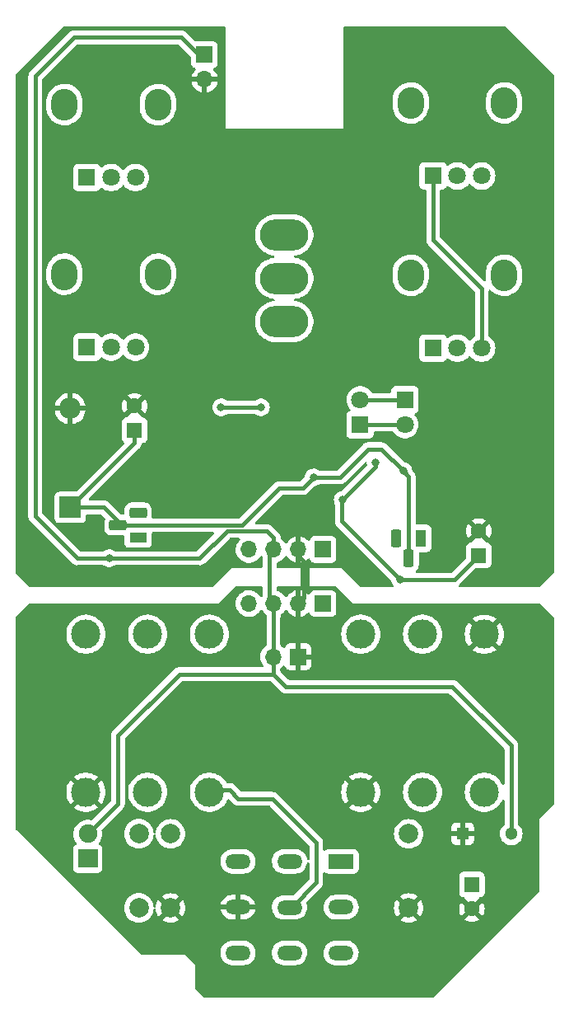
<source format=gbr>
%TF.GenerationSoftware,KiCad,Pcbnew,7.0.2-6a45011f42~172~ubuntu22.04.1*%
%TF.CreationDate,2023-05-30T10:17:06+01:00*%
%TF.ProjectId,GreenBean,47726565-6e42-4656-916e-2e6b69636164,rev?*%
%TF.SameCoordinates,Original*%
%TF.FileFunction,Copper,L2,Bot*%
%TF.FilePolarity,Positive*%
%FSLAX46Y46*%
G04 Gerber Fmt 4.6, Leading zero omitted, Abs format (unit mm)*
G04 Created by KiCad (PCBNEW 7.0.2-6a45011f42~172~ubuntu22.04.1) date 2023-05-30 10:17:06*
%MOMM*%
%LPD*%
G01*
G04 APERTURE LIST*
G04 Aperture macros list*
%AMRoundRect*
0 Rectangle with rounded corners*
0 $1 Rounding radius*
0 $2 $3 $4 $5 $6 $7 $8 $9 X,Y pos of 4 corners*
0 Add a 4 corners polygon primitive as box body*
4,1,4,$2,$3,$4,$5,$6,$7,$8,$9,$2,$3,0*
0 Add four circle primitives for the rounded corners*
1,1,$1+$1,$2,$3*
1,1,$1+$1,$4,$5*
1,1,$1+$1,$6,$7*
1,1,$1+$1,$8,$9*
0 Add four rect primitives between the rounded corners*
20,1,$1+$1,$2,$3,$4,$5,0*
20,1,$1+$1,$4,$5,$6,$7,0*
20,1,$1+$1,$6,$7,$8,$9,0*
20,1,$1+$1,$8,$9,$2,$3,0*%
G04 Aperture macros list end*
%TA.AperFunction,ComponentPad*%
%ADD10R,2.600000X1.500000*%
%TD*%
%TA.AperFunction,ComponentPad*%
%ADD11O,2.600000X1.500000*%
%TD*%
%TA.AperFunction,ComponentPad*%
%ADD12C,3.000000*%
%TD*%
%TA.AperFunction,ComponentPad*%
%ADD13R,1.700000X1.700000*%
%TD*%
%TA.AperFunction,ComponentPad*%
%ADD14O,1.700000X1.700000*%
%TD*%
%TA.AperFunction,ComponentPad*%
%ADD15R,1.600000X1.600000*%
%TD*%
%TA.AperFunction,ComponentPad*%
%ADD16C,1.600000*%
%TD*%
%TA.AperFunction,ComponentPad*%
%ADD17R,2.000000X1.900000*%
%TD*%
%TA.AperFunction,ComponentPad*%
%ADD18C,1.900000*%
%TD*%
%TA.AperFunction,ComponentPad*%
%ADD19C,1.998980*%
%TD*%
%TA.AperFunction,ComponentPad*%
%ADD20R,1.300000X1.300000*%
%TD*%
%TA.AperFunction,ComponentPad*%
%ADD21C,1.300000*%
%TD*%
%TA.AperFunction,ComponentPad*%
%ADD22O,5.000000X3.200000*%
%TD*%
%TA.AperFunction,ComponentPad*%
%ADD23R,1.800000X1.800000*%
%TD*%
%TA.AperFunction,ComponentPad*%
%ADD24C,1.800000*%
%TD*%
%TA.AperFunction,ComponentPad*%
%ADD25O,2.720000X3.240000*%
%TD*%
%TA.AperFunction,ComponentPad*%
%ADD26R,1.100000X1.800000*%
%TD*%
%TA.AperFunction,ComponentPad*%
%ADD27RoundRect,0.275000X0.275000X0.625000X-0.275000X0.625000X-0.275000X-0.625000X0.275000X-0.625000X0*%
%TD*%
%TA.AperFunction,ComponentPad*%
%ADD28R,1.800000X1.100000*%
%TD*%
%TA.AperFunction,ComponentPad*%
%ADD29RoundRect,0.275000X0.625000X-0.275000X0.625000X0.275000X-0.625000X0.275000X-0.625000X-0.275000X0*%
%TD*%
%TA.AperFunction,ComponentPad*%
%ADD30R,2.200000X2.200000*%
%TD*%
%TA.AperFunction,ComponentPad*%
%ADD31O,2.200000X2.200000*%
%TD*%
%TA.AperFunction,ViaPad*%
%ADD32C,0.800000*%
%TD*%
%TA.AperFunction,Conductor*%
%ADD33C,0.400000*%
%TD*%
G04 APERTURE END LIST*
D10*
%TO.P,SW1,1,A*%
%TO.N,Net-(SW1A-A)*%
X148550000Y-137825000D03*
D11*
%TO.P,SW1,2,A*%
X143250000Y-137825000D03*
%TO.P,SW1,3,A*%
%TO.N,I*%
X137950000Y-137825000D03*
%TO.P,SW1,4,B*%
%TO.N,Net-(SW1A-B)*%
X148550000Y-142525000D03*
%TO.P,SW1,5,B*%
%TO.N,Net-(SW1B-B)*%
X143250000Y-142550000D03*
%TO.P,SW1,6,B*%
%TO.N,GND*%
X137950000Y-142525000D03*
%TO.P,SW1,7,C*%
%TO.N,I*%
X148550000Y-147225000D03*
%TO.P,SW1,8,C*%
%TO.N,O*%
X143250000Y-147225000D03*
%TO.P,SW1,9,C*%
%TO.N,Net-(SW1C-C)*%
X137950000Y-147225000D03*
%TD*%
D12*
%TO.P,J3,R*%
%TO.N,unconnected-(J3-PadR)*%
X128660000Y-130730000D03*
%TO.P,J3,RN*%
%TO.N,unconnected-(J3-PadRN)*%
X128660000Y-114500000D03*
%TO.P,J3,S*%
%TO.N,GND*%
X122310000Y-130730000D03*
%TO.P,J3,SN*%
%TO.N,unconnected-(J3-PadSN)*%
X122310000Y-114500000D03*
%TO.P,J3,T*%
%TO.N,Net-(SW1B-B)*%
X135010000Y-130730000D03*
%TO.P,J3,TN*%
%TO.N,unconnected-(J3-PadTN)*%
X135010000Y-114500000D03*
%TD*%
D13*
%TO.P,J1,1,P1*%
%TO.N,+9V*%
X134510000Y-55000000D03*
D14*
%TO.P,J1,2,P2*%
%TO.N,GND*%
X134510000Y-57540000D03*
%TD*%
D13*
%TO.P,JOVGI1,1,P1*%
%TO.N,I*%
X146700000Y-111350000D03*
D14*
%TO.P,JOVGI1,2,P2*%
%TO.N,GND*%
X144160000Y-111350000D03*
%TO.P,JOVGI1,3,P3*%
%TO.N,+9V*%
X141620000Y-111350000D03*
%TO.P,JOVGI1,4,P4*%
%TO.N,O*%
X139080000Y-111350000D03*
%TD*%
D13*
%TO.P,JOVGI2,1,P1*%
%TO.N,I*%
X146700000Y-105800000D03*
D14*
%TO.P,JOVGI2,2,P2*%
%TO.N,GND*%
X144160000Y-105800000D03*
%TO.P,JOVGI2,3,P3*%
%TO.N,+9V*%
X141620000Y-105800000D03*
%TO.P,JOVGI2,4,P4*%
%TO.N,O*%
X139080000Y-105800000D03*
%TD*%
D15*
%TO.P,C2,1*%
%TO.N,+9V*%
X162000000Y-140200000D03*
D16*
%TO.P,C2,2*%
%TO.N,GND*%
X162000000Y-142700000D03*
%TD*%
D17*
%TO.P,D1,1,K*%
%TO.N,Net-(D1-K)*%
X122500000Y-137540000D03*
D18*
%TO.P,D1,2,A*%
%TO.N,+9V*%
X122500000Y-135000000D03*
%TD*%
D19*
%TO.P,R1,1*%
%TO.N,I*%
X155500000Y-135000000D03*
%TO.P,R1,2*%
%TO.N,GND*%
X155500000Y-142620000D03*
%TD*%
%TO.P,R2,1*%
%TO.N,Net-(D1-K)*%
X127760000Y-142600000D03*
%TO.P,R2,2*%
%TO.N,Net-(SW1C-C)*%
X127760000Y-134980000D03*
%TD*%
%TO.P,R3,1*%
%TO.N,O*%
X131010000Y-135000000D03*
%TO.P,R3,2*%
%TO.N,GND*%
X131010000Y-142620000D03*
%TD*%
D20*
%TO.P,C1,1*%
%TO.N,GND*%
X161050000Y-135000000D03*
D21*
%TO.P,C1,2*%
%TO.N,+9V*%
X166050000Y-135000000D03*
%TD*%
D13*
%TO.P,J4,1,P1*%
%TO.N,GND*%
X144140000Y-116810000D03*
D14*
%TO.P,J4,2,P2*%
%TO.N,+9V*%
X141600000Y-116810000D03*
%TD*%
D12*
%TO.P,J2,R*%
%TO.N,unconnected-(J2-PadR)*%
X156925000Y-114500000D03*
%TO.P,J2,RN*%
%TO.N,unconnected-(J2-PadRN)*%
X156925000Y-130730000D03*
%TO.P,J2,S*%
%TO.N,GND*%
X163275000Y-114500000D03*
%TO.P,J2,SN*%
%TO.N,unconnected-(J2-PadSN)*%
X163275000Y-130730000D03*
%TO.P,J2,T*%
%TO.N,Net-(SW1A-B)*%
X150575000Y-114500000D03*
%TO.P,J2,TN*%
%TO.N,GND*%
X150575000Y-130730000D03*
%TD*%
D22*
%TO.P,SW2,1,1*%
%TO.N,Net-(D4-K)*%
X142710000Y-82400000D03*
%TO.P,SW2,2,2*%
%TO.N,B*%
X142710000Y-77950000D03*
%TO.P,SW2,3,3*%
%TO.N,Net-(Q2-D)*%
X142710000Y-73500000D03*
%TD*%
D23*
%TO.P,D6,1,K*%
%TO.N,A*%
X150510000Y-92975000D03*
D24*
%TO.P,D6,2,A*%
%TO.N,B*%
X150510000Y-90435000D03*
%TD*%
D23*
%TO.P,D3,1,K*%
%TO.N,B*%
X155110000Y-90425000D03*
D24*
%TO.P,D3,2,A*%
%TO.N,A*%
X155110000Y-92965000D03*
%TD*%
D25*
%TO.P,LOW1,*%
%TO.N,*%
X155710000Y-77625000D03*
X165310000Y-77625000D03*
D23*
%TO.P,LOW1,1,1*%
%TO.N,unconnected-(LOW1-Pad1)*%
X158010000Y-85125000D03*
D24*
%TO.P,LOW1,2,2*%
%TO.N,Net-(C5-Pad2)*%
X160510000Y-85125000D03*
%TO.P,LOW1,3,3*%
%TO.N,A*%
X163010000Y-85125000D03*
%TD*%
D25*
%TO.P,TONE1,*%
%TO.N,*%
X120110000Y-60100000D03*
X129710000Y-60100000D03*
D23*
%TO.P,TONE1,1,1*%
%TO.N,Net-(U1B-+)*%
X122410000Y-67600000D03*
D24*
%TO.P,TONE1,2,2*%
%TO.N,Net-(C9-Pad2)*%
X124910000Y-67600000D03*
%TO.P,TONE1,3,3*%
%TO.N,Net-(U1B--)*%
X127410000Y-67600000D03*
%TD*%
D15*
%TO.P,C13,1*%
%TO.N,VC*%
X127310000Y-93552651D03*
D16*
%TO.P,C13,2*%
%TO.N,GND*%
X127310000Y-91052651D03*
%TD*%
D25*
%TO.P,DRIVE1,*%
%TO.N,*%
X155710000Y-59935000D03*
X165310000Y-59935000D03*
D23*
%TO.P,DRIVE1,1,1*%
%TO.N,A*%
X158010000Y-67435000D03*
D24*
%TO.P,DRIVE1,2,2*%
%TO.N,Net-(DRIVE1-Pad2)*%
X160510000Y-67435000D03*
%TO.P,DRIVE1,3,3*%
X163010000Y-67435000D03*
%TD*%
D26*
%TO.P,Q1,1,E*%
%TO.N,Net-(Q1-E)*%
X156760000Y-104650000D03*
D27*
%TO.P,Q1,2,C*%
%TO.N,VC*%
X155490000Y-106720000D03*
%TO.P,Q1,3,B*%
%TO.N,Net-(Q1-B)*%
X154220000Y-104650000D03*
%TD*%
D15*
%TO.P,C10,1*%
%TO.N,VB*%
X162710000Y-106400000D03*
D16*
%TO.P,C10,2*%
%TO.N,GND*%
X162710000Y-103900000D03*
%TD*%
D28*
%TO.P,Q4,1,E*%
%TO.N,Net-(Q4-E)*%
X127680000Y-104570000D03*
D29*
%TO.P,Q4,2,C*%
%TO.N,VC*%
X125610000Y-103300000D03*
%TO.P,Q4,3,B*%
%TO.N,Net-(Q4-B)*%
X127680000Y-102030000D03*
%TD*%
D25*
%TO.P,VOL1,*%
%TO.N,*%
X120110000Y-77525000D03*
X129710000Y-77525000D03*
D23*
%TO.P,VOL1,1,1*%
%TO.N,VB*%
X122410000Y-85025000D03*
D24*
%TO.P,VOL1,2,2*%
%TO.N,Net-(C14-Pad1)*%
X124910000Y-85025000D03*
%TO.P,VOL1,3,3*%
%TO.N,Net-(R17-Pad2)*%
X127410000Y-85025000D03*
%TD*%
D30*
%TO.P,D7,1,K*%
%TO.N,VC*%
X120710000Y-101480000D03*
D31*
%TO.P,D7,2,A*%
%TO.N,GND*%
X120710000Y-91320000D03*
%TD*%
D32*
%TO.N,GND*%
X134910000Y-94300000D03*
X140210000Y-86300000D03*
X144510000Y-101500000D03*
X145110000Y-104000000D03*
X149610000Y-107800000D03*
%TO.N,+9V*%
X124710000Y-106700000D03*
%TO.N,VB*%
X148710000Y-100700000D03*
X152110000Y-96900000D03*
X154610000Y-108900000D03*
%TO.N,VC*%
X145710000Y-98400000D03*
X154960000Y-97750000D03*
%TO.N,Net-(U1B--)*%
X140310000Y-91200000D03*
X136210000Y-91200000D03*
%TD*%
D33*
%TO.N,GND*%
X144160000Y-105800000D02*
X144160000Y-106440000D01*
X144750000Y-107030000D02*
X144750000Y-110760000D01*
X144750000Y-110760000D02*
X144160000Y-111350000D01*
X144160000Y-106440000D02*
X144750000Y-107030000D01*
%TO.N,+9V*%
X134510000Y-55000000D02*
X133910000Y-55000000D01*
X125600000Y-131900000D02*
X122500000Y-135000000D01*
X141190000Y-110920000D02*
X141620000Y-111350000D01*
X141650000Y-105770000D02*
X141620000Y-105800000D01*
X140910000Y-103900000D02*
X141620000Y-104610000D01*
X141600000Y-118600000D02*
X142900000Y-119900000D01*
X131900000Y-118600000D02*
X125600000Y-124900000D01*
X141190000Y-106230000D02*
X141190000Y-110920000D01*
X134010000Y-106700000D02*
X136810000Y-103900000D01*
X141620000Y-111350000D02*
X141620000Y-112552081D01*
X141600000Y-112572081D02*
X141600000Y-118100000D01*
X160000000Y-119900000D02*
X166050000Y-125950000D01*
X141600000Y-118100000D02*
X141600000Y-118600000D01*
X125600000Y-124900000D02*
X125600000Y-131900000D01*
X132110000Y-53200000D02*
X121110000Y-53200000D01*
X124710000Y-106700000D02*
X134010000Y-106700000D01*
X121410000Y-106700000D02*
X124710000Y-106700000D01*
X141600000Y-116810000D02*
X141600000Y-118100000D01*
X136810000Y-103900000D02*
X140910000Y-103900000D01*
X121110000Y-53200000D02*
X117110000Y-57200000D01*
X142900000Y-119900000D02*
X160000000Y-119900000D01*
X141620000Y-112552081D02*
X141600000Y-112572081D01*
X166050000Y-125950000D02*
X166050000Y-135000000D01*
X141620000Y-105800000D02*
X141190000Y-106230000D01*
X117110000Y-57200000D02*
X117110000Y-102400000D01*
X133910000Y-55000000D02*
X132110000Y-53200000D01*
X117110000Y-102400000D02*
X121410000Y-106700000D01*
X141600000Y-118600000D02*
X131900000Y-118600000D01*
X141620000Y-104610000D02*
X141620000Y-105800000D01*
%TO.N,Net-(SW1B-B)*%
X143450000Y-142550000D02*
X143250000Y-142550000D01*
X146000000Y-140000000D02*
X143450000Y-142550000D01*
X141500000Y-131400000D02*
X146000000Y-135900000D01*
X146000000Y-135900000D02*
X146000000Y-140000000D01*
X137991320Y-131400000D02*
X141500000Y-131400000D01*
X134950000Y-130480000D02*
X137071320Y-130480000D01*
X137071320Y-130480000D02*
X137991320Y-131400000D01*
%TO.N,A*%
X155110000Y-92965000D02*
X150520000Y-92965000D01*
X163010000Y-79000000D02*
X158010000Y-74000000D01*
X158010000Y-74000000D02*
X158010000Y-67435000D01*
X150520000Y-92965000D02*
X150510000Y-92975000D01*
X163010000Y-85125000D02*
X163010000Y-79000000D01*
%TO.N,B*%
X150510000Y-90435000D02*
X155100000Y-90435000D01*
X155100000Y-90435000D02*
X155110000Y-90425000D01*
%TO.N,VB*%
X152110000Y-96900000D02*
X152110000Y-97300000D01*
X148610000Y-100800000D02*
X148710000Y-100700000D01*
X148610000Y-102900000D02*
X148610000Y-100800000D01*
X152110000Y-97300000D02*
X148710000Y-100700000D01*
X154610000Y-108900000D02*
X148610000Y-102900000D01*
X160210000Y-108900000D02*
X162710000Y-106400000D01*
X154610000Y-108900000D02*
X160210000Y-108900000D01*
%TO.N,VC*%
X127310000Y-94880000D02*
X120710000Y-101480000D01*
X152710000Y-95500000D02*
X154960000Y-97750000D01*
X145710000Y-98400000D02*
X148410000Y-98400000D01*
X145710000Y-98400000D02*
X144610000Y-99500000D01*
X154960000Y-97750000D02*
X155490000Y-98280000D01*
X155490000Y-98280000D02*
X155490000Y-106320000D01*
X142210000Y-99500000D02*
X138410000Y-103300000D01*
X127310000Y-93552651D02*
X127310000Y-94880000D01*
X138410000Y-103300000D02*
X126010000Y-103300000D01*
X151310000Y-95500000D02*
X152710000Y-95500000D01*
X144610000Y-99500000D02*
X142210000Y-99500000D01*
X148410000Y-98400000D02*
X151310000Y-95500000D01*
X124190000Y-101480000D02*
X126010000Y-103300000D01*
X120710000Y-101480000D02*
X124190000Y-101480000D01*
%TO.N,Net-(U1B--)*%
X136210000Y-91200000D02*
X140310000Y-91200000D01*
%TD*%
%TA.AperFunction,Conductor*%
%TO.N,GND*%
G36*
X136616621Y-52095502D02*
G01*
X136663114Y-52149158D01*
X136674500Y-52201500D01*
X136674500Y-62454469D01*
X136672587Y-62476343D01*
X136670876Y-62486048D01*
X136672586Y-62495746D01*
X136674128Y-62513373D01*
X136678707Y-62530467D01*
X136680418Y-62540171D01*
X136683935Y-62546262D01*
X136688452Y-62551645D01*
X136696982Y-62556570D01*
X136714972Y-62569167D01*
X136722518Y-62575499D01*
X136722519Y-62575499D01*
X136722520Y-62575500D01*
X136722521Y-62575500D01*
X136729123Y-62577903D01*
X136736047Y-62579124D01*
X136736047Y-62579123D01*
X136736048Y-62579124D01*
X136745746Y-62577413D01*
X136767625Y-62575500D01*
X148704470Y-62575500D01*
X148726350Y-62577414D01*
X148736047Y-62579124D01*
X148736047Y-62579123D01*
X148736048Y-62579124D01*
X148745746Y-62577413D01*
X148763381Y-62575871D01*
X148780473Y-62571290D01*
X148790172Y-62569581D01*
X148790173Y-62569579D01*
X148796260Y-62566064D01*
X148801641Y-62561549D01*
X148801645Y-62561548D01*
X148806569Y-62553018D01*
X148819165Y-62535028D01*
X148825500Y-62527480D01*
X148825500Y-62527479D01*
X148827902Y-62520879D01*
X148829122Y-62513955D01*
X148829124Y-62513952D01*
X148827414Y-62504253D01*
X148825500Y-62482374D01*
X148825500Y-60263288D01*
X153841500Y-60263288D01*
X153841666Y-60265558D01*
X153841667Y-60265581D01*
X153856466Y-60467781D01*
X153915938Y-60734756D01*
X154013644Y-60990219D01*
X154147507Y-61228738D01*
X154314670Y-61445219D01*
X154511571Y-61635057D01*
X154511574Y-61635059D01*
X154734019Y-61794205D01*
X154977266Y-61919267D01*
X155236130Y-62007579D01*
X155505093Y-62057259D01*
X155778424Y-62067248D01*
X155778424Y-62067247D01*
X155778425Y-62067248D01*
X155846391Y-62059769D01*
X156050296Y-62037334D01*
X156314916Y-61968153D01*
X156566643Y-61861181D01*
X156800112Y-61718697D01*
X157010347Y-61543738D01*
X157192867Y-61340033D01*
X157343783Y-61111923D01*
X157459877Y-60864271D01*
X157538676Y-60602355D01*
X157558482Y-60467781D01*
X157578500Y-60331758D01*
X157578500Y-60263288D01*
X163441500Y-60263288D01*
X163441666Y-60265558D01*
X163441667Y-60265581D01*
X163456466Y-60467781D01*
X163515938Y-60734756D01*
X163613644Y-60990219D01*
X163747507Y-61228738D01*
X163914670Y-61445219D01*
X164111571Y-61635057D01*
X164111574Y-61635059D01*
X164334019Y-61794205D01*
X164577266Y-61919267D01*
X164836130Y-62007579D01*
X165105093Y-62057259D01*
X165378424Y-62067248D01*
X165378424Y-62067247D01*
X165378425Y-62067248D01*
X165446391Y-62059769D01*
X165650296Y-62037334D01*
X165914916Y-61968153D01*
X166166643Y-61861181D01*
X166400112Y-61718697D01*
X166610347Y-61543738D01*
X166792867Y-61340033D01*
X166943783Y-61111923D01*
X167059877Y-60864271D01*
X167138676Y-60602355D01*
X167158482Y-60467781D01*
X167178500Y-60331758D01*
X167178500Y-59609012D01*
X167178500Y-59606712D01*
X167163533Y-59402217D01*
X167104063Y-59135247D01*
X167022917Y-58923083D01*
X167006355Y-58879780D01*
X166872492Y-58641261D01*
X166705329Y-58424780D01*
X166508428Y-58234942D01*
X166456945Y-58198109D01*
X166285981Y-58075795D01*
X166042734Y-57950733D01*
X166042733Y-57950732D01*
X166042730Y-57950731D01*
X165783871Y-57862421D01*
X165514908Y-57812741D01*
X165241574Y-57802751D01*
X164969706Y-57832665D01*
X164705084Y-57901847D01*
X164453358Y-58008818D01*
X164219884Y-58151305D01*
X164009652Y-58326262D01*
X163827136Y-58529962D01*
X163676213Y-58758083D01*
X163560125Y-59005722D01*
X163481322Y-59267649D01*
X163457040Y-59432649D01*
X163441500Y-59538243D01*
X163441500Y-60263288D01*
X157578500Y-60263288D01*
X157578500Y-59609012D01*
X157578500Y-59606712D01*
X157563533Y-59402217D01*
X157504063Y-59135247D01*
X157422917Y-58923083D01*
X157406355Y-58879780D01*
X157272492Y-58641261D01*
X157105329Y-58424780D01*
X156908428Y-58234942D01*
X156856945Y-58198109D01*
X156685981Y-58075795D01*
X156442734Y-57950733D01*
X156442733Y-57950732D01*
X156442730Y-57950731D01*
X156183871Y-57862421D01*
X155914908Y-57812741D01*
X155641574Y-57802751D01*
X155369706Y-57832665D01*
X155105084Y-57901847D01*
X154853358Y-58008818D01*
X154619884Y-58151305D01*
X154409652Y-58326262D01*
X154227136Y-58529962D01*
X154076213Y-58758083D01*
X153960125Y-59005722D01*
X153881322Y-59267649D01*
X153857040Y-59432649D01*
X153841500Y-59538243D01*
X153841500Y-60263288D01*
X148825500Y-60263288D01*
X148825500Y-52201500D01*
X148845502Y-52133379D01*
X148899158Y-52086886D01*
X148951500Y-52075500D01*
X165416537Y-52075500D01*
X165484658Y-52095502D01*
X165505632Y-52112405D01*
X170387595Y-56994368D01*
X170421621Y-57056680D01*
X170424500Y-57083463D01*
X170424500Y-108166535D01*
X170404498Y-108234656D01*
X170387595Y-108255630D01*
X169005631Y-109637595D01*
X168943319Y-109671620D01*
X168916536Y-109674500D01*
X160739507Y-109674500D01*
X160671386Y-109654498D01*
X160624893Y-109600842D01*
X160614789Y-109530568D01*
X160644283Y-109465988D01*
X160667933Y-109444803D01*
X160668678Y-109444289D01*
X160683273Y-109434215D01*
X160723612Y-109388680D01*
X160728795Y-109383173D01*
X162366567Y-107745402D01*
X162428877Y-107711379D01*
X162455660Y-107708500D01*
X163555269Y-107708500D01*
X163558638Y-107708500D01*
X163619201Y-107701989D01*
X163756204Y-107650889D01*
X163873261Y-107563261D01*
X163960889Y-107446204D01*
X164011989Y-107309201D01*
X164018500Y-107248638D01*
X164018500Y-105551362D01*
X164011989Y-105490799D01*
X163960889Y-105353796D01*
X163937471Y-105322513D01*
X163873261Y-105236738D01*
X163756205Y-105149111D01*
X163687702Y-105123561D01*
X163619201Y-105098011D01*
X163611478Y-105097180D01*
X163561993Y-105091860D01*
X163561980Y-105091859D01*
X163558910Y-105091529D01*
X163558720Y-105091508D01*
X163558640Y-105091500D01*
X163558883Y-105091519D01*
X163492515Y-105068097D01*
X163448967Y-105012024D01*
X163446623Y-104995832D01*
X162749518Y-104298727D01*
X162835148Y-104285165D01*
X162948045Y-104227641D01*
X163037641Y-104138045D01*
X163095165Y-104025148D01*
X163108727Y-103939517D01*
X163797097Y-104627888D01*
X163797099Y-104627888D01*
X163847087Y-104556498D01*
X163943813Y-104349070D01*
X164003048Y-104127999D01*
X164022995Y-103899999D01*
X164003048Y-103672000D01*
X163943813Y-103450929D01*
X163847085Y-103243497D01*
X163797100Y-103172110D01*
X163797098Y-103172110D01*
X163108727Y-103860481D01*
X163095165Y-103774852D01*
X163037641Y-103661955D01*
X162948045Y-103572359D01*
X162835148Y-103514835D01*
X162749515Y-103501272D01*
X163437888Y-102812899D01*
X163366497Y-102762912D01*
X163159070Y-102666186D01*
X162937999Y-102606951D01*
X162710000Y-102587004D01*
X162482000Y-102606951D01*
X162260929Y-102666186D01*
X162053499Y-102762913D01*
X161982109Y-102812899D01*
X162670482Y-103501272D01*
X162584852Y-103514835D01*
X162471955Y-103572359D01*
X162382359Y-103661955D01*
X162324835Y-103774852D01*
X162311272Y-103860482D01*
X161622899Y-103172109D01*
X161572913Y-103243499D01*
X161476186Y-103450929D01*
X161416951Y-103672000D01*
X161397004Y-103899999D01*
X161416951Y-104127999D01*
X161476186Y-104349070D01*
X161572912Y-104556497D01*
X161622899Y-104627887D01*
X162311272Y-103939515D01*
X162324835Y-104025148D01*
X162382359Y-104138045D01*
X162471955Y-104227641D01*
X162584852Y-104285165D01*
X162670482Y-104298727D01*
X161970493Y-104998715D01*
X161965304Y-105024533D01*
X161915902Y-105075524D01*
X161861278Y-105091506D01*
X161861360Y-105091500D01*
X161861343Y-105091502D01*
X161861265Y-105091510D01*
X161861262Y-105091510D01*
X161800798Y-105098011D01*
X161800799Y-105098011D01*
X161663794Y-105149111D01*
X161546738Y-105236738D01*
X161459111Y-105353794D01*
X161416066Y-105469202D01*
X161408011Y-105490799D01*
X161401500Y-105551362D01*
X161401500Y-105554730D01*
X161401500Y-106654340D01*
X161381498Y-106722461D01*
X161364595Y-106743435D01*
X159953435Y-108154595D01*
X159891123Y-108188621D01*
X159864340Y-108191500D01*
X156327815Y-108191500D01*
X156259694Y-108171498D01*
X156213201Y-108117842D01*
X156203097Y-108047568D01*
X156232591Y-107982988D01*
X156249867Y-107968170D01*
X156381439Y-107836598D01*
X156381441Y-107836596D01*
X156475376Y-107687099D01*
X156533690Y-107520448D01*
X156548500Y-107389004D01*
X156548500Y-106184499D01*
X156568502Y-106116379D01*
X156622158Y-106069886D01*
X156674500Y-106058500D01*
X157355269Y-106058500D01*
X157358638Y-106058500D01*
X157419201Y-106051989D01*
X157556204Y-106000889D01*
X157673261Y-105913261D01*
X157760889Y-105796204D01*
X157811989Y-105659201D01*
X157818500Y-105598638D01*
X157818500Y-103701362D01*
X157811989Y-103640799D01*
X157760889Y-103503796D01*
X157760888Y-103503794D01*
X157673261Y-103386738D01*
X157556205Y-103299111D01*
X157472916Y-103268046D01*
X157419201Y-103248011D01*
X157358638Y-103241500D01*
X157355269Y-103241500D01*
X156324500Y-103241500D01*
X156256379Y-103221498D01*
X156209886Y-103167842D01*
X156198500Y-103115500D01*
X156198500Y-98305205D01*
X156198730Y-98297597D01*
X156202401Y-98236908D01*
X156197483Y-98210070D01*
X156191435Y-98177068D01*
X156190297Y-98169588D01*
X156182965Y-98109199D01*
X156179348Y-98099662D01*
X156173224Y-98077692D01*
X156171388Y-98067671D01*
X156153733Y-98028444D01*
X156146424Y-98012205D01*
X156143520Y-98005192D01*
X156121953Y-97948323D01*
X156116162Y-97939933D01*
X156104954Y-97920060D01*
X156100775Y-97910774D01*
X156063267Y-97862899D01*
X156058756Y-97856768D01*
X156024215Y-97806727D01*
X155978682Y-97766388D01*
X155973141Y-97761171D01*
X155894664Y-97682694D01*
X155860638Y-97620382D01*
X155858449Y-97606767D01*
X155853542Y-97560071D01*
X155794526Y-97378442D01*
X155699041Y-97213057D01*
X155571252Y-97071133D01*
X155445740Y-96979943D01*
X155416752Y-96958882D01*
X155242288Y-96881206D01*
X155242284Y-96881204D01*
X155089431Y-96848714D01*
X155026957Y-96814986D01*
X155026533Y-96814563D01*
X153228827Y-95016857D01*
X153223610Y-95011316D01*
X153205118Y-94990443D01*
X153183273Y-94965785D01*
X153133224Y-94931238D01*
X153133220Y-94931235D01*
X153127092Y-94926725D01*
X153079224Y-94889223D01*
X153069922Y-94885036D01*
X153050068Y-94873839D01*
X153048781Y-94872951D01*
X153041675Y-94868046D01*
X153041673Y-94868045D01*
X152984822Y-94846483D01*
X152977794Y-94843572D01*
X152922329Y-94818610D01*
X152912289Y-94816770D01*
X152890332Y-94810649D01*
X152880801Y-94807035D01*
X152820432Y-94799704D01*
X152812914Y-94798559D01*
X152805153Y-94797137D01*
X152753093Y-94787597D01*
X152692390Y-94791270D01*
X152684782Y-94791500D01*
X151335206Y-94791500D01*
X151327598Y-94791270D01*
X151266904Y-94787598D01*
X151207097Y-94798558D01*
X151199576Y-94799703D01*
X151139198Y-94807035D01*
X151129663Y-94810651D01*
X151107705Y-94816772D01*
X151097670Y-94818611D01*
X151042221Y-94843566D01*
X151035194Y-94846477D01*
X150978324Y-94868046D01*
X150969927Y-94873842D01*
X150950076Y-94885038D01*
X150940772Y-94889225D01*
X150892898Y-94926731D01*
X150886773Y-94931238D01*
X150836729Y-94965782D01*
X150796388Y-95011317D01*
X150791172Y-95016856D01*
X148153435Y-97654595D01*
X148091123Y-97688620D01*
X148064340Y-97691500D01*
X146321405Y-97691500D01*
X146253284Y-97671498D01*
X146247344Y-97667436D01*
X146209659Y-97640056D01*
X146166752Y-97608882D01*
X145992288Y-97531206D01*
X145805487Y-97491500D01*
X145614513Y-97491500D01*
X145538868Y-97507579D01*
X145427711Y-97531206D01*
X145345567Y-97567779D01*
X145257999Y-97606767D01*
X145253246Y-97608883D01*
X145098747Y-97721133D01*
X144970958Y-97863057D01*
X144875472Y-98028443D01*
X144816458Y-98210070D01*
X144811550Y-98256769D01*
X144784536Y-98322426D01*
X144775336Y-98332692D01*
X144353435Y-98754595D01*
X144291123Y-98788620D01*
X144264339Y-98791500D01*
X142235223Y-98791500D01*
X142227616Y-98791270D01*
X142225540Y-98791144D01*
X142166906Y-98787597D01*
X142107090Y-98798559D01*
X142099569Y-98799704D01*
X142039197Y-98807035D01*
X142029662Y-98810651D01*
X142007711Y-98816770D01*
X142005609Y-98817155D01*
X141997668Y-98818611D01*
X141942213Y-98843569D01*
X141935186Y-98846480D01*
X141878322Y-98868046D01*
X141869926Y-98873842D01*
X141850076Y-98885038D01*
X141840776Y-98889224D01*
X141840774Y-98889225D01*
X141840775Y-98889225D01*
X141792899Y-98926731D01*
X141786785Y-98931230D01*
X141736730Y-98965781D01*
X141696388Y-99011317D01*
X141691172Y-99016856D01*
X138153435Y-102554595D01*
X138091123Y-102588620D01*
X138064340Y-102591500D01*
X129202171Y-102591500D01*
X129134050Y-102571498D01*
X129087557Y-102517842D01*
X129076963Y-102451394D01*
X129088500Y-102349004D01*
X129088500Y-101710996D01*
X129073690Y-101579552D01*
X129015376Y-101412901D01*
X128921441Y-101263404D01*
X128921440Y-101263403D01*
X128921439Y-101263401D01*
X128796598Y-101138560D01*
X128647098Y-101044623D01*
X128480450Y-100986310D01*
X128352513Y-100971895D01*
X128352506Y-100971894D01*
X128349004Y-100971500D01*
X127010996Y-100971500D01*
X127007494Y-100971894D01*
X127007486Y-100971895D01*
X126879549Y-100986310D01*
X126712901Y-101044623D01*
X126563401Y-101138560D01*
X126438560Y-101263401D01*
X126344623Y-101412901D01*
X126286310Y-101579549D01*
X126286310Y-101579552D01*
X126271500Y-101710996D01*
X126271500Y-101714531D01*
X126271500Y-101714532D01*
X126271500Y-102115500D01*
X126251498Y-102183621D01*
X126197842Y-102230114D01*
X126145500Y-102241500D01*
X126005660Y-102241500D01*
X125937539Y-102221498D01*
X125916565Y-102204595D01*
X124708827Y-100996857D01*
X124703610Y-100991316D01*
X124699175Y-100986310D01*
X124663273Y-100945785D01*
X124632743Y-100924711D01*
X124613220Y-100911235D01*
X124607092Y-100906725D01*
X124559224Y-100869223D01*
X124549922Y-100865036D01*
X124530068Y-100853839D01*
X124528781Y-100852951D01*
X124521675Y-100848046D01*
X124521673Y-100848045D01*
X124464822Y-100826483D01*
X124457794Y-100823572D01*
X124402329Y-100798610D01*
X124392289Y-100796770D01*
X124370332Y-100790649D01*
X124360801Y-100787035D01*
X124300432Y-100779704D01*
X124292914Y-100778559D01*
X124285153Y-100777137D01*
X124233093Y-100767597D01*
X124172390Y-100771270D01*
X124164782Y-100771500D01*
X122724660Y-100771500D01*
X122656539Y-100751498D01*
X122610046Y-100697842D01*
X122599942Y-100627568D01*
X122629436Y-100562988D01*
X122635565Y-100556405D01*
X123923177Y-99268793D01*
X127793157Y-95398811D01*
X127798683Y-95393610D01*
X127844215Y-95353273D01*
X127878774Y-95303204D01*
X127883256Y-95297113D01*
X127920775Y-95249225D01*
X127924956Y-95239934D01*
X127936163Y-95220064D01*
X127941955Y-95211673D01*
X127963516Y-95154818D01*
X127966418Y-95147809D01*
X127991389Y-95092329D01*
X127993228Y-95082290D01*
X127999350Y-95060332D01*
X128002965Y-95050801D01*
X128010299Y-94990396D01*
X128011439Y-94982912D01*
X128014826Y-94964434D01*
X128046782Y-94901036D01*
X128107941Y-94864979D01*
X128138761Y-94861151D01*
X128155269Y-94861151D01*
X128158638Y-94861151D01*
X128219201Y-94854640D01*
X128356204Y-94803540D01*
X128473261Y-94715912D01*
X128560889Y-94598855D01*
X128611989Y-94461852D01*
X128618500Y-94401289D01*
X128618500Y-92704013D01*
X128611989Y-92643450D01*
X128560889Y-92506447D01*
X128526525Y-92460542D01*
X128473261Y-92389389D01*
X128356205Y-92301762D01*
X128265892Y-92268077D01*
X128219201Y-92250662D01*
X128211478Y-92249831D01*
X128161993Y-92244511D01*
X128161980Y-92244510D01*
X128158910Y-92244180D01*
X128158720Y-92244159D01*
X128158640Y-92244151D01*
X128158883Y-92244170D01*
X128092515Y-92220748D01*
X128048967Y-92164675D01*
X128046623Y-92148483D01*
X127349518Y-91451378D01*
X127435148Y-91437816D01*
X127548045Y-91380292D01*
X127637641Y-91290696D01*
X127695165Y-91177799D01*
X127708727Y-91092168D01*
X128397097Y-91780539D01*
X128397099Y-91780539D01*
X128447087Y-91709149D01*
X128543813Y-91501721D01*
X128603048Y-91280650D01*
X128610104Y-91200000D01*
X135296496Y-91200000D01*
X135316458Y-91389929D01*
X135375472Y-91571556D01*
X135470958Y-91736942D01*
X135552037Y-91826989D01*
X135598747Y-91878866D01*
X135753248Y-91991118D01*
X135927712Y-92068794D01*
X136114513Y-92108500D01*
X136114515Y-92108500D01*
X136305485Y-92108500D01*
X136305487Y-92108500D01*
X136492288Y-92068794D01*
X136666752Y-91991118D01*
X136747344Y-91932563D01*
X136814212Y-91908706D01*
X136821405Y-91908500D01*
X139698595Y-91908500D01*
X139766716Y-91928502D01*
X139772655Y-91932563D01*
X139853248Y-91991118D01*
X140027712Y-92068794D01*
X140214513Y-92108500D01*
X140214515Y-92108500D01*
X140405485Y-92108500D01*
X140405487Y-92108500D01*
X140592288Y-92068794D01*
X140766752Y-91991118D01*
X140921253Y-91878866D01*
X141049040Y-91736944D01*
X141144527Y-91571556D01*
X141203542Y-91389928D01*
X141223504Y-91200000D01*
X141203542Y-91010072D01*
X141144527Y-90828444D01*
X141144527Y-90828443D01*
X141049041Y-90663057D01*
X140921252Y-90521133D01*
X140802700Y-90435000D01*
X149096673Y-90435000D01*
X149115949Y-90667626D01*
X149115949Y-90667629D01*
X149115950Y-90667630D01*
X149172096Y-90889348D01*
X149173251Y-90893907D01*
X149267016Y-91107669D01*
X149394686Y-91303083D01*
X149479842Y-91395587D01*
X149511263Y-91459251D01*
X149503276Y-91529797D01*
X149458417Y-91584826D01*
X149431174Y-91598980D01*
X149363793Y-91624111D01*
X149246738Y-91711738D01*
X149159111Y-91828794D01*
X149108011Y-91965799D01*
X149101500Y-92026362D01*
X149101500Y-93923638D01*
X149108011Y-93984201D01*
X149115701Y-94004818D01*
X149159111Y-94121205D01*
X149246738Y-94238261D01*
X149363794Y-94325888D01*
X149363795Y-94325888D01*
X149363796Y-94325889D01*
X149500799Y-94376989D01*
X149561362Y-94383500D01*
X149564731Y-94383500D01*
X151455269Y-94383500D01*
X151458638Y-94383500D01*
X151519201Y-94376989D01*
X151656204Y-94325889D01*
X151773261Y-94238261D01*
X151860889Y-94121204D01*
X151911989Y-93984201D01*
X151918500Y-93923638D01*
X151918500Y-93799499D01*
X151938502Y-93731379D01*
X151992158Y-93684886D01*
X152044500Y-93673500D01*
X153822237Y-93673500D01*
X153890358Y-93693502D01*
X153927719Y-93730583D01*
X153994686Y-93833083D01*
X154152780Y-94004818D01*
X154336983Y-94148190D01*
X154542273Y-94259287D01*
X154763049Y-94335080D01*
X154993288Y-94373500D01*
X154993291Y-94373500D01*
X155226709Y-94373500D01*
X155226712Y-94373500D01*
X155456951Y-94335080D01*
X155677727Y-94259287D01*
X155883017Y-94148190D01*
X156067220Y-94004818D01*
X156225314Y-93833083D01*
X156352984Y-93637669D01*
X156446749Y-93423907D01*
X156504051Y-93197626D01*
X156523327Y-92965000D01*
X156504051Y-92732374D01*
X156446749Y-92506093D01*
X156352984Y-92292331D01*
X156225314Y-92096917D01*
X156140156Y-92004411D01*
X156108736Y-91940748D01*
X156116723Y-91870202D01*
X156161582Y-91815173D01*
X156188823Y-91801021D01*
X156229803Y-91785735D01*
X156256205Y-91775889D01*
X156373261Y-91688261D01*
X156440096Y-91598980D01*
X156460889Y-91571204D01*
X156511989Y-91434201D01*
X156518500Y-91373638D01*
X156518500Y-89476362D01*
X156511989Y-89415799D01*
X156460889Y-89278796D01*
X156460888Y-89278794D01*
X156373261Y-89161738D01*
X156256205Y-89074111D01*
X156187702Y-89048561D01*
X156119201Y-89023011D01*
X156058638Y-89016500D01*
X154161362Y-89016500D01*
X154158013Y-89016859D01*
X154158013Y-89016860D01*
X154100799Y-89023011D01*
X153963794Y-89074111D01*
X153846738Y-89161738D01*
X153759111Y-89278794D01*
X153715701Y-89395182D01*
X153708011Y-89415799D01*
X153701500Y-89476362D01*
X153701500Y-89479730D01*
X153701500Y-89600500D01*
X153681498Y-89668621D01*
X153627842Y-89715114D01*
X153575500Y-89726500D01*
X151797763Y-89726500D01*
X151729642Y-89706498D01*
X151692280Y-89669416D01*
X151625313Y-89566916D01*
X151467220Y-89395182D01*
X151317688Y-89278796D01*
X151283017Y-89251810D01*
X151116580Y-89161739D01*
X151077726Y-89140712D01*
X150883723Y-89074111D01*
X150856951Y-89064920D01*
X150626712Y-89026500D01*
X150393288Y-89026500D01*
X150163049Y-89064920D01*
X150163046Y-89064920D01*
X150163046Y-89064921D01*
X149942273Y-89140712D01*
X149736984Y-89251809D01*
X149552779Y-89395182D01*
X149394684Y-89566919D01*
X149267016Y-89762330D01*
X149173250Y-89976094D01*
X149163379Y-90015075D01*
X149115949Y-90202374D01*
X149096673Y-90435000D01*
X140802700Y-90435000D01*
X140766753Y-90408883D01*
X140766752Y-90408882D01*
X140592288Y-90331206D01*
X140405487Y-90291500D01*
X140214513Y-90291500D01*
X140089978Y-90317970D01*
X140027711Y-90331206D01*
X139853246Y-90408883D01*
X139772656Y-90467436D01*
X139705788Y-90491294D01*
X139698595Y-90491500D01*
X136821405Y-90491500D01*
X136753284Y-90471498D01*
X136747344Y-90467436D01*
X136666753Y-90408883D01*
X136666752Y-90408882D01*
X136492288Y-90331206D01*
X136305487Y-90291500D01*
X136114513Y-90291500D01*
X135989979Y-90317970D01*
X135927711Y-90331206D01*
X135753246Y-90408883D01*
X135598747Y-90521133D01*
X135470958Y-90663057D01*
X135375472Y-90828443D01*
X135316458Y-91010070D01*
X135296496Y-91200000D01*
X128610104Y-91200000D01*
X128622995Y-91052651D01*
X128603048Y-90824651D01*
X128543813Y-90603580D01*
X128447085Y-90396148D01*
X128397100Y-90324761D01*
X128397098Y-90324761D01*
X127708727Y-91013132D01*
X127695165Y-90927503D01*
X127637641Y-90814606D01*
X127548045Y-90725010D01*
X127435148Y-90667486D01*
X127349514Y-90653923D01*
X128037888Y-89965550D01*
X127966497Y-89915563D01*
X127759070Y-89818837D01*
X127537999Y-89759602D01*
X127309999Y-89739655D01*
X127082000Y-89759602D01*
X126860929Y-89818837D01*
X126653499Y-89915564D01*
X126582109Y-89965550D01*
X127270483Y-90653923D01*
X127184852Y-90667486D01*
X127071955Y-90725010D01*
X126982359Y-90814606D01*
X126924835Y-90927503D01*
X126911272Y-91013132D01*
X126222900Y-90324760D01*
X126172913Y-90396150D01*
X126076186Y-90603580D01*
X126016951Y-90824651D01*
X125997004Y-91052650D01*
X126016951Y-91280650D01*
X126076186Y-91501721D01*
X126172912Y-91709148D01*
X126222899Y-91780538D01*
X126911272Y-91092167D01*
X126924835Y-91177799D01*
X126982359Y-91290696D01*
X127071955Y-91380292D01*
X127184852Y-91437816D01*
X127270482Y-91451378D01*
X126570493Y-92151366D01*
X126565304Y-92177184D01*
X126515902Y-92228175D01*
X126461278Y-92244157D01*
X126461360Y-92244151D01*
X126461343Y-92244153D01*
X126461265Y-92244161D01*
X126461262Y-92244161D01*
X126448777Y-92245504D01*
X126400799Y-92250662D01*
X126263794Y-92301762D01*
X126146738Y-92389389D01*
X126059111Y-92506445D01*
X126014921Y-92624924D01*
X126008011Y-92643450D01*
X126001500Y-92704013D01*
X126001500Y-94401289D01*
X126001860Y-94404637D01*
X126008011Y-94461851D01*
X126059111Y-94598856D01*
X126146736Y-94715909D01*
X126146737Y-94715910D01*
X126146739Y-94715912D01*
X126216412Y-94768069D01*
X126258957Y-94824903D01*
X126264023Y-94895719D01*
X126229998Y-94958031D01*
X126229997Y-94958031D01*
X121353435Y-99834595D01*
X121291123Y-99868620D01*
X121264340Y-99871500D01*
X119561362Y-99871500D01*
X119558013Y-99871859D01*
X119558013Y-99871860D01*
X119500799Y-99878011D01*
X119363794Y-99929111D01*
X119246738Y-100016738D01*
X119159111Y-100133794D01*
X119108011Y-100270798D01*
X119108011Y-100270799D01*
X119101500Y-100331362D01*
X119101500Y-102628638D01*
X119108011Y-102689201D01*
X119123853Y-102731675D01*
X119159111Y-102826205D01*
X119246738Y-102943261D01*
X119363794Y-103030888D01*
X119363795Y-103030888D01*
X119363796Y-103030889D01*
X119500799Y-103081989D01*
X119561362Y-103088500D01*
X119564731Y-103088500D01*
X121855269Y-103088500D01*
X121858638Y-103088500D01*
X121919201Y-103081989D01*
X122056204Y-103030889D01*
X122173261Y-102943261D01*
X122260889Y-102826204D01*
X122311989Y-102689201D01*
X122318500Y-102628638D01*
X122318500Y-102314499D01*
X122338502Y-102246379D01*
X122392158Y-102199886D01*
X122444500Y-102188500D01*
X123844340Y-102188500D01*
X123912461Y-102208502D01*
X123933435Y-102225405D01*
X124248790Y-102540760D01*
X124282816Y-102603072D01*
X124278624Y-102671470D01*
X124216310Y-102849549D01*
X124205752Y-102943261D01*
X124201500Y-102980996D01*
X124201500Y-103619004D01*
X124201894Y-103622506D01*
X124201895Y-103622513D01*
X124216310Y-103750450D01*
X124274623Y-103917098D01*
X124368560Y-104066598D01*
X124493401Y-104191439D01*
X124493403Y-104191440D01*
X124493404Y-104191441D01*
X124642901Y-104285376D01*
X124809552Y-104343690D01*
X124940996Y-104358500D01*
X126145500Y-104358500D01*
X126213621Y-104378502D01*
X126260114Y-104432158D01*
X126271500Y-104484500D01*
X126271500Y-105168638D01*
X126278011Y-105229201D01*
X126280823Y-105236739D01*
X126329111Y-105366205D01*
X126416738Y-105483261D01*
X126533794Y-105570888D01*
X126533795Y-105570888D01*
X126533796Y-105570889D01*
X126670799Y-105621989D01*
X126731362Y-105628500D01*
X126734731Y-105628500D01*
X128625269Y-105628500D01*
X128628638Y-105628500D01*
X128689201Y-105621989D01*
X128826204Y-105570889D01*
X128943261Y-105483261D01*
X129030889Y-105366204D01*
X129081989Y-105229201D01*
X129088500Y-105168638D01*
X129088500Y-104134500D01*
X129108502Y-104066379D01*
X129162158Y-104019886D01*
X129214500Y-104008500D01*
X135395340Y-104008500D01*
X135463461Y-104028502D01*
X135509954Y-104082158D01*
X135520058Y-104152432D01*
X135490564Y-104217012D01*
X135484435Y-104223595D01*
X133753435Y-105954595D01*
X133691123Y-105988621D01*
X133664340Y-105991500D01*
X125321405Y-105991500D01*
X125253284Y-105971498D01*
X125247344Y-105967436D01*
X125166753Y-105908883D01*
X125166752Y-105908882D01*
X124992288Y-105831206D01*
X124805487Y-105791500D01*
X124614513Y-105791500D01*
X124489979Y-105817970D01*
X124427711Y-105831206D01*
X124253246Y-105908883D01*
X124172656Y-105967436D01*
X124105788Y-105991294D01*
X124098595Y-105991500D01*
X121755660Y-105991500D01*
X121687539Y-105971498D01*
X121666565Y-105954595D01*
X117855404Y-102143434D01*
X117821378Y-102081122D01*
X117818499Y-102054348D01*
X117818499Y-91574000D01*
X119117289Y-91574000D01*
X119175972Y-91818437D01*
X119272832Y-92052277D01*
X119405075Y-92268077D01*
X119569457Y-92460542D01*
X119761922Y-92624924D01*
X119977722Y-92757167D01*
X120211562Y-92854027D01*
X120456000Y-92912710D01*
X120456000Y-91809251D01*
X120488819Y-91829209D01*
X120634404Y-91870000D01*
X120747622Y-91870000D01*
X120859783Y-91854584D01*
X120964000Y-91809316D01*
X120964000Y-92912709D01*
X121208437Y-92854027D01*
X121442277Y-92757167D01*
X121658077Y-92624924D01*
X121850542Y-92460542D01*
X122014924Y-92268077D01*
X122147167Y-92052277D01*
X122244027Y-91818437D01*
X122302711Y-91574000D01*
X121203431Y-91574000D01*
X121253559Y-91432953D01*
X121263877Y-91282114D01*
X121233116Y-91134085D01*
X121197837Y-91066000D01*
X122302711Y-91066000D01*
X122244027Y-90821562D01*
X122147167Y-90587722D01*
X122014924Y-90371922D01*
X121850542Y-90179457D01*
X121658077Y-90015075D01*
X121442277Y-89882832D01*
X121208437Y-89785972D01*
X120963999Y-89727288D01*
X120963999Y-90830748D01*
X120931181Y-90810791D01*
X120785596Y-90770000D01*
X120672378Y-90770000D01*
X120560217Y-90785416D01*
X120456000Y-90830683D01*
X120456000Y-89727288D01*
X120211562Y-89785972D01*
X119977722Y-89882832D01*
X119761922Y-90015075D01*
X119569457Y-90179457D01*
X119405075Y-90371922D01*
X119272832Y-90587722D01*
X119175972Y-90821562D01*
X119117289Y-91066000D01*
X120216569Y-91066000D01*
X120166441Y-91207047D01*
X120156123Y-91357886D01*
X120186884Y-91505915D01*
X120222163Y-91574000D01*
X119117289Y-91574000D01*
X117818499Y-91574000D01*
X117818499Y-85973638D01*
X121001500Y-85973638D01*
X121008011Y-86034201D01*
X121023969Y-86076986D01*
X121059111Y-86171205D01*
X121146738Y-86288261D01*
X121263794Y-86375888D01*
X121263795Y-86375888D01*
X121263796Y-86375889D01*
X121400799Y-86426989D01*
X121461362Y-86433500D01*
X121464731Y-86433500D01*
X123355269Y-86433500D01*
X123358638Y-86433500D01*
X123419201Y-86426989D01*
X123556204Y-86375889D01*
X123673261Y-86288261D01*
X123755477Y-86178434D01*
X123760889Y-86171205D01*
X123772922Y-86138940D01*
X123774827Y-86133834D01*
X123817373Y-86076999D01*
X123883893Y-86052187D01*
X123953267Y-86067278D01*
X123970272Y-86078432D01*
X124136983Y-86208190D01*
X124342273Y-86319287D01*
X124563049Y-86395080D01*
X124793288Y-86433500D01*
X124793291Y-86433500D01*
X125026709Y-86433500D01*
X125026712Y-86433500D01*
X125256951Y-86395080D01*
X125477727Y-86319287D01*
X125683017Y-86208190D01*
X125867220Y-86064818D01*
X126025314Y-85893083D01*
X126054518Y-85848381D01*
X126108518Y-85802296D01*
X126178866Y-85792720D01*
X126243223Y-85822696D01*
X126265481Y-85848382D01*
X126294686Y-85893083D01*
X126452780Y-86064818D01*
X126636983Y-86208190D01*
X126842273Y-86319287D01*
X127063049Y-86395080D01*
X127293288Y-86433500D01*
X127293291Y-86433500D01*
X127526709Y-86433500D01*
X127526712Y-86433500D01*
X127756951Y-86395080D01*
X127977727Y-86319287D01*
X128183017Y-86208190D01*
X128355888Y-86073638D01*
X156601500Y-86073638D01*
X156608011Y-86134201D01*
X156619431Y-86164818D01*
X156659111Y-86271205D01*
X156746738Y-86388261D01*
X156863794Y-86475888D01*
X156863795Y-86475888D01*
X156863796Y-86475889D01*
X157000799Y-86526989D01*
X157061362Y-86533500D01*
X157064731Y-86533500D01*
X158955269Y-86533500D01*
X158958638Y-86533500D01*
X159019201Y-86526989D01*
X159156204Y-86475889D01*
X159273261Y-86388261D01*
X159282523Y-86375888D01*
X159360889Y-86271205D01*
X159374827Y-86233835D01*
X159417373Y-86176999D01*
X159483893Y-86152187D01*
X159553267Y-86167278D01*
X159570272Y-86178432D01*
X159736983Y-86308190D01*
X159942273Y-86419287D01*
X160163049Y-86495080D01*
X160393288Y-86533500D01*
X160393291Y-86533500D01*
X160626709Y-86533500D01*
X160626712Y-86533500D01*
X160856951Y-86495080D01*
X161077727Y-86419287D01*
X161283017Y-86308190D01*
X161467220Y-86164818D01*
X161625314Y-85993083D01*
X161654517Y-85948383D01*
X161708520Y-85902295D01*
X161778868Y-85892720D01*
X161843226Y-85922697D01*
X161865482Y-85948382D01*
X161894686Y-85993083D01*
X162052780Y-86164818D01*
X162236983Y-86308190D01*
X162442273Y-86419287D01*
X162663049Y-86495080D01*
X162893288Y-86533500D01*
X162893291Y-86533500D01*
X163126709Y-86533500D01*
X163126712Y-86533500D01*
X163356951Y-86495080D01*
X163577727Y-86419287D01*
X163783017Y-86308190D01*
X163967220Y-86164818D01*
X164125314Y-85993083D01*
X164252984Y-85797669D01*
X164346749Y-85583907D01*
X164404051Y-85357626D01*
X164423327Y-85125000D01*
X164404051Y-84892374D01*
X164346749Y-84666093D01*
X164252984Y-84452331D01*
X164125314Y-84256917D01*
X163967220Y-84085182D01*
X163783017Y-83941810D01*
X163783014Y-83941808D01*
X163774778Y-83935398D01*
X163775852Y-83934017D01*
X163734136Y-83892607D01*
X163718500Y-83831815D01*
X163718500Y-79242589D01*
X163738502Y-79174468D01*
X163792158Y-79127975D01*
X163862432Y-79117871D01*
X163927012Y-79147365D01*
X163931934Y-79151864D01*
X164007851Y-79225057D01*
X164111571Y-79325057D01*
X164111574Y-79325059D01*
X164334019Y-79484205D01*
X164577266Y-79609267D01*
X164836130Y-79697579D01*
X165105093Y-79747259D01*
X165378424Y-79757248D01*
X165378424Y-79757247D01*
X165378425Y-79757248D01*
X165446391Y-79749769D01*
X165650296Y-79727334D01*
X165914916Y-79658153D01*
X166166643Y-79551181D01*
X166400112Y-79408697D01*
X166610347Y-79233738D01*
X166792867Y-79030033D01*
X166943783Y-78801923D01*
X167059877Y-78554271D01*
X167138676Y-78292355D01*
X167142812Y-78264256D01*
X167178500Y-78021758D01*
X167178500Y-77299012D01*
X167178500Y-77296712D01*
X167163533Y-77092217D01*
X167104063Y-76825247D01*
X167050185Y-76684379D01*
X167006355Y-76569780D01*
X166872492Y-76331261D01*
X166705329Y-76114780D01*
X166508428Y-75924942D01*
X166456945Y-75888109D01*
X166285981Y-75765795D01*
X166042734Y-75640733D01*
X166042733Y-75640732D01*
X166042730Y-75640731D01*
X165783871Y-75552421D01*
X165514908Y-75502741D01*
X165241574Y-75492751D01*
X164969706Y-75522665D01*
X164705084Y-75591847D01*
X164453358Y-75698818D01*
X164219884Y-75841305D01*
X164009652Y-76016262D01*
X163827136Y-76219962D01*
X163676213Y-76448083D01*
X163560125Y-76695722D01*
X163481322Y-76957649D01*
X163446478Y-77194418D01*
X163441500Y-77228243D01*
X163441500Y-77953288D01*
X163441666Y-77955558D01*
X163441667Y-77955581D01*
X163454386Y-78129365D01*
X163439409Y-78198764D01*
X163389290Y-78249050D01*
X163319941Y-78264256D01*
X163253380Y-78239555D01*
X163239627Y-78227657D01*
X161028232Y-76016262D01*
X158755405Y-73743434D01*
X158721379Y-73681122D01*
X158718500Y-73654339D01*
X158718500Y-68969500D01*
X158738502Y-68901379D01*
X158792158Y-68854886D01*
X158844500Y-68843500D01*
X158955269Y-68843500D01*
X158958638Y-68843500D01*
X159019201Y-68836989D01*
X159156204Y-68785889D01*
X159273261Y-68698261D01*
X159306818Y-68653434D01*
X159360889Y-68581205D01*
X159374827Y-68543835D01*
X159417373Y-68486999D01*
X159483893Y-68462187D01*
X159553267Y-68477278D01*
X159570272Y-68488432D01*
X159736983Y-68618190D01*
X159942273Y-68729287D01*
X160163049Y-68805080D01*
X160393288Y-68843500D01*
X160393291Y-68843500D01*
X160626709Y-68843500D01*
X160626712Y-68843500D01*
X160856951Y-68805080D01*
X161077727Y-68729287D01*
X161283017Y-68618190D01*
X161467220Y-68474818D01*
X161625314Y-68303083D01*
X161654517Y-68258383D01*
X161708520Y-68212295D01*
X161778868Y-68202720D01*
X161843226Y-68232697D01*
X161865482Y-68258382D01*
X161894686Y-68303083D01*
X162052780Y-68474818D01*
X162236983Y-68618190D01*
X162442273Y-68729287D01*
X162663049Y-68805080D01*
X162893288Y-68843500D01*
X162893291Y-68843500D01*
X163126709Y-68843500D01*
X163126712Y-68843500D01*
X163356951Y-68805080D01*
X163577727Y-68729287D01*
X163783017Y-68618190D01*
X163967220Y-68474818D01*
X164125314Y-68303083D01*
X164252984Y-68107669D01*
X164346749Y-67893907D01*
X164404051Y-67667626D01*
X164423327Y-67435000D01*
X164404051Y-67202374D01*
X164346749Y-66976093D01*
X164252984Y-66762331D01*
X164125314Y-66566917D01*
X163967220Y-66395182D01*
X163783017Y-66251810D01*
X163672239Y-66191860D01*
X163577726Y-66140712D01*
X163412852Y-66084111D01*
X163356951Y-66064920D01*
X163126712Y-66026500D01*
X162893288Y-66026500D01*
X162663049Y-66064920D01*
X162663046Y-66064920D01*
X162663046Y-66064921D01*
X162442273Y-66140712D01*
X162236984Y-66251809D01*
X162052779Y-66395182D01*
X161894683Y-66566920D01*
X161865482Y-66611616D01*
X161811479Y-66657704D01*
X161741131Y-66667279D01*
X161676774Y-66637301D01*
X161654518Y-66611616D01*
X161625316Y-66566920D01*
X161625315Y-66566919D01*
X161625314Y-66566917D01*
X161467220Y-66395182D01*
X161283017Y-66251810D01*
X161172239Y-66191860D01*
X161077726Y-66140712D01*
X160912852Y-66084111D01*
X160856951Y-66064920D01*
X160626712Y-66026500D01*
X160393288Y-66026500D01*
X160163049Y-66064920D01*
X160163046Y-66064920D01*
X160163046Y-66064921D01*
X159942273Y-66140712D01*
X159736984Y-66251809D01*
X159570274Y-66381565D01*
X159504231Y-66407621D01*
X159434586Y-66393835D01*
X159383449Y-66344585D01*
X159374827Y-66326165D01*
X159360888Y-66288794D01*
X159273261Y-66171738D01*
X159156205Y-66084111D01*
X159087702Y-66058560D01*
X159019201Y-66033011D01*
X158958638Y-66026500D01*
X157061362Y-66026500D01*
X157058013Y-66026859D01*
X157058013Y-66026860D01*
X157000799Y-66033011D01*
X156863794Y-66084111D01*
X156746738Y-66171738D01*
X156659111Y-66288794D01*
X156619933Y-66393835D01*
X156608011Y-66425799D01*
X156601500Y-66486362D01*
X156601500Y-68383638D01*
X156608011Y-68444201D01*
X156619431Y-68474818D01*
X156659111Y-68581205D01*
X156746738Y-68698261D01*
X156863794Y-68785888D01*
X156863795Y-68785888D01*
X156863796Y-68785889D01*
X157000799Y-68836989D01*
X157061362Y-68843500D01*
X157175500Y-68843500D01*
X157243621Y-68863502D01*
X157290114Y-68917158D01*
X157301500Y-68969500D01*
X157301500Y-73974781D01*
X157301270Y-73982389D01*
X157297597Y-74043093D01*
X157308559Y-74102910D01*
X157309704Y-74110432D01*
X157317035Y-74170801D01*
X157320649Y-74180332D01*
X157326770Y-74202289D01*
X157328610Y-74212329D01*
X157353572Y-74267794D01*
X157356483Y-74274822D01*
X157378045Y-74331673D01*
X157383839Y-74340068D01*
X157395036Y-74359922D01*
X157399223Y-74369224D01*
X157436725Y-74417092D01*
X157441235Y-74423220D01*
X157475785Y-74473273D01*
X157521316Y-74513610D01*
X157526857Y-74518827D01*
X162264595Y-79256564D01*
X162298621Y-79318876D01*
X162301500Y-79345659D01*
X162301500Y-83831815D01*
X162281498Y-83899936D01*
X162244402Y-83934345D01*
X162245222Y-83935398D01*
X162236985Y-83941808D01*
X162236983Y-83941810D01*
X162189464Y-83978796D01*
X162052779Y-84085182D01*
X161894683Y-84256920D01*
X161865482Y-84301616D01*
X161811479Y-84347704D01*
X161741131Y-84357279D01*
X161676774Y-84327301D01*
X161654518Y-84301616D01*
X161625316Y-84256920D01*
X161625315Y-84256919D01*
X161625314Y-84256917D01*
X161467220Y-84085182D01*
X161283017Y-83941810D01*
X161218500Y-83906895D01*
X161077726Y-83830712D01*
X160912852Y-83774111D01*
X160856951Y-83754920D01*
X160626712Y-83716500D01*
X160393288Y-83716500D01*
X160163049Y-83754920D01*
X160163046Y-83754920D01*
X160163046Y-83754921D01*
X159942273Y-83830712D01*
X159736984Y-83941809D01*
X159570274Y-84071565D01*
X159504231Y-84097621D01*
X159434586Y-84083835D01*
X159383449Y-84034585D01*
X159374827Y-84016165D01*
X159360889Y-83978796D01*
X159328402Y-83935398D01*
X159273261Y-83861738D01*
X159156205Y-83774111D01*
X159087702Y-83748561D01*
X159019201Y-83723011D01*
X158958638Y-83716500D01*
X157061362Y-83716500D01*
X157058013Y-83716859D01*
X157058013Y-83716860D01*
X157000799Y-83723011D01*
X156863794Y-83774111D01*
X156746738Y-83861738D01*
X156659111Y-83978794D01*
X156622720Y-84076362D01*
X156608011Y-84115799D01*
X156601500Y-84176362D01*
X156601500Y-86073638D01*
X128355888Y-86073638D01*
X128367220Y-86064818D01*
X128525314Y-85893083D01*
X128652984Y-85697669D01*
X128746749Y-85483907D01*
X128804051Y-85257626D01*
X128823327Y-85025000D01*
X128804051Y-84792374D01*
X128746749Y-84566093D01*
X128652984Y-84352331D01*
X128525314Y-84156917D01*
X128367220Y-83985182D01*
X128183017Y-83841810D01*
X128057920Y-83774111D01*
X127977726Y-83730712D01*
X127812852Y-83674111D01*
X127756951Y-83654920D01*
X127526712Y-83616500D01*
X127293288Y-83616500D01*
X127063049Y-83654920D01*
X127063046Y-83654920D01*
X127063046Y-83654921D01*
X126842273Y-83730712D01*
X126636984Y-83841809D01*
X126452779Y-83985182D01*
X126294683Y-84156920D01*
X126265482Y-84201616D01*
X126211479Y-84247704D01*
X126141131Y-84257279D01*
X126076774Y-84227301D01*
X126054518Y-84201616D01*
X126025316Y-84156920D01*
X126025315Y-84156919D01*
X126025314Y-84156917D01*
X125867220Y-83985182D01*
X125683017Y-83841810D01*
X125557920Y-83774111D01*
X125477726Y-83730712D01*
X125312852Y-83674111D01*
X125256951Y-83654920D01*
X125026712Y-83616500D01*
X124793288Y-83616500D01*
X124563049Y-83654920D01*
X124563046Y-83654920D01*
X124563046Y-83654921D01*
X124342273Y-83730712D01*
X124136984Y-83841809D01*
X123970274Y-83971565D01*
X123904231Y-83997621D01*
X123834586Y-83983835D01*
X123783449Y-83934585D01*
X123774827Y-83916165D01*
X123760888Y-83878794D01*
X123673261Y-83761738D01*
X123556205Y-83674111D01*
X123487702Y-83648561D01*
X123419201Y-83623011D01*
X123358638Y-83616500D01*
X121461362Y-83616500D01*
X121458013Y-83616859D01*
X121458013Y-83616860D01*
X121400799Y-83623011D01*
X121263794Y-83674111D01*
X121146738Y-83761738D01*
X121059111Y-83878794D01*
X121019933Y-83983835D01*
X121008011Y-84015799D01*
X121001500Y-84076362D01*
X121001500Y-85973638D01*
X117818499Y-85973638D01*
X117818499Y-82544225D01*
X139701500Y-82544225D01*
X139702085Y-82548484D01*
X139702086Y-82548493D01*
X139740189Y-82825717D01*
X139740191Y-82825728D01*
X139740777Y-82829989D01*
X139741936Y-82834126D01*
X139741938Y-82834135D01*
X139817441Y-83103611D01*
X139817445Y-83103624D01*
X139818600Y-83107744D01*
X139820308Y-83111676D01*
X139820309Y-83111679D01*
X139931804Y-83368367D01*
X139931807Y-83368373D01*
X139933519Y-83372314D01*
X140083394Y-83618772D01*
X140086104Y-83622103D01*
X140086109Y-83622110D01*
X140262710Y-83839181D01*
X140262714Y-83839186D01*
X140265432Y-83842526D01*
X140476242Y-84039409D01*
X140479755Y-84041888D01*
X140479759Y-84041892D01*
X140606064Y-84131048D01*
X140711897Y-84205753D01*
X140968008Y-84338459D01*
X141239804Y-84435055D01*
X141522222Y-84493742D01*
X141737971Y-84508500D01*
X141740112Y-84508500D01*
X143679888Y-84508500D01*
X143682029Y-84508500D01*
X143897778Y-84493742D01*
X144180196Y-84435055D01*
X144451992Y-84338459D01*
X144708103Y-84205753D01*
X144943758Y-84039409D01*
X145154568Y-83842526D01*
X145336606Y-83618772D01*
X145486481Y-83372314D01*
X145601400Y-83107744D01*
X145679223Y-82829989D01*
X145718500Y-82544225D01*
X145718500Y-82255775D01*
X145679223Y-81970011D01*
X145601400Y-81692256D01*
X145486481Y-81427686D01*
X145336606Y-81181228D01*
X145154568Y-80957474D01*
X144943758Y-80760591D01*
X144940246Y-80758112D01*
X144940240Y-80758107D01*
X144711625Y-80596733D01*
X144711623Y-80596732D01*
X144708103Y-80594247D01*
X144704282Y-80592267D01*
X144704277Y-80592264D01*
X144455806Y-80463517D01*
X144455802Y-80463515D01*
X144451992Y-80461541D01*
X144439291Y-80457027D01*
X144184243Y-80366383D01*
X144184239Y-80366381D01*
X144180196Y-80364945D01*
X143897778Y-80306258D01*
X143893484Y-80305964D01*
X143893482Y-80305964D01*
X143834997Y-80301963D01*
X143816611Y-80300705D01*
X143750015Y-80276102D01*
X143707293Y-80219399D01*
X143702008Y-80148599D01*
X143735839Y-80086181D01*
X143798046Y-80051963D01*
X143816611Y-80049294D01*
X143897778Y-80043742D01*
X144180196Y-79985055D01*
X144451992Y-79888459D01*
X144708103Y-79755753D01*
X144943758Y-79589409D01*
X145154568Y-79392526D01*
X145336606Y-79168772D01*
X145486481Y-78922314D01*
X145601400Y-78657744D01*
X145679223Y-78379989D01*
X145718500Y-78094225D01*
X145718500Y-77953288D01*
X153841500Y-77953288D01*
X153841666Y-77955558D01*
X153841667Y-77955581D01*
X153856466Y-78157781D01*
X153880185Y-78264256D01*
X153905965Y-78379989D01*
X153915938Y-78424756D01*
X154013644Y-78680219D01*
X154147507Y-78918738D01*
X154314670Y-79135219D01*
X154511571Y-79325057D01*
X154511574Y-79325059D01*
X154734019Y-79484205D01*
X154977266Y-79609267D01*
X155236130Y-79697579D01*
X155505093Y-79747259D01*
X155778424Y-79757248D01*
X155778424Y-79757247D01*
X155778425Y-79757248D01*
X155846391Y-79749769D01*
X156050296Y-79727334D01*
X156314916Y-79658153D01*
X156566643Y-79551181D01*
X156800112Y-79408697D01*
X157010347Y-79233738D01*
X157192867Y-79030033D01*
X157343783Y-78801923D01*
X157459877Y-78554271D01*
X157538676Y-78292355D01*
X157542812Y-78264256D01*
X157578500Y-78021758D01*
X157578500Y-77299012D01*
X157578500Y-77296712D01*
X157563533Y-77092217D01*
X157504063Y-76825247D01*
X157450185Y-76684379D01*
X157406355Y-76569780D01*
X157272492Y-76331261D01*
X157105329Y-76114780D01*
X156908428Y-75924942D01*
X156856945Y-75888109D01*
X156685981Y-75765795D01*
X156442734Y-75640733D01*
X156442733Y-75640732D01*
X156442730Y-75640731D01*
X156183871Y-75552421D01*
X155914908Y-75502741D01*
X155641574Y-75492751D01*
X155369706Y-75522665D01*
X155105084Y-75591847D01*
X154853358Y-75698818D01*
X154619884Y-75841305D01*
X154409652Y-76016262D01*
X154227136Y-76219962D01*
X154076213Y-76448083D01*
X153960125Y-76695722D01*
X153881322Y-76957649D01*
X153846478Y-77194418D01*
X153841500Y-77228243D01*
X153841500Y-77953288D01*
X145718500Y-77953288D01*
X145718500Y-77805775D01*
X145679223Y-77520011D01*
X145601400Y-77242256D01*
X145486481Y-76977686D01*
X145336606Y-76731228D01*
X145331740Y-76725247D01*
X145157289Y-76510818D01*
X145157285Y-76510814D01*
X145154568Y-76507474D01*
X144943758Y-76310591D01*
X144940246Y-76308112D01*
X144940240Y-76308107D01*
X144711625Y-76146733D01*
X144711623Y-76146732D01*
X144708103Y-76144247D01*
X144704282Y-76142267D01*
X144704277Y-76142264D01*
X144455806Y-76013517D01*
X144455802Y-76013515D01*
X144451992Y-76011541D01*
X144439291Y-76007027D01*
X144184243Y-75916383D01*
X144184239Y-75916381D01*
X144180196Y-75914945D01*
X143897778Y-75856258D01*
X143893484Y-75855964D01*
X143893482Y-75855964D01*
X143834997Y-75851963D01*
X143816611Y-75850705D01*
X143750015Y-75826102D01*
X143707293Y-75769399D01*
X143702008Y-75698599D01*
X143735839Y-75636181D01*
X143798046Y-75601963D01*
X143816611Y-75599294D01*
X143897778Y-75593742D01*
X144180196Y-75535055D01*
X144451992Y-75438459D01*
X144708103Y-75305753D01*
X144943758Y-75139409D01*
X145154568Y-74942526D01*
X145336606Y-74718772D01*
X145486481Y-74472314D01*
X145601400Y-74207744D01*
X145679223Y-73929989D01*
X145718500Y-73644225D01*
X145718500Y-73355775D01*
X145679223Y-73070011D01*
X145601400Y-72792256D01*
X145486481Y-72527686D01*
X145336606Y-72281228D01*
X145154568Y-72057474D01*
X144943758Y-71860591D01*
X144940246Y-71858112D01*
X144940240Y-71858107D01*
X144711625Y-71696733D01*
X144711623Y-71696732D01*
X144708103Y-71694247D01*
X144704282Y-71692267D01*
X144704277Y-71692264D01*
X144455806Y-71563517D01*
X144455802Y-71563515D01*
X144451992Y-71561541D01*
X144439291Y-71557027D01*
X144184243Y-71466383D01*
X144184239Y-71466381D01*
X144180196Y-71464945D01*
X143897778Y-71406258D01*
X143893484Y-71405964D01*
X143893482Y-71405964D01*
X143684168Y-71391646D01*
X143684158Y-71391645D01*
X143682029Y-71391500D01*
X141737971Y-71391500D01*
X141735842Y-71391645D01*
X141735831Y-71391646D01*
X141526517Y-71405964D01*
X141526514Y-71405964D01*
X141522222Y-71406258D01*
X141518013Y-71407132D01*
X141518010Y-71407133D01*
X141244009Y-71464071D01*
X141244006Y-71464071D01*
X141239804Y-71464945D01*
X141235764Y-71466380D01*
X141235756Y-71466383D01*
X140972056Y-71560102D01*
X140972051Y-71560103D01*
X140968008Y-71561541D01*
X140964202Y-71563512D01*
X140964193Y-71563517D01*
X140715722Y-71692264D01*
X140715710Y-71692271D01*
X140711897Y-71694247D01*
X140708382Y-71696727D01*
X140708374Y-71696733D01*
X140479759Y-71858107D01*
X140479745Y-71858117D01*
X140476242Y-71860591D01*
X140473102Y-71863523D01*
X140473094Y-71863530D01*
X140268580Y-72054533D01*
X140268572Y-72054540D01*
X140265432Y-72057474D01*
X140262721Y-72060805D01*
X140262710Y-72060818D01*
X140086109Y-72277889D01*
X140086099Y-72277902D01*
X140083394Y-72281228D01*
X140081165Y-72284892D01*
X140081161Y-72284899D01*
X139935755Y-72524008D01*
X139935751Y-72524015D01*
X139933519Y-72527686D01*
X139931810Y-72531619D01*
X139931804Y-72531632D01*
X139820309Y-72788320D01*
X139820306Y-72788328D01*
X139818600Y-72792256D01*
X139817447Y-72796371D01*
X139817441Y-72796388D01*
X139741938Y-73065864D01*
X139741935Y-73065876D01*
X139740777Y-73070011D01*
X139740191Y-73074268D01*
X139740189Y-73074282D01*
X139702086Y-73351506D01*
X139702085Y-73351516D01*
X139701500Y-73355775D01*
X139701500Y-73644225D01*
X139702085Y-73648484D01*
X139702086Y-73648493D01*
X139740189Y-73925717D01*
X139740191Y-73925728D01*
X139740777Y-73929989D01*
X139741936Y-73934126D01*
X139741938Y-73934135D01*
X139817441Y-74203611D01*
X139817445Y-74203624D01*
X139818600Y-74207744D01*
X139820308Y-74211676D01*
X139820309Y-74211679D01*
X139931804Y-74468367D01*
X139931807Y-74468373D01*
X139933519Y-74472314D01*
X140083394Y-74718772D01*
X140086104Y-74722103D01*
X140086109Y-74722110D01*
X140262710Y-74939181D01*
X140262714Y-74939186D01*
X140265432Y-74942526D01*
X140476242Y-75139409D01*
X140479755Y-75141888D01*
X140479759Y-75141892D01*
X140638203Y-75253734D01*
X140711897Y-75305753D01*
X140968008Y-75438459D01*
X141239804Y-75535055D01*
X141522222Y-75593742D01*
X141601045Y-75599133D01*
X141603387Y-75599294D01*
X141669984Y-75623898D01*
X141712706Y-75680601D01*
X141717991Y-75751401D01*
X141684159Y-75813819D01*
X141621953Y-75848037D01*
X141603387Y-75850706D01*
X141526517Y-75855964D01*
X141526514Y-75855964D01*
X141522222Y-75856258D01*
X141518013Y-75857132D01*
X141518010Y-75857133D01*
X141244009Y-75914071D01*
X141244006Y-75914071D01*
X141239804Y-75914945D01*
X141235764Y-75916380D01*
X141235756Y-75916383D01*
X140972056Y-76010102D01*
X140972051Y-76010103D01*
X140968008Y-76011541D01*
X140964202Y-76013512D01*
X140964193Y-76013517D01*
X140715722Y-76142264D01*
X140715710Y-76142271D01*
X140711897Y-76144247D01*
X140708382Y-76146727D01*
X140708374Y-76146733D01*
X140479759Y-76308107D01*
X140479745Y-76308117D01*
X140476242Y-76310591D01*
X140473102Y-76313523D01*
X140473094Y-76313530D01*
X140268580Y-76504533D01*
X140268572Y-76504540D01*
X140265432Y-76507474D01*
X140262721Y-76510805D01*
X140262710Y-76510818D01*
X140086109Y-76727889D01*
X140086099Y-76727902D01*
X140083394Y-76731228D01*
X140081165Y-76734892D01*
X140081161Y-76734899D01*
X139935755Y-76974008D01*
X139935751Y-76974015D01*
X139933519Y-76977686D01*
X139931810Y-76981619D01*
X139931804Y-76981632D01*
X139820309Y-77238320D01*
X139820306Y-77238328D01*
X139818600Y-77242256D01*
X139817447Y-77246371D01*
X139817441Y-77246388D01*
X139741938Y-77515864D01*
X139741935Y-77515876D01*
X139740777Y-77520011D01*
X139740191Y-77524268D01*
X139740189Y-77524282D01*
X139702086Y-77801506D01*
X139702085Y-77801516D01*
X139701500Y-77805775D01*
X139701500Y-78094225D01*
X139702085Y-78098484D01*
X139702086Y-78098493D01*
X139740189Y-78375717D01*
X139740191Y-78375728D01*
X139740777Y-78379989D01*
X139741936Y-78384126D01*
X139741938Y-78384135D01*
X139817441Y-78653611D01*
X139817445Y-78653624D01*
X139818600Y-78657744D01*
X139820308Y-78661676D01*
X139820309Y-78661679D01*
X139931804Y-78918367D01*
X139931807Y-78918373D01*
X139933519Y-78922314D01*
X140083394Y-79168772D01*
X140086104Y-79172103D01*
X140086109Y-79172110D01*
X140262710Y-79389181D01*
X140262714Y-79389186D01*
X140265432Y-79392526D01*
X140476242Y-79589409D01*
X140479755Y-79591888D01*
X140479759Y-79591892D01*
X140573628Y-79658152D01*
X140711897Y-79755753D01*
X140968008Y-79888459D01*
X141239804Y-79985055D01*
X141522222Y-80043742D01*
X141601045Y-80049133D01*
X141603387Y-80049294D01*
X141669984Y-80073898D01*
X141712706Y-80130601D01*
X141717991Y-80201401D01*
X141684159Y-80263819D01*
X141621953Y-80298037D01*
X141603387Y-80300706D01*
X141526517Y-80305964D01*
X141526514Y-80305964D01*
X141522222Y-80306258D01*
X141518013Y-80307132D01*
X141518010Y-80307133D01*
X141244009Y-80364071D01*
X141244006Y-80364071D01*
X141239804Y-80364945D01*
X141235764Y-80366380D01*
X141235756Y-80366383D01*
X140972056Y-80460102D01*
X140972051Y-80460103D01*
X140968008Y-80461541D01*
X140964202Y-80463512D01*
X140964193Y-80463517D01*
X140715722Y-80592264D01*
X140715710Y-80592271D01*
X140711897Y-80594247D01*
X140708382Y-80596727D01*
X140708374Y-80596733D01*
X140479759Y-80758107D01*
X140479745Y-80758117D01*
X140476242Y-80760591D01*
X140473102Y-80763523D01*
X140473094Y-80763530D01*
X140268580Y-80954533D01*
X140268572Y-80954540D01*
X140265432Y-80957474D01*
X140262721Y-80960805D01*
X140262710Y-80960818D01*
X140086109Y-81177889D01*
X140086099Y-81177902D01*
X140083394Y-81181228D01*
X140081165Y-81184892D01*
X140081161Y-81184899D01*
X139935755Y-81424008D01*
X139935751Y-81424015D01*
X139933519Y-81427686D01*
X139931810Y-81431619D01*
X139931804Y-81431632D01*
X139820309Y-81688320D01*
X139820306Y-81688328D01*
X139818600Y-81692256D01*
X139817447Y-81696371D01*
X139817441Y-81696388D01*
X139741938Y-81965864D01*
X139741935Y-81965876D01*
X139740777Y-81970011D01*
X139740191Y-81974268D01*
X139740189Y-81974282D01*
X139702086Y-82251506D01*
X139702085Y-82251516D01*
X139701500Y-82255775D01*
X139701500Y-82544225D01*
X117818499Y-82544225D01*
X117818499Y-77853288D01*
X118241500Y-77853288D01*
X118241666Y-77855558D01*
X118241667Y-77855581D01*
X118256466Y-78057781D01*
X118278742Y-78157781D01*
X118299073Y-78249050D01*
X118315938Y-78324756D01*
X118413644Y-78580219D01*
X118547507Y-78818738D01*
X118714670Y-79035219D01*
X118911571Y-79225057D01*
X118911574Y-79225059D01*
X119134019Y-79384205D01*
X119377266Y-79509267D01*
X119636130Y-79597579D01*
X119905093Y-79647259D01*
X120178424Y-79657248D01*
X120178424Y-79657247D01*
X120178425Y-79657248D01*
X120246391Y-79649769D01*
X120450296Y-79627334D01*
X120714916Y-79558153D01*
X120966643Y-79451181D01*
X121200112Y-79308697D01*
X121410347Y-79133738D01*
X121592867Y-78930033D01*
X121743783Y-78701923D01*
X121859877Y-78454271D01*
X121938676Y-78192355D01*
X121943765Y-78157781D01*
X121978500Y-77921758D01*
X121978500Y-77853288D01*
X127841500Y-77853288D01*
X127841666Y-77855558D01*
X127841667Y-77855581D01*
X127856466Y-78057781D01*
X127878742Y-78157781D01*
X127899073Y-78249050D01*
X127915938Y-78324756D01*
X128013644Y-78580219D01*
X128147507Y-78818738D01*
X128314670Y-79035219D01*
X128511571Y-79225057D01*
X128511574Y-79225059D01*
X128734019Y-79384205D01*
X128977266Y-79509267D01*
X129236130Y-79597579D01*
X129505093Y-79647259D01*
X129778424Y-79657248D01*
X129778424Y-79657247D01*
X129778425Y-79657248D01*
X129846391Y-79649769D01*
X130050296Y-79627334D01*
X130314916Y-79558153D01*
X130566643Y-79451181D01*
X130800112Y-79308697D01*
X131010347Y-79133738D01*
X131192867Y-78930033D01*
X131343783Y-78701923D01*
X131459877Y-78454271D01*
X131538676Y-78192355D01*
X131543765Y-78157781D01*
X131578500Y-77921758D01*
X131578500Y-77199012D01*
X131578500Y-77196712D01*
X131563533Y-76992217D01*
X131504063Y-76725247D01*
X131444602Y-76569780D01*
X131406355Y-76469780D01*
X131272492Y-76231261D01*
X131105329Y-76014780D01*
X130908428Y-75824942D01*
X130856945Y-75788109D01*
X130685981Y-75665795D01*
X130442734Y-75540733D01*
X130442733Y-75540732D01*
X130442730Y-75540731D01*
X130183871Y-75452421D01*
X129914908Y-75402741D01*
X129641574Y-75392751D01*
X129369706Y-75422665D01*
X129105084Y-75491847D01*
X128853358Y-75598818D01*
X128619884Y-75741305D01*
X128409652Y-75916262D01*
X128227136Y-76119962D01*
X128076213Y-76348083D01*
X127960125Y-76595722D01*
X127881322Y-76857649D01*
X127841500Y-77128241D01*
X127841500Y-77128243D01*
X127841500Y-77853288D01*
X121978500Y-77853288D01*
X121978500Y-77199012D01*
X121978500Y-77196712D01*
X121963533Y-76992217D01*
X121904063Y-76725247D01*
X121844602Y-76569780D01*
X121806355Y-76469780D01*
X121672492Y-76231261D01*
X121505329Y-76014780D01*
X121308428Y-75824942D01*
X121256945Y-75788109D01*
X121085981Y-75665795D01*
X120842734Y-75540733D01*
X120842733Y-75540732D01*
X120842730Y-75540731D01*
X120583871Y-75452421D01*
X120314908Y-75402741D01*
X120041574Y-75392751D01*
X119769706Y-75422665D01*
X119505084Y-75491847D01*
X119253358Y-75598818D01*
X119019884Y-75741305D01*
X118809652Y-75916262D01*
X118627136Y-76119962D01*
X118476213Y-76348083D01*
X118360125Y-76595722D01*
X118281322Y-76857649D01*
X118241500Y-77128241D01*
X118241500Y-77128243D01*
X118241500Y-77853288D01*
X117818499Y-77853288D01*
X117818499Y-68548638D01*
X121001500Y-68548638D01*
X121008011Y-68609201D01*
X121019431Y-68639818D01*
X121059111Y-68746205D01*
X121146738Y-68863261D01*
X121263794Y-68950888D01*
X121263795Y-68950888D01*
X121263796Y-68950889D01*
X121400799Y-69001989D01*
X121461362Y-69008500D01*
X121464731Y-69008500D01*
X123355269Y-69008500D01*
X123358638Y-69008500D01*
X123419201Y-69001989D01*
X123556204Y-68950889D01*
X123673261Y-68863261D01*
X123673261Y-68863260D01*
X123760889Y-68746205D01*
X123774827Y-68708835D01*
X123817373Y-68651999D01*
X123883893Y-68627187D01*
X123953267Y-68642278D01*
X123970272Y-68653432D01*
X124136983Y-68783190D01*
X124342273Y-68894287D01*
X124563049Y-68970080D01*
X124793288Y-69008500D01*
X124793291Y-69008500D01*
X125026709Y-69008500D01*
X125026712Y-69008500D01*
X125256951Y-68970080D01*
X125477727Y-68894287D01*
X125683017Y-68783190D01*
X125867220Y-68639818D01*
X126025314Y-68468083D01*
X126054518Y-68423381D01*
X126108518Y-68377296D01*
X126178866Y-68367720D01*
X126243223Y-68397696D01*
X126265481Y-68423382D01*
X126294686Y-68468083D01*
X126452780Y-68639818D01*
X126636983Y-68783190D01*
X126842273Y-68894287D01*
X127063049Y-68970080D01*
X127293288Y-69008500D01*
X127293291Y-69008500D01*
X127526709Y-69008500D01*
X127526712Y-69008500D01*
X127756951Y-68970080D01*
X127977727Y-68894287D01*
X128183017Y-68783190D01*
X128367220Y-68639818D01*
X128525314Y-68468083D01*
X128652984Y-68272669D01*
X128746749Y-68058907D01*
X128804051Y-67832626D01*
X128823327Y-67600000D01*
X128804051Y-67367374D01*
X128746749Y-67141093D01*
X128652984Y-66927331D01*
X128525314Y-66731917D01*
X128367220Y-66560182D01*
X128183017Y-66416810D01*
X128117890Y-66381565D01*
X127977726Y-66305712D01*
X127812852Y-66249111D01*
X127756951Y-66229920D01*
X127526712Y-66191500D01*
X127293288Y-66191500D01*
X127063049Y-66229920D01*
X127063046Y-66229920D01*
X127063046Y-66229921D01*
X126842273Y-66305712D01*
X126636984Y-66416809D01*
X126452779Y-66560182D01*
X126294683Y-66731920D01*
X126265482Y-66776616D01*
X126211479Y-66822704D01*
X126141131Y-66832279D01*
X126076774Y-66802301D01*
X126054518Y-66776616D01*
X126025316Y-66731920D01*
X126025315Y-66731919D01*
X126025314Y-66731917D01*
X125867220Y-66560182D01*
X125683017Y-66416810D01*
X125617890Y-66381565D01*
X125477726Y-66305712D01*
X125312852Y-66249111D01*
X125256951Y-66229920D01*
X125026712Y-66191500D01*
X124793288Y-66191500D01*
X124563049Y-66229920D01*
X124563046Y-66229920D01*
X124563046Y-66229921D01*
X124342273Y-66305712D01*
X124136984Y-66416809D01*
X123970274Y-66546565D01*
X123904231Y-66572621D01*
X123834586Y-66558835D01*
X123783449Y-66509585D01*
X123774827Y-66491165D01*
X123760888Y-66453794D01*
X123673261Y-66336738D01*
X123556205Y-66249111D01*
X123487702Y-66223560D01*
X123419201Y-66198011D01*
X123358638Y-66191500D01*
X121461362Y-66191500D01*
X121458013Y-66191859D01*
X121458013Y-66191860D01*
X121400799Y-66198011D01*
X121263794Y-66249111D01*
X121146738Y-66336738D01*
X121059111Y-66453794D01*
X121016918Y-66566919D01*
X121008011Y-66590799D01*
X121001500Y-66651362D01*
X121001500Y-68548638D01*
X117818499Y-68548638D01*
X117818499Y-60428288D01*
X118241500Y-60428288D01*
X118241666Y-60430558D01*
X118241667Y-60430581D01*
X118256466Y-60632781D01*
X118279182Y-60734753D01*
X118308034Y-60864277D01*
X118315938Y-60899756D01*
X118413644Y-61155219D01*
X118547507Y-61393738D01*
X118714670Y-61610219D01*
X118911571Y-61800057D01*
X118911574Y-61800059D01*
X119134019Y-61959205D01*
X119377266Y-62084267D01*
X119636130Y-62172579D01*
X119905093Y-62222259D01*
X120178424Y-62232248D01*
X120178424Y-62232247D01*
X120178425Y-62232248D01*
X120246391Y-62224769D01*
X120450296Y-62202334D01*
X120714916Y-62133153D01*
X120966643Y-62026181D01*
X121200112Y-61883697D01*
X121410347Y-61708738D01*
X121592867Y-61505033D01*
X121743783Y-61276923D01*
X121859877Y-61029271D01*
X121938676Y-60767355D01*
X121958482Y-60632781D01*
X121978500Y-60496758D01*
X121978500Y-60428288D01*
X127841500Y-60428288D01*
X127841666Y-60430558D01*
X127841667Y-60430581D01*
X127856466Y-60632781D01*
X127879182Y-60734753D01*
X127908034Y-60864277D01*
X127915938Y-60899756D01*
X128013644Y-61155219D01*
X128147507Y-61393738D01*
X128314670Y-61610219D01*
X128511571Y-61800057D01*
X128511574Y-61800059D01*
X128734019Y-61959205D01*
X128977266Y-62084267D01*
X129236130Y-62172579D01*
X129505093Y-62222259D01*
X129778424Y-62232248D01*
X129778424Y-62232247D01*
X129778425Y-62232248D01*
X129846391Y-62224769D01*
X130050296Y-62202334D01*
X130314916Y-62133153D01*
X130566643Y-62026181D01*
X130800112Y-61883697D01*
X131010347Y-61708738D01*
X131192867Y-61505033D01*
X131343783Y-61276923D01*
X131459877Y-61029271D01*
X131538676Y-60767355D01*
X131558482Y-60632781D01*
X131578500Y-60496758D01*
X131578500Y-59774012D01*
X131578500Y-59771712D01*
X131563533Y-59567217D01*
X131504063Y-59300247D01*
X131406355Y-59044781D01*
X131406355Y-59044780D01*
X131272492Y-58806261D01*
X131105329Y-58589780D01*
X130908428Y-58399942D01*
X130856945Y-58363109D01*
X130685981Y-58240795D01*
X130442734Y-58115733D01*
X130442733Y-58115732D01*
X130442730Y-58115731D01*
X130183871Y-58027421D01*
X129914908Y-57977741D01*
X129641574Y-57967751D01*
X129369706Y-57997665D01*
X129105084Y-58066847D01*
X128853358Y-58173818D01*
X128619884Y-58316305D01*
X128409652Y-58491262D01*
X128227136Y-58694962D01*
X128076213Y-58923083D01*
X127960125Y-59170722D01*
X127881322Y-59432649D01*
X127841500Y-59703241D01*
X127841500Y-59703243D01*
X127841500Y-60428288D01*
X121978500Y-60428288D01*
X121978500Y-59774012D01*
X121978500Y-59771712D01*
X121963533Y-59567217D01*
X121904063Y-59300247D01*
X121806355Y-59044781D01*
X121806355Y-59044780D01*
X121672492Y-58806261D01*
X121505329Y-58589780D01*
X121308428Y-58399942D01*
X121256945Y-58363109D01*
X121085981Y-58240795D01*
X120842734Y-58115733D01*
X120842733Y-58115732D01*
X120842730Y-58115731D01*
X120583871Y-58027421D01*
X120314908Y-57977741D01*
X120041574Y-57967751D01*
X119769706Y-57997665D01*
X119505084Y-58066847D01*
X119253358Y-58173818D01*
X119019884Y-58316305D01*
X118809652Y-58491262D01*
X118627136Y-58694962D01*
X118476213Y-58923083D01*
X118360125Y-59170722D01*
X118281322Y-59432649D01*
X118241500Y-59703241D01*
X118241500Y-59703243D01*
X118241500Y-60428288D01*
X117818499Y-60428288D01*
X117818499Y-57545659D01*
X117838501Y-57477539D01*
X117855404Y-57456565D01*
X121366565Y-53945405D01*
X121428877Y-53911379D01*
X121455660Y-53908500D01*
X131764340Y-53908500D01*
X131832461Y-53928502D01*
X131853435Y-53945405D01*
X133114594Y-55206565D01*
X133148620Y-55268877D01*
X133151499Y-55295660D01*
X133151499Y-55895269D01*
X133151499Y-55895287D01*
X133151500Y-55898638D01*
X133151860Y-55901986D01*
X133158011Y-55959200D01*
X133209111Y-56096205D01*
X133296738Y-56213261D01*
X133413794Y-56300888D01*
X133413795Y-56300888D01*
X133413796Y-56300889D01*
X133529313Y-56343975D01*
X133586148Y-56386521D01*
X133610959Y-56453041D01*
X133595868Y-56522415D01*
X133577982Y-56547367D01*
X133434676Y-56703040D01*
X133311580Y-56891451D01*
X133221177Y-57097548D01*
X133173455Y-57285999D01*
X133173456Y-57286000D01*
X134078884Y-57286000D01*
X134050507Y-57330156D01*
X134010000Y-57468111D01*
X134010000Y-57611889D01*
X134050507Y-57749844D01*
X134078884Y-57794000D01*
X133173455Y-57794000D01*
X133221177Y-57982451D01*
X133311580Y-58188548D01*
X133434678Y-58376962D01*
X133587096Y-58542533D01*
X133764697Y-58680766D01*
X133962631Y-58787883D01*
X134175485Y-58860955D01*
X134256000Y-58874391D01*
X134256000Y-57973674D01*
X134367685Y-58024680D01*
X134474237Y-58040000D01*
X134545763Y-58040000D01*
X134652315Y-58024680D01*
X134764000Y-57973674D01*
X134764000Y-58874390D01*
X134844514Y-58860955D01*
X135057368Y-58787883D01*
X135255302Y-58680766D01*
X135432903Y-58542533D01*
X135585321Y-58376962D01*
X135708419Y-58188548D01*
X135798822Y-57982451D01*
X135846544Y-57794000D01*
X134941116Y-57794000D01*
X134969493Y-57749844D01*
X135010000Y-57611889D01*
X135010000Y-57468111D01*
X134969493Y-57330156D01*
X134941116Y-57286000D01*
X135846544Y-57286000D01*
X135846544Y-57285999D01*
X135798822Y-57097548D01*
X135708419Y-56891451D01*
X135585321Y-56703037D01*
X135442018Y-56547367D01*
X135410597Y-56483702D01*
X135418584Y-56413156D01*
X135463443Y-56358127D01*
X135490679Y-56343977D01*
X135606204Y-56300889D01*
X135723261Y-56213261D01*
X135810889Y-56096204D01*
X135861989Y-55959201D01*
X135868500Y-55898638D01*
X135868500Y-54101362D01*
X135861989Y-54040799D01*
X135810889Y-53903796D01*
X135810888Y-53903794D01*
X135723261Y-53786738D01*
X135606205Y-53699111D01*
X135537702Y-53673561D01*
X135469201Y-53648011D01*
X135408638Y-53641500D01*
X133611362Y-53641500D01*
X133612143Y-53641479D01*
X133543601Y-53625282D01*
X133516856Y-53604885D01*
X132628811Y-52716840D01*
X132623610Y-52711316D01*
X132583273Y-52665785D01*
X132583272Y-52665784D01*
X132533220Y-52631235D01*
X132527092Y-52626725D01*
X132479224Y-52589223D01*
X132469922Y-52585036D01*
X132450068Y-52573839D01*
X132448781Y-52572951D01*
X132441675Y-52568046D01*
X132441673Y-52568045D01*
X132384822Y-52546483D01*
X132377794Y-52543572D01*
X132322329Y-52518610D01*
X132312289Y-52516770D01*
X132290332Y-52510649D01*
X132280801Y-52507035D01*
X132220432Y-52499704D01*
X132212914Y-52498559D01*
X132205153Y-52497137D01*
X132153093Y-52487597D01*
X132092390Y-52491270D01*
X132084782Y-52491500D01*
X121135206Y-52491500D01*
X121127598Y-52491270D01*
X121066907Y-52487598D01*
X121007087Y-52498559D01*
X120999570Y-52499703D01*
X120939195Y-52507035D01*
X120929655Y-52510653D01*
X120907705Y-52516772D01*
X120897675Y-52518610D01*
X120842219Y-52543568D01*
X120835191Y-52546479D01*
X120778323Y-52568046D01*
X120769928Y-52573841D01*
X120750073Y-52585039D01*
X120740775Y-52589224D01*
X120692899Y-52626731D01*
X120686774Y-52631238D01*
X120636729Y-52665783D01*
X120596388Y-52711317D01*
X120591172Y-52716856D01*
X116626856Y-56681172D01*
X116621317Y-56686388D01*
X116575782Y-56726729D01*
X116541238Y-56776773D01*
X116536731Y-56782898D01*
X116499224Y-56830774D01*
X116495036Y-56840078D01*
X116483843Y-56859923D01*
X116478048Y-56868319D01*
X116456482Y-56925183D01*
X116453570Y-56932211D01*
X116428611Y-56987668D01*
X116426771Y-56997710D01*
X116420651Y-57019662D01*
X116417035Y-57029197D01*
X116409705Y-57089554D01*
X116408561Y-57097071D01*
X116397597Y-57156907D01*
X116401269Y-57217607D01*
X116401499Y-57225214D01*
X116401499Y-102374784D01*
X116401269Y-102382391D01*
X116397597Y-102443093D01*
X116408559Y-102502910D01*
X116409704Y-102510432D01*
X116417035Y-102570801D01*
X116420649Y-102580332D01*
X116426770Y-102602289D01*
X116428610Y-102612329D01*
X116453572Y-102667794D01*
X116456483Y-102674822D01*
X116478045Y-102731673D01*
X116483839Y-102740068D01*
X116495036Y-102759922D01*
X116499223Y-102769224D01*
X116536725Y-102817092D01*
X116541235Y-102823220D01*
X116554711Y-102842743D01*
X116575785Y-102873273D01*
X116621316Y-102913610D01*
X116626857Y-102918827D01*
X120891171Y-107183141D01*
X120896388Y-107188682D01*
X120936727Y-107234215D01*
X120986783Y-107268766D01*
X120992891Y-107273260D01*
X121040774Y-107310775D01*
X121050071Y-107314959D01*
X121069931Y-107326161D01*
X121078322Y-107331953D01*
X121135188Y-107353519D01*
X121142220Y-107356432D01*
X121197667Y-107381387D01*
X121197668Y-107381387D01*
X121197670Y-107381388D01*
X121207702Y-107383226D01*
X121229664Y-107389349D01*
X121239199Y-107392965D01*
X121271374Y-107396871D01*
X121299579Y-107400296D01*
X121307081Y-107401437D01*
X121366907Y-107412401D01*
X121366907Y-107412400D01*
X121366908Y-107412401D01*
X121427598Y-107408730D01*
X121435206Y-107408500D01*
X124098595Y-107408500D01*
X124166716Y-107428502D01*
X124172655Y-107432563D01*
X124253248Y-107491118D01*
X124427712Y-107568794D01*
X124614513Y-107608500D01*
X124614515Y-107608500D01*
X124805485Y-107608500D01*
X124805487Y-107608500D01*
X124992288Y-107568794D01*
X125166752Y-107491118D01*
X125247344Y-107432563D01*
X125314212Y-107408706D01*
X125321405Y-107408500D01*
X133984782Y-107408500D01*
X133992390Y-107408730D01*
X134053091Y-107412402D01*
X134053091Y-107412401D01*
X134053093Y-107412402D01*
X134112941Y-107401434D01*
X134120398Y-107400299D01*
X134180801Y-107392965D01*
X134190328Y-107389351D01*
X134212294Y-107383227D01*
X134222329Y-107381389D01*
X134277797Y-107356423D01*
X134284802Y-107353522D01*
X134341675Y-107331954D01*
X134350069Y-107326159D01*
X134369926Y-107314960D01*
X134379226Y-107310775D01*
X134427140Y-107273235D01*
X134433179Y-107268791D01*
X134483273Y-107234215D01*
X134523612Y-107188680D01*
X134528811Y-107183157D01*
X137066564Y-104645405D01*
X137128877Y-104611379D01*
X137155660Y-104608500D01*
X138043122Y-104608500D01*
X138111243Y-104628502D01*
X138157736Y-104682158D01*
X138167840Y-104752432D01*
X138138346Y-104817012D01*
X138135840Y-104819818D01*
X138095272Y-104863887D01*
X138004278Y-104962731D01*
X137881139Y-105151209D01*
X137790702Y-105357388D01*
X137742430Y-105548013D01*
X137735436Y-105575632D01*
X137716844Y-105800000D01*
X137735436Y-106024368D01*
X137735436Y-106024371D01*
X137735437Y-106024372D01*
X137790702Y-106242611D01*
X137881139Y-106448790D01*
X137915183Y-106500898D01*
X138004278Y-106637268D01*
X138156419Y-106802536D01*
X138156762Y-106802908D01*
X138334421Y-106941187D01*
X138334424Y-106941189D01*
X138532426Y-107048342D01*
X138745365Y-107121444D01*
X138967431Y-107158500D01*
X138967434Y-107158500D01*
X139192566Y-107158500D01*
X139192569Y-107158500D01*
X139414635Y-107121444D01*
X139627574Y-107048342D01*
X139825576Y-106941189D01*
X140003240Y-106802906D01*
X140155722Y-106637268D01*
X140244518Y-106501354D01*
X140298521Y-106455268D01*
X140368869Y-106445693D01*
X140433226Y-106475670D01*
X140455479Y-106501351D01*
X140460982Y-106509774D01*
X140481496Y-106577740D01*
X140481500Y-106578690D01*
X140481500Y-107548500D01*
X140461498Y-107616621D01*
X140407842Y-107663114D01*
X140355500Y-107674500D01*
X137395247Y-107674500D01*
X137375873Y-107671948D01*
X137354243Y-107673840D01*
X137352182Y-107674021D01*
X137341204Y-107674500D01*
X137328730Y-107674500D01*
X137317008Y-107677097D01*
X137316047Y-107677181D01*
X137306458Y-107681652D01*
X137298354Y-107688452D01*
X137297876Y-107689281D01*
X137277855Y-107715370D01*
X135355631Y-109637595D01*
X135293319Y-109671620D01*
X135266536Y-109674500D01*
X116583464Y-109674500D01*
X116515343Y-109654498D01*
X116494369Y-109637595D01*
X115112405Y-108255630D01*
X115078379Y-108193318D01*
X115075500Y-108166535D01*
X115075500Y-57083463D01*
X115095502Y-57015342D01*
X115112405Y-56994368D01*
X119994368Y-52112405D01*
X120056680Y-52078379D01*
X120083463Y-52075500D01*
X136548500Y-52075500D01*
X136616621Y-52095502D01*
G37*
%TD.AperFunction*%
%TA.AperFunction,Conductor*%
G36*
X151115770Y-96800364D02*
G01*
X151172606Y-96842911D01*
X151197047Y-96905247D01*
X151216458Y-97089928D01*
X151217525Y-97093212D01*
X151217794Y-97102635D01*
X151217843Y-97103098D01*
X151217807Y-97103101D01*
X151219553Y-97164176D01*
X151186787Y-97221241D01*
X148643466Y-99764563D01*
X148581154Y-99798588D01*
X148580569Y-99798714D01*
X148427714Y-99831205D01*
X148253246Y-99908883D01*
X148098747Y-100021133D01*
X147970958Y-100163057D01*
X147875472Y-100328443D01*
X147816458Y-100510070D01*
X147796496Y-100699999D01*
X147816458Y-100889929D01*
X147875473Y-101071556D01*
X147884619Y-101087397D01*
X147901500Y-101150397D01*
X147901500Y-102874781D01*
X147901270Y-102882389D01*
X147897597Y-102943093D01*
X147908559Y-103002910D01*
X147909704Y-103010432D01*
X147917035Y-103070801D01*
X147920649Y-103080332D01*
X147926770Y-103102289D01*
X147928610Y-103112329D01*
X147953572Y-103167794D01*
X147956483Y-103174822D01*
X147978045Y-103231673D01*
X147983839Y-103240068D01*
X147995036Y-103259922D01*
X147999223Y-103269224D01*
X148036725Y-103317092D01*
X148041235Y-103323220D01*
X148045278Y-103329077D01*
X148075785Y-103373273D01*
X148115615Y-103408559D01*
X148121316Y-103413610D01*
X148126857Y-103418827D01*
X153675335Y-108967306D01*
X153709361Y-109029618D01*
X153711550Y-109043229D01*
X153716458Y-109089929D01*
X153775472Y-109271556D01*
X153870958Y-109436942D01*
X153895492Y-109464190D01*
X153926209Y-109528198D01*
X153917444Y-109598651D01*
X153871981Y-109653182D01*
X153804253Y-109674477D01*
X153801855Y-109674500D01*
X150583463Y-109674500D01*
X150515342Y-109654498D01*
X150494368Y-109637595D01*
X148585384Y-107728610D01*
X148573490Y-107713108D01*
X148555271Y-107697820D01*
X148547170Y-107690395D01*
X148538342Y-107681567D01*
X148528208Y-107675110D01*
X148527481Y-107674500D01*
X148517539Y-107670881D01*
X148507003Y-107669959D01*
X148506341Y-107670137D01*
X148506082Y-107670206D01*
X148473471Y-107674500D01*
X145445530Y-107674500D01*
X145423650Y-107672586D01*
X145413952Y-107670875D01*
X145404254Y-107672586D01*
X145386626Y-107674128D01*
X145369535Y-107678707D01*
X145359827Y-107680419D01*
X145353737Y-107683934D01*
X145348354Y-107688452D01*
X145343426Y-107696987D01*
X145330835Y-107714969D01*
X145324499Y-107722519D01*
X145322097Y-107729119D01*
X145320876Y-107736048D01*
X145322586Y-107745746D01*
X145324500Y-107767624D01*
X145324500Y-109454469D01*
X145322587Y-109476343D01*
X145320876Y-109486048D01*
X145322586Y-109495746D01*
X145324128Y-109513373D01*
X145328707Y-109530467D01*
X145330418Y-109540171D01*
X145333935Y-109546262D01*
X145338452Y-109551645D01*
X145346982Y-109556570D01*
X145364972Y-109569167D01*
X145372518Y-109575499D01*
X145372519Y-109575499D01*
X145372520Y-109575500D01*
X145372521Y-109575500D01*
X145379123Y-109577903D01*
X145386047Y-109579124D01*
X145386047Y-109579123D01*
X145386048Y-109579124D01*
X145395746Y-109577413D01*
X145417625Y-109575500D01*
X147916537Y-109575500D01*
X147984658Y-109595502D01*
X148005632Y-109612405D01*
X149664617Y-111271390D01*
X149676515Y-111286896D01*
X149694734Y-111302184D01*
X149702835Y-111309609D01*
X149711660Y-111318434D01*
X149721789Y-111324887D01*
X149722520Y-111325500D01*
X149722522Y-111325500D01*
X149732462Y-111329118D01*
X149742996Y-111330040D01*
X149742997Y-111330039D01*
X149742998Y-111330040D01*
X149743917Y-111329793D01*
X149776529Y-111325500D01*
X164722520Y-111325500D01*
X168916537Y-111325500D01*
X168984658Y-111345502D01*
X169005632Y-111362405D01*
X170387595Y-112744368D01*
X170421621Y-112806680D01*
X170424500Y-112833463D01*
X170424500Y-131916535D01*
X170404498Y-131984656D01*
X170387595Y-132005630D01*
X168978604Y-133414620D01*
X168963099Y-133426518D01*
X168947820Y-133444726D01*
X168940411Y-133452813D01*
X168931572Y-133461653D01*
X168925122Y-133471777D01*
X168924500Y-133472518D01*
X168920882Y-133482458D01*
X168919960Y-133492997D01*
X168920206Y-133493915D01*
X168924500Y-133526530D01*
X168924500Y-140916536D01*
X168904498Y-140984657D01*
X168887595Y-141005631D01*
X158105631Y-151787595D01*
X158043319Y-151821621D01*
X158016536Y-151824500D01*
X134483464Y-151824500D01*
X134415343Y-151804498D01*
X134394368Y-151787595D01*
X133612404Y-151005630D01*
X133578379Y-150943318D01*
X133575500Y-150916535D01*
X133575500Y-148545248D01*
X133578051Y-148525873D01*
X133575979Y-148502183D01*
X133575500Y-148491204D01*
X133575500Y-148478713D01*
X133572900Y-148466986D01*
X133572818Y-148466045D01*
X133572817Y-148466044D01*
X133568349Y-148456461D01*
X133561546Y-148448353D01*
X133560724Y-148447879D01*
X133534628Y-148427855D01*
X132585382Y-147478608D01*
X132573489Y-147463107D01*
X132555271Y-147447820D01*
X132547170Y-147440395D01*
X132538342Y-147431567D01*
X132528208Y-147425110D01*
X132527481Y-147424500D01*
X132517539Y-147420881D01*
X132507003Y-147419959D01*
X132506341Y-147420137D01*
X132506082Y-147420206D01*
X132473471Y-147424500D01*
X128083463Y-147424500D01*
X128015342Y-147404498D01*
X127994372Y-147387599D01*
X127888461Y-147281688D01*
X136137684Y-147281688D01*
X136151332Y-147382437D01*
X136168094Y-147506175D01*
X136168095Y-147506177D01*
X136238095Y-147721618D01*
X136345445Y-147921107D01*
X136486685Y-148098218D01*
X136576365Y-148176568D01*
X136657282Y-148247263D01*
X136851750Y-148363453D01*
X137063839Y-148443051D01*
X137195733Y-148466986D01*
X137286732Y-148483500D01*
X137286733Y-148483500D01*
X138553700Y-148483500D01*
X138556522Y-148483500D01*
X138725622Y-148468281D01*
X138943993Y-148408014D01*
X139148093Y-148309725D01*
X139331363Y-148176571D01*
X139487912Y-148012834D01*
X139612709Y-147823774D01*
X139701743Y-147615470D01*
X139752151Y-147394615D01*
X139757223Y-147281688D01*
X141437684Y-147281688D01*
X141451332Y-147382437D01*
X141468094Y-147506175D01*
X141468095Y-147506177D01*
X141538095Y-147721618D01*
X141645445Y-147921107D01*
X141786685Y-148098218D01*
X141876365Y-148176568D01*
X141957282Y-148247263D01*
X142151750Y-148363453D01*
X142363839Y-148443051D01*
X142495733Y-148466986D01*
X142586732Y-148483500D01*
X142586733Y-148483500D01*
X143853700Y-148483500D01*
X143856522Y-148483500D01*
X144025622Y-148468281D01*
X144243993Y-148408014D01*
X144448093Y-148309725D01*
X144631363Y-148176571D01*
X144787912Y-148012834D01*
X144912709Y-147823774D01*
X145001743Y-147615470D01*
X145052151Y-147394615D01*
X145057223Y-147281688D01*
X146737684Y-147281688D01*
X146751332Y-147382437D01*
X146768094Y-147506175D01*
X146768095Y-147506177D01*
X146838095Y-147721618D01*
X146945445Y-147921107D01*
X147086685Y-148098218D01*
X147176365Y-148176568D01*
X147257282Y-148247263D01*
X147451750Y-148363453D01*
X147663839Y-148443051D01*
X147795733Y-148466986D01*
X147886732Y-148483500D01*
X147886733Y-148483500D01*
X149153700Y-148483500D01*
X149156522Y-148483500D01*
X149325622Y-148468281D01*
X149543993Y-148408014D01*
X149748093Y-148309725D01*
X149931363Y-148176571D01*
X150087912Y-148012834D01*
X150212709Y-147823774D01*
X150301743Y-147615470D01*
X150352151Y-147394615D01*
X150362315Y-147168309D01*
X150331906Y-146943825D01*
X150261903Y-146728379D01*
X150154556Y-146528894D01*
X150081432Y-146437199D01*
X150013314Y-146351781D01*
X149842718Y-146202737D01*
X149738170Y-146140272D01*
X149648250Y-146086547D01*
X149436161Y-146006949D01*
X149436160Y-146006948D01*
X149436158Y-146006948D01*
X149213268Y-145966500D01*
X149213267Y-145966500D01*
X147943478Y-145966500D01*
X147940684Y-145966751D01*
X147940671Y-145966752D01*
X147774375Y-145981719D01*
X147556006Y-146041986D01*
X147351910Y-146140272D01*
X147265936Y-146202737D01*
X147168637Y-146273429D01*
X147168635Y-146273430D01*
X147168635Y-146273431D01*
X147012087Y-146437166D01*
X146887291Y-146626225D01*
X146798256Y-146834530D01*
X146747849Y-147055384D01*
X146737684Y-147281688D01*
X145057223Y-147281688D01*
X145062315Y-147168309D01*
X145031906Y-146943825D01*
X144961903Y-146728379D01*
X144854556Y-146528894D01*
X144781432Y-146437199D01*
X144713314Y-146351781D01*
X144542718Y-146202737D01*
X144438170Y-146140272D01*
X144348250Y-146086547D01*
X144136161Y-146006949D01*
X144136160Y-146006948D01*
X144136158Y-146006948D01*
X143913268Y-145966500D01*
X143913267Y-145966500D01*
X142643478Y-145966500D01*
X142640684Y-145966751D01*
X142640671Y-145966752D01*
X142474375Y-145981719D01*
X142256006Y-146041986D01*
X142051910Y-146140272D01*
X141965936Y-146202737D01*
X141868637Y-146273429D01*
X141868635Y-146273430D01*
X141868635Y-146273431D01*
X141712087Y-146437166D01*
X141587291Y-146626225D01*
X141498256Y-146834530D01*
X141447849Y-147055384D01*
X141437684Y-147281688D01*
X139757223Y-147281688D01*
X139762315Y-147168309D01*
X139731906Y-146943825D01*
X139661903Y-146728379D01*
X139554556Y-146528894D01*
X139481432Y-146437199D01*
X139413314Y-146351781D01*
X139242718Y-146202737D01*
X139138170Y-146140272D01*
X139048250Y-146086547D01*
X138836161Y-146006949D01*
X138836160Y-146006948D01*
X138836158Y-146006948D01*
X138613268Y-145966500D01*
X138613267Y-145966500D01*
X137343478Y-145966500D01*
X137340684Y-145966751D01*
X137340671Y-145966752D01*
X137174375Y-145981719D01*
X136956006Y-146041986D01*
X136751910Y-146140272D01*
X136665936Y-146202737D01*
X136568637Y-146273429D01*
X136568635Y-146273430D01*
X136568635Y-146273431D01*
X136412087Y-146437166D01*
X136287291Y-146626225D01*
X136198256Y-146834530D01*
X136147849Y-147055384D01*
X136137684Y-147281688D01*
X127888461Y-147281688D01*
X127043974Y-146437200D01*
X127043973Y-146437199D01*
X127029515Y-146422741D01*
X127029514Y-146422741D01*
X127029512Y-146422739D01*
X123206772Y-142599999D01*
X126247347Y-142599999D01*
X126265969Y-142836630D01*
X126321382Y-143067438D01*
X126412217Y-143286733D01*
X126536237Y-143489114D01*
X126690392Y-143669607D01*
X126870885Y-143823762D01*
X127073266Y-143947782D01*
X127073268Y-143947782D01*
X127073270Y-143947784D01*
X127148519Y-143978953D01*
X127292561Y-144038617D01*
X127292564Y-144038617D01*
X127292565Y-144038618D01*
X127523369Y-144094030D01*
X127760000Y-144112653D01*
X127996631Y-144094030D01*
X128227435Y-144038618D01*
X128227436Y-144038617D01*
X128227438Y-144038617D01*
X128289295Y-144012995D01*
X128446730Y-143947784D01*
X128649115Y-143823762D01*
X128829607Y-143669607D01*
X128983762Y-143489115D01*
X129107784Y-143286730D01*
X129190398Y-143087281D01*
X129198617Y-143067438D01*
X129200593Y-143059210D01*
X129254030Y-142836631D01*
X129258852Y-142775359D01*
X129284137Y-142709019D01*
X129341275Y-142666879D01*
X129412125Y-142662320D01*
X129474193Y-142696789D01*
X129507773Y-142759342D01*
X129510076Y-142775360D01*
X129516466Y-142856553D01*
X129571858Y-143087279D01*
X129662666Y-143306505D01*
X129777267Y-143493520D01*
X129777268Y-143493520D01*
X130525332Y-142745456D01*
X130550157Y-142830003D01*
X130627949Y-142951049D01*
X130736692Y-143045276D01*
X130867577Y-143105049D01*
X130882076Y-143107133D01*
X130136478Y-143852730D01*
X130136478Y-143852731D01*
X130323496Y-143967335D01*
X130542718Y-144058140D01*
X130773446Y-144113533D01*
X131010000Y-144132150D01*
X131246553Y-144113533D01*
X131477281Y-144058140D01*
X131696500Y-143967336D01*
X131883520Y-143852731D01*
X131883520Y-143852729D01*
X131137924Y-143107133D01*
X131152423Y-143105049D01*
X131283308Y-143045276D01*
X131392051Y-142951049D01*
X131469843Y-142830003D01*
X131494667Y-142745458D01*
X132242729Y-143493520D01*
X132242731Y-143493520D01*
X132357336Y-143306500D01*
X132448140Y-143087281D01*
X132503533Y-142856553D01*
X132509637Y-142779000D01*
X136164918Y-142779000D01*
X136168584Y-142806065D01*
X136238557Y-143021421D01*
X136345863Y-143220829D01*
X136487051Y-143397873D01*
X136657575Y-143546855D01*
X136851968Y-143662999D01*
X137063975Y-143742567D01*
X137286777Y-143783000D01*
X137696000Y-143783000D01*
X137696000Y-143025000D01*
X138204000Y-143025000D01*
X138204000Y-143783000D01*
X138553678Y-143783000D01*
X138559306Y-143782747D01*
X138725535Y-143767786D01*
X138943815Y-143707543D01*
X139147834Y-143609294D01*
X139331032Y-143476193D01*
X139487520Y-143312520D01*
X139612265Y-143123539D01*
X139701264Y-142915314D01*
X139732377Y-142779000D01*
X138931116Y-142779000D01*
X138959493Y-142734844D01*
X139000000Y-142596889D01*
X139000000Y-142453111D01*
X138959493Y-142315156D01*
X138931116Y-142271000D01*
X139735082Y-142271000D01*
X139731415Y-142243934D01*
X139661442Y-142028578D01*
X139554136Y-141829170D01*
X139412948Y-141652126D01*
X139242424Y-141503144D01*
X139048031Y-141387000D01*
X138836024Y-141307432D01*
X138613223Y-141267000D01*
X138204000Y-141267000D01*
X138204000Y-142025000D01*
X137696000Y-142025000D01*
X137696000Y-141267000D01*
X137346322Y-141267000D01*
X137340693Y-141267252D01*
X137174464Y-141282213D01*
X136956184Y-141342456D01*
X136752165Y-141440705D01*
X136568967Y-141573806D01*
X136412479Y-141737479D01*
X136287734Y-141926460D01*
X136198735Y-142134685D01*
X136167622Y-142270999D01*
X136167623Y-142271000D01*
X136968884Y-142271000D01*
X136940507Y-142315156D01*
X136900000Y-142453111D01*
X136900000Y-142596889D01*
X136940507Y-142734844D01*
X136968884Y-142779000D01*
X136164918Y-142779000D01*
X132509637Y-142779000D01*
X132522150Y-142620000D01*
X132503533Y-142383446D01*
X132448140Y-142152718D01*
X132357335Y-141933496D01*
X132242731Y-141746478D01*
X132242730Y-141746478D01*
X131494667Y-142494541D01*
X131469843Y-142409997D01*
X131392051Y-142288951D01*
X131283308Y-142194724D01*
X131152423Y-142134951D01*
X131137923Y-142132866D01*
X131883520Y-141387268D01*
X131883520Y-141387267D01*
X131696505Y-141272666D01*
X131477279Y-141181858D01*
X131246553Y-141126466D01*
X131009999Y-141107849D01*
X130773446Y-141126466D01*
X130542720Y-141181858D01*
X130323494Y-141272666D01*
X130136478Y-141387267D01*
X130136478Y-141387269D01*
X130882075Y-142132866D01*
X130867577Y-142134951D01*
X130736692Y-142194724D01*
X130627949Y-142288951D01*
X130550157Y-142409997D01*
X130525332Y-142494541D01*
X129777269Y-141746478D01*
X129777267Y-141746478D01*
X129662666Y-141933494D01*
X129571858Y-142152720D01*
X129516465Y-142383446D01*
X129511650Y-142444639D01*
X129486364Y-142510980D01*
X129429226Y-142553120D01*
X129358376Y-142557679D01*
X129296309Y-142523210D01*
X129262729Y-142460656D01*
X129260426Y-142444639D01*
X129254030Y-142363369D01*
X129198617Y-142132561D01*
X129107782Y-141913266D01*
X128983762Y-141710885D01*
X128829607Y-141530392D01*
X128649114Y-141376237D01*
X128446733Y-141252217D01*
X128227438Y-141161382D01*
X127996630Y-141105969D01*
X127778621Y-141088812D01*
X127760000Y-141087347D01*
X127759999Y-141087347D01*
X127523369Y-141105969D01*
X127292561Y-141161382D01*
X127073266Y-141252217D01*
X126870885Y-141376237D01*
X126690392Y-141530392D01*
X126536237Y-141710885D01*
X126412217Y-141913266D01*
X126321382Y-142132561D01*
X126265969Y-142363369D01*
X126247347Y-142599999D01*
X123206772Y-142599999D01*
X115112405Y-134505631D01*
X115078379Y-134443319D01*
X115075500Y-134416536D01*
X115075500Y-130734298D01*
X120297602Y-130734298D01*
X120315760Y-130999769D01*
X120316928Y-131008268D01*
X120371069Y-131268807D01*
X120373384Y-131277072D01*
X120462495Y-131527806D01*
X120465917Y-131535682D01*
X120588333Y-131771934D01*
X120592804Y-131779287D01*
X120720540Y-131960248D01*
X120720541Y-131960248D01*
X121667912Y-131012876D01*
X121729680Y-131130566D01*
X121842405Y-131257806D01*
X121982305Y-131354371D01*
X122027642Y-131371565D01*
X121080715Y-132318492D01*
X121080715Y-132318494D01*
X121145984Y-132371595D01*
X121152995Y-132376543D01*
X121380352Y-132514802D01*
X121387981Y-132518754D01*
X121632039Y-132624764D01*
X121640132Y-132627641D01*
X121896359Y-132699433D01*
X121904777Y-132701182D01*
X122168380Y-132737413D01*
X122176954Y-132738000D01*
X122443046Y-132738000D01*
X122451619Y-132737413D01*
X122715222Y-132701182D01*
X122723640Y-132699433D01*
X122979867Y-132627641D01*
X122987960Y-132624764D01*
X123232018Y-132518754D01*
X123239647Y-132514802D01*
X123467004Y-132376543D01*
X123474016Y-132371594D01*
X123539283Y-132318494D01*
X123539283Y-132318492D01*
X122592356Y-131371565D01*
X122637695Y-131354371D01*
X122777595Y-131257806D01*
X122890320Y-131130566D01*
X122952087Y-131012877D01*
X123899457Y-131960247D01*
X124027199Y-131779280D01*
X124031666Y-131771934D01*
X124154082Y-131535682D01*
X124157504Y-131527806D01*
X124246615Y-131277072D01*
X124248930Y-131268807D01*
X124303071Y-131008268D01*
X124304239Y-130999769D01*
X124322398Y-130734298D01*
X124322398Y-130725701D01*
X124304239Y-130460230D01*
X124303071Y-130451731D01*
X124248930Y-130191192D01*
X124246615Y-130182927D01*
X124157504Y-129932193D01*
X124154082Y-129924317D01*
X124031666Y-129688065D01*
X124027199Y-129680719D01*
X123899457Y-129499750D01*
X122952086Y-130447121D01*
X122890320Y-130329434D01*
X122777595Y-130202194D01*
X122637695Y-130105629D01*
X122592355Y-130088433D01*
X123539283Y-129141505D01*
X123539283Y-129141504D01*
X123474015Y-129088404D01*
X123467004Y-129083456D01*
X123239647Y-128945197D01*
X123232018Y-128941245D01*
X122987960Y-128835235D01*
X122979867Y-128832358D01*
X122723640Y-128760566D01*
X122715222Y-128758817D01*
X122451619Y-128722586D01*
X122443046Y-128722000D01*
X122176954Y-128722000D01*
X122168380Y-128722586D01*
X121904777Y-128758817D01*
X121896359Y-128760566D01*
X121640132Y-128832358D01*
X121632039Y-128835235D01*
X121387981Y-128941245D01*
X121380352Y-128945197D01*
X121152997Y-129083454D01*
X121145983Y-129088405D01*
X121080715Y-129141504D01*
X121080714Y-129141506D01*
X122027642Y-130088434D01*
X121982305Y-130105629D01*
X121842405Y-130202194D01*
X121729680Y-130329434D01*
X121667913Y-130447122D01*
X120720541Y-129499750D01*
X120592796Y-129680724D01*
X120588335Y-129688061D01*
X120465917Y-129924317D01*
X120462495Y-129932193D01*
X120373384Y-130182927D01*
X120371069Y-130191192D01*
X120316928Y-130451731D01*
X120315760Y-130460230D01*
X120297602Y-130725701D01*
X120297602Y-130734298D01*
X115075500Y-130734298D01*
X115075500Y-120986688D01*
X115075500Y-117019844D01*
X115075499Y-114500000D01*
X120296807Y-114500000D01*
X120297101Y-114504298D01*
X120315259Y-114769769D01*
X120315558Y-114774130D01*
X120371462Y-115043153D01*
X120372899Y-115047196D01*
X120372902Y-115047207D01*
X120462037Y-115298008D01*
X120462040Y-115298015D01*
X120463477Y-115302058D01*
X120465451Y-115305869D01*
X120465453Y-115305872D01*
X120587906Y-115542197D01*
X120587909Y-115542202D01*
X120589889Y-115546023D01*
X120748343Y-115770502D01*
X120935889Y-115971314D01*
X121149031Y-116144718D01*
X121383800Y-116287484D01*
X121635823Y-116396953D01*
X121900404Y-116471085D01*
X122172615Y-116508500D01*
X122176920Y-116508500D01*
X122443080Y-116508500D01*
X122447385Y-116508500D01*
X122719596Y-116471085D01*
X122984177Y-116396953D01*
X123236200Y-116287484D01*
X123470969Y-116144718D01*
X123684111Y-115971314D01*
X123871657Y-115770502D01*
X124030111Y-115546023D01*
X124156523Y-115302058D01*
X124248538Y-115043153D01*
X124304442Y-114774130D01*
X124323193Y-114500000D01*
X126646807Y-114500000D01*
X126647101Y-114504298D01*
X126665259Y-114769769D01*
X126665558Y-114774130D01*
X126721462Y-115043153D01*
X126722899Y-115047196D01*
X126722902Y-115047207D01*
X126812037Y-115298008D01*
X126812040Y-115298015D01*
X126813477Y-115302058D01*
X126815451Y-115305869D01*
X126815453Y-115305872D01*
X126937906Y-115542197D01*
X126937909Y-115542202D01*
X126939889Y-115546023D01*
X127098343Y-115770502D01*
X127285889Y-115971314D01*
X127499031Y-116144718D01*
X127733800Y-116287484D01*
X127985823Y-116396953D01*
X128250404Y-116471085D01*
X128522615Y-116508500D01*
X128526920Y-116508500D01*
X128793080Y-116508500D01*
X128797385Y-116508500D01*
X129069596Y-116471085D01*
X129334177Y-116396953D01*
X129586200Y-116287484D01*
X129820969Y-116144718D01*
X130034111Y-115971314D01*
X130221657Y-115770502D01*
X130380111Y-115546023D01*
X130506523Y-115302058D01*
X130598538Y-115043153D01*
X130654442Y-114774130D01*
X130673193Y-114500000D01*
X132996807Y-114500000D01*
X132997101Y-114504298D01*
X133015259Y-114769769D01*
X133015558Y-114774130D01*
X133071462Y-115043153D01*
X133072899Y-115047196D01*
X133072902Y-115047207D01*
X133162037Y-115298008D01*
X133162040Y-115298015D01*
X133163477Y-115302058D01*
X133165451Y-115305869D01*
X133165453Y-115305872D01*
X133287906Y-115542197D01*
X133287909Y-115542202D01*
X133289889Y-115546023D01*
X133448343Y-115770502D01*
X133635889Y-115971314D01*
X133849031Y-116144718D01*
X134083800Y-116287484D01*
X134335823Y-116396953D01*
X134600404Y-116471085D01*
X134872615Y-116508500D01*
X134876920Y-116508500D01*
X135143080Y-116508500D01*
X135147385Y-116508500D01*
X135419596Y-116471085D01*
X135684177Y-116396953D01*
X135936200Y-116287484D01*
X136170969Y-116144718D01*
X136384111Y-115971314D01*
X136571657Y-115770502D01*
X136730111Y-115546023D01*
X136856523Y-115302058D01*
X136948538Y-115043153D01*
X137004442Y-114774130D01*
X137023193Y-114500000D01*
X137004442Y-114225870D01*
X136948538Y-113956847D01*
X136892794Y-113800000D01*
X136857962Y-113701991D01*
X136856523Y-113697942D01*
X136730111Y-113453977D01*
X136571657Y-113229498D01*
X136384111Y-113028686D01*
X136380774Y-113025971D01*
X136174304Y-112857995D01*
X136174301Y-112857993D01*
X136170969Y-112855282D01*
X135936200Y-112712516D01*
X135932259Y-112710804D01*
X135932253Y-112710801D01*
X135688112Y-112604756D01*
X135688109Y-112604755D01*
X135684177Y-112603047D01*
X135680052Y-112601891D01*
X135680043Y-112601888D01*
X135423742Y-112530076D01*
X135423732Y-112530074D01*
X135419596Y-112528915D01*
X135415335Y-112528329D01*
X135415324Y-112528327D01*
X135151653Y-112492086D01*
X135151643Y-112492085D01*
X135147385Y-112491500D01*
X134872615Y-112491500D01*
X134868357Y-112492085D01*
X134868346Y-112492086D01*
X134604675Y-112528327D01*
X134604661Y-112528329D01*
X134600404Y-112528915D01*
X134596269Y-112530073D01*
X134596257Y-112530076D01*
X134339956Y-112601888D01*
X134339942Y-112601892D01*
X134335823Y-112603047D01*
X134331895Y-112604753D01*
X134331887Y-112604756D01*
X134087746Y-112710801D01*
X134087733Y-112710807D01*
X134083800Y-112712516D01*
X134080129Y-112714748D01*
X134080122Y-112714752D01*
X133852704Y-112853048D01*
X133852699Y-112853050D01*
X133849031Y-112855282D01*
X133845704Y-112857988D01*
X133845695Y-112857995D01*
X133639225Y-113025971D01*
X133639217Y-113025978D01*
X133635889Y-113028686D01*
X133632957Y-113031824D01*
X133632952Y-113031830D01*
X133451282Y-113226350D01*
X133451274Y-113226358D01*
X133448343Y-113229498D01*
X133445863Y-113233010D01*
X133445860Y-113233015D01*
X133292375Y-113450454D01*
X133292370Y-113450462D01*
X133289889Y-113453977D01*
X133287913Y-113457790D01*
X133287906Y-113457802D01*
X133165453Y-113694127D01*
X133165449Y-113694136D01*
X133163477Y-113697942D01*
X133162042Y-113701978D01*
X133162037Y-113701991D01*
X133072902Y-113952792D01*
X133072897Y-113952807D01*
X133071462Y-113956847D01*
X133070587Y-113961054D01*
X133070587Y-113961057D01*
X133016432Y-114221661D01*
X133016430Y-114221670D01*
X133015558Y-114225870D01*
X133015264Y-114230157D01*
X133015264Y-114230163D01*
X133002621Y-114415005D01*
X132996807Y-114500000D01*
X130673193Y-114500000D01*
X130654442Y-114225870D01*
X130598538Y-113956847D01*
X130542794Y-113800000D01*
X130507962Y-113701991D01*
X130506523Y-113697942D01*
X130380111Y-113453977D01*
X130221657Y-113229498D01*
X130034111Y-113028686D01*
X130030774Y-113025971D01*
X129824304Y-112857995D01*
X129824301Y-112857993D01*
X129820969Y-112855282D01*
X129586200Y-112712516D01*
X129582259Y-112710804D01*
X129582253Y-112710801D01*
X129338112Y-112604756D01*
X129338109Y-112604755D01*
X129334177Y-112603047D01*
X129330052Y-112601891D01*
X129330043Y-112601888D01*
X129073742Y-112530076D01*
X129073732Y-112530074D01*
X129069596Y-112528915D01*
X129065335Y-112528329D01*
X129065324Y-112528327D01*
X128801653Y-112492086D01*
X128801643Y-112492085D01*
X128797385Y-112491500D01*
X128522615Y-112491500D01*
X128518357Y-112492085D01*
X128518346Y-112492086D01*
X128254675Y-112528327D01*
X128254661Y-112528329D01*
X128250404Y-112528915D01*
X128246269Y-112530073D01*
X128246257Y-112530076D01*
X127989956Y-112601888D01*
X127989942Y-112601892D01*
X127985823Y-112603047D01*
X127981895Y-112604753D01*
X127981887Y-112604756D01*
X127737746Y-112710801D01*
X127737733Y-112710807D01*
X127733800Y-112712516D01*
X127730129Y-112714748D01*
X127730122Y-112714752D01*
X127502704Y-112853048D01*
X127502699Y-112853050D01*
X127499031Y-112855282D01*
X127495704Y-112857988D01*
X127495695Y-112857995D01*
X127289225Y-113025971D01*
X127289217Y-113025978D01*
X127285889Y-113028686D01*
X127282957Y-113031824D01*
X127282952Y-113031830D01*
X127101282Y-113226350D01*
X127101274Y-113226358D01*
X127098343Y-113229498D01*
X127095863Y-113233010D01*
X127095860Y-113233015D01*
X126942375Y-113450454D01*
X126942370Y-113450462D01*
X126939889Y-113453977D01*
X126937913Y-113457790D01*
X126937906Y-113457802D01*
X126815453Y-113694127D01*
X126815449Y-113694136D01*
X126813477Y-113697942D01*
X126812042Y-113701978D01*
X126812037Y-113701991D01*
X126722902Y-113952792D01*
X126722897Y-113952807D01*
X126721462Y-113956847D01*
X126720587Y-113961054D01*
X126720587Y-113961057D01*
X126666432Y-114221661D01*
X126666430Y-114221670D01*
X126665558Y-114225870D01*
X126665264Y-114230157D01*
X126665264Y-114230163D01*
X126652621Y-114415005D01*
X126646807Y-114500000D01*
X124323193Y-114500000D01*
X124304442Y-114225870D01*
X124248538Y-113956847D01*
X124192794Y-113800000D01*
X124157962Y-113701991D01*
X124156523Y-113697942D01*
X124030111Y-113453977D01*
X123871657Y-113229498D01*
X123684111Y-113028686D01*
X123680774Y-113025971D01*
X123474304Y-112857995D01*
X123474301Y-112857993D01*
X123470969Y-112855282D01*
X123236200Y-112712516D01*
X123232259Y-112710804D01*
X123232253Y-112710801D01*
X122988112Y-112604756D01*
X122988109Y-112604755D01*
X122984177Y-112603047D01*
X122980052Y-112601891D01*
X122980043Y-112601888D01*
X122723742Y-112530076D01*
X122723732Y-112530074D01*
X122719596Y-112528915D01*
X122715335Y-112528329D01*
X122715324Y-112528327D01*
X122451653Y-112492086D01*
X122451643Y-112492085D01*
X122447385Y-112491500D01*
X122172615Y-112491500D01*
X122168357Y-112492085D01*
X122168346Y-112492086D01*
X121904675Y-112528327D01*
X121904661Y-112528329D01*
X121900404Y-112528915D01*
X121896269Y-112530073D01*
X121896257Y-112530076D01*
X121639956Y-112601888D01*
X121639942Y-112601892D01*
X121635823Y-112603047D01*
X121631895Y-112604753D01*
X121631887Y-112604756D01*
X121387746Y-112710801D01*
X121387733Y-112710807D01*
X121383800Y-112712516D01*
X121380129Y-112714748D01*
X121380122Y-112714752D01*
X121152704Y-112853048D01*
X121152699Y-112853050D01*
X121149031Y-112855282D01*
X121145704Y-112857988D01*
X121145695Y-112857995D01*
X120939225Y-113025971D01*
X120939217Y-113025978D01*
X120935889Y-113028686D01*
X120932957Y-113031824D01*
X120932952Y-113031830D01*
X120751282Y-113226350D01*
X120751274Y-113226358D01*
X120748343Y-113229498D01*
X120745863Y-113233010D01*
X120745860Y-113233015D01*
X120592375Y-113450454D01*
X120592370Y-113450462D01*
X120589889Y-113453977D01*
X120587913Y-113457790D01*
X120587906Y-113457802D01*
X120465453Y-113694127D01*
X120465449Y-113694136D01*
X120463477Y-113697942D01*
X120462042Y-113701978D01*
X120462037Y-113701991D01*
X120372902Y-113952792D01*
X120372897Y-113952807D01*
X120371462Y-113956847D01*
X120370587Y-113961054D01*
X120370587Y-113961057D01*
X120316432Y-114221661D01*
X120316430Y-114221670D01*
X120315558Y-114225870D01*
X120315264Y-114230157D01*
X120315264Y-114230163D01*
X120302621Y-114415005D01*
X120296807Y-114500000D01*
X115075499Y-114500000D01*
X115075499Y-112833459D01*
X115095501Y-112765342D01*
X115112399Y-112744373D01*
X116494368Y-111362405D01*
X116556680Y-111328379D01*
X116583463Y-111325500D01*
X116972520Y-111325500D01*
X135904753Y-111325500D01*
X135924126Y-111328051D01*
X135929204Y-111327606D01*
X135929205Y-111327607D01*
X135947817Y-111325978D01*
X135958796Y-111325500D01*
X135971296Y-111325500D01*
X135983017Y-111322899D01*
X135983955Y-111322818D01*
X135983956Y-111322816D01*
X135993543Y-111318346D01*
X136001642Y-111311550D01*
X136001642Y-111311548D01*
X136001645Y-111311548D01*
X136002121Y-111310721D01*
X136022140Y-111284631D01*
X137694370Y-109612402D01*
X137756680Y-109578379D01*
X137783463Y-109575500D01*
X140355500Y-109575500D01*
X140423621Y-109595502D01*
X140470114Y-109649158D01*
X140481500Y-109701500D01*
X140481500Y-110571309D01*
X140461498Y-110639430D01*
X140461040Y-110640136D01*
X140455483Y-110648643D01*
X140455482Y-110648645D01*
X140401477Y-110694732D01*
X140331129Y-110704306D01*
X140266772Y-110674327D01*
X140244517Y-110648643D01*
X140155721Y-110512731D01*
X140064728Y-110413887D01*
X140003240Y-110347094D01*
X140003239Y-110347093D01*
X140003237Y-110347091D01*
X139825578Y-110208812D01*
X139627573Y-110101657D01*
X139443586Y-110038495D01*
X139414635Y-110028556D01*
X139192569Y-109991500D01*
X138967431Y-109991500D01*
X138745365Y-110028556D01*
X138745362Y-110028556D01*
X138745362Y-110028557D01*
X138532426Y-110101657D01*
X138334421Y-110208812D01*
X138156762Y-110347091D01*
X138004278Y-110512731D01*
X137881139Y-110701209D01*
X137790702Y-110907388D01*
X137735437Y-111125627D01*
X137735436Y-111125632D01*
X137716844Y-111350000D01*
X137735436Y-111574368D01*
X137735436Y-111574371D01*
X137735437Y-111574372D01*
X137790702Y-111792611D01*
X137881139Y-111998790D01*
X137915183Y-112050898D01*
X138004278Y-112187268D01*
X138156419Y-112352536D01*
X138156762Y-112352908D01*
X138334421Y-112491187D01*
X138334424Y-112491189D01*
X138532426Y-112598342D01*
X138745365Y-112671444D01*
X138967431Y-112708500D01*
X138967434Y-112708500D01*
X139192566Y-112708500D01*
X139192569Y-112708500D01*
X139414635Y-112671444D01*
X139627574Y-112598342D01*
X139825576Y-112491189D01*
X140003240Y-112352906D01*
X140155722Y-112187268D01*
X140244518Y-112051354D01*
X140298521Y-112005268D01*
X140368869Y-111995693D01*
X140433226Y-112025670D01*
X140455480Y-112051353D01*
X140544278Y-112187268D01*
X140696419Y-112352536D01*
X140696762Y-112352908D01*
X140840908Y-112465103D01*
X140882379Y-112522728D01*
X140889287Y-112556922D01*
X140891270Y-112589686D01*
X140891500Y-112597298D01*
X140891500Y-115578356D01*
X140871498Y-115646477D01*
X140842891Y-115677787D01*
X140676762Y-115807091D01*
X140524278Y-115972731D01*
X140401139Y-116161209D01*
X140310702Y-116367388D01*
X140255437Y-116585627D01*
X140255436Y-116585632D01*
X140236844Y-116810000D01*
X140255436Y-117034368D01*
X140255436Y-117034371D01*
X140255437Y-117034372D01*
X140310702Y-117252611D01*
X140401139Y-117458790D01*
X140401140Y-117458791D01*
X140524278Y-117647268D01*
X140554560Y-117680163D01*
X140585981Y-117743827D01*
X140577994Y-117814373D01*
X140533135Y-117869402D01*
X140465647Y-117891443D01*
X140461859Y-117891500D01*
X131925206Y-117891500D01*
X131917598Y-117891270D01*
X131856904Y-117887598D01*
X131797097Y-117898558D01*
X131789576Y-117899703D01*
X131729198Y-117907035D01*
X131719663Y-117910651D01*
X131697705Y-117916772D01*
X131687670Y-117918611D01*
X131632226Y-117943564D01*
X131625199Y-117946475D01*
X131568325Y-117968045D01*
X131559923Y-117973845D01*
X131540071Y-117985041D01*
X131530774Y-117989225D01*
X131482906Y-118026726D01*
X131476781Y-118031233D01*
X131426729Y-118065783D01*
X131386396Y-118111308D01*
X131381180Y-118116847D01*
X125116856Y-124381172D01*
X125111317Y-124386388D01*
X125065782Y-124426729D01*
X125031238Y-124476773D01*
X125026731Y-124482898D01*
X124989224Y-124530774D01*
X124985036Y-124540078D01*
X124973843Y-124559923D01*
X124968048Y-124568319D01*
X124946482Y-124625183D01*
X124943570Y-124632211D01*
X124918611Y-124687668D01*
X124916771Y-124697710D01*
X124910651Y-124719662D01*
X124907035Y-124729197D01*
X124899705Y-124789554D01*
X124898561Y-124797071D01*
X124887597Y-124856906D01*
X124891270Y-124917608D01*
X124891500Y-124925217D01*
X124891500Y-131554339D01*
X124871498Y-131622460D01*
X124854595Y-131643434D01*
X122954386Y-133543642D01*
X122892074Y-133577668D01*
X122844555Y-133578828D01*
X122620855Y-133541500D01*
X122379145Y-133541500D01*
X122140732Y-133581284D01*
X122140729Y-133581284D01*
X122140729Y-133581285D01*
X121912119Y-133659766D01*
X121699543Y-133774806D01*
X121508795Y-133923272D01*
X121345097Y-134101096D01*
X121345095Y-134101098D01*
X121345094Y-134101100D01*
X121338701Y-134110885D01*
X121212889Y-134303453D01*
X121115796Y-134524804D01*
X121059782Y-134746000D01*
X121056461Y-134759116D01*
X121036501Y-135000000D01*
X121056461Y-135240884D01*
X121056461Y-135240887D01*
X121056462Y-135240888D01*
X121115796Y-135475195D01*
X121212889Y-135696546D01*
X121212891Y-135696549D01*
X121345094Y-135898900D01*
X121359428Y-135914471D01*
X121390849Y-135978136D01*
X121382862Y-136048681D01*
X121338003Y-136103710D01*
X121310760Y-136117863D01*
X121253796Y-136139109D01*
X121136738Y-136226738D01*
X121049111Y-136343794D01*
X121013744Y-136438617D01*
X120998011Y-136480799D01*
X120991500Y-136541362D01*
X120991500Y-138538638D01*
X120998011Y-138599201D01*
X121023561Y-138667702D01*
X121049111Y-138736205D01*
X121136738Y-138853261D01*
X121253794Y-138940888D01*
X121253795Y-138940888D01*
X121253796Y-138940889D01*
X121390799Y-138991989D01*
X121451362Y-138998500D01*
X121454731Y-138998500D01*
X123545269Y-138998500D01*
X123548638Y-138998500D01*
X123609201Y-138991989D01*
X123746204Y-138940889D01*
X123863261Y-138853261D01*
X123950889Y-138736204D01*
X124001989Y-138599201D01*
X124008500Y-138538638D01*
X124008500Y-137881688D01*
X136137684Y-137881688D01*
X136145699Y-137940852D01*
X136168094Y-138106175D01*
X136168095Y-138106177D01*
X136238095Y-138321618D01*
X136345445Y-138521107D01*
X136486685Y-138698218D01*
X136576365Y-138776568D01*
X136657282Y-138847263D01*
X136851750Y-138963453D01*
X137063839Y-139043051D01*
X137202863Y-139068280D01*
X137286732Y-139083500D01*
X137286733Y-139083500D01*
X138553700Y-139083500D01*
X138556522Y-139083500D01*
X138725622Y-139068281D01*
X138943993Y-139008014D01*
X139148093Y-138909725D01*
X139331363Y-138776571D01*
X139487912Y-138612834D01*
X139612709Y-138423774D01*
X139701743Y-138215470D01*
X139752151Y-137994615D01*
X139762315Y-137768309D01*
X139731906Y-137543825D01*
X139661903Y-137328379D01*
X139554556Y-137128894D01*
X139506979Y-137069234D01*
X139413314Y-136951781D01*
X139242718Y-136802737D01*
X139138170Y-136740272D01*
X139048250Y-136686547D01*
X138836161Y-136606949D01*
X138836160Y-136606948D01*
X138836158Y-136606948D01*
X138613268Y-136566500D01*
X138613267Y-136566500D01*
X137343478Y-136566500D01*
X137340684Y-136566751D01*
X137340671Y-136566752D01*
X137174375Y-136581719D01*
X136956006Y-136641986D01*
X136751910Y-136740272D01*
X136665936Y-136802737D01*
X136568637Y-136873429D01*
X136568635Y-136873430D01*
X136568635Y-136873431D01*
X136412087Y-137037166D01*
X136287291Y-137226225D01*
X136198256Y-137434530D01*
X136147849Y-137655384D01*
X136137684Y-137881688D01*
X124008500Y-137881688D01*
X124008500Y-136541362D01*
X124001989Y-136480799D01*
X123950889Y-136343796D01*
X123938903Y-136327784D01*
X123863261Y-136226738D01*
X123746206Y-136139111D01*
X123689239Y-136117864D01*
X123632404Y-136075317D01*
X123607593Y-136008796D01*
X123622685Y-135939422D01*
X123640567Y-135914476D01*
X123654906Y-135898900D01*
X123787109Y-135696549D01*
X123884203Y-135475197D01*
X123943539Y-135240884D01*
X123963499Y-135000000D01*
X123961842Y-134980000D01*
X126247347Y-134980000D01*
X126265969Y-135216630D01*
X126321382Y-135447438D01*
X126412217Y-135666733D01*
X126536237Y-135869114D01*
X126690392Y-136049607D01*
X126870885Y-136203762D01*
X127073266Y-136327782D01*
X127073268Y-136327782D01*
X127073270Y-136327784D01*
X127111922Y-136343794D01*
X127292561Y-136418617D01*
X127292564Y-136418617D01*
X127292565Y-136418618D01*
X127523369Y-136474030D01*
X127760000Y-136492653D01*
X127996631Y-136474030D01*
X128227435Y-136418618D01*
X128227436Y-136418617D01*
X128227438Y-136418617D01*
X128280644Y-136396577D01*
X128446730Y-136327784D01*
X128649115Y-136203762D01*
X128829607Y-136049607D01*
X128983762Y-135869115D01*
X129107784Y-135666730D01*
X129198618Y-135447435D01*
X129254030Y-135216631D01*
X129258601Y-135158549D01*
X129283884Y-135092210D01*
X129341022Y-135050070D01*
X129411872Y-135045509D01*
X129473940Y-135079977D01*
X129507520Y-135142531D01*
X129509823Y-135158549D01*
X129515968Y-135236623D01*
X129571382Y-135467438D01*
X129662217Y-135686733D01*
X129786237Y-135889114D01*
X129940392Y-136069607D01*
X130120885Y-136223762D01*
X130323266Y-136347782D01*
X130323268Y-136347782D01*
X130323270Y-136347784D01*
X130398520Y-136378953D01*
X130542561Y-136438617D01*
X130542564Y-136438617D01*
X130542565Y-136438618D01*
X130773369Y-136494030D01*
X131010000Y-136512653D01*
X131246631Y-136494030D01*
X131477435Y-136438618D01*
X131477436Y-136438617D01*
X131477438Y-136438617D01*
X131530645Y-136416577D01*
X131696730Y-136347784D01*
X131899115Y-136223762D01*
X132079607Y-136069607D01*
X132233762Y-135889115D01*
X132357784Y-135686730D01*
X132442212Y-135482901D01*
X132448617Y-135467438D01*
X132453420Y-135447435D01*
X132504030Y-135236631D01*
X132522653Y-135000000D01*
X132504030Y-134763369D01*
X132448618Y-134532565D01*
X132448617Y-134532564D01*
X132448617Y-134532561D01*
X132357782Y-134313266D01*
X132233762Y-134110885D01*
X132079607Y-133930392D01*
X131899114Y-133776237D01*
X131696733Y-133652217D01*
X131477438Y-133561382D01*
X131246630Y-133505969D01*
X131028622Y-133488812D01*
X131010000Y-133487347D01*
X131009999Y-133487347D01*
X130773369Y-133505969D01*
X130542561Y-133561382D01*
X130323266Y-133652217D01*
X130120885Y-133776237D01*
X129940392Y-133930392D01*
X129786237Y-134110885D01*
X129662217Y-134313266D01*
X129571382Y-134532561D01*
X129515969Y-134763369D01*
X129511399Y-134821449D01*
X129486114Y-134887790D01*
X129428976Y-134929930D01*
X129358125Y-134934489D01*
X129296058Y-134900020D01*
X129262478Y-134837467D01*
X129260175Y-134821449D01*
X129254030Y-134743369D01*
X129198617Y-134512561D01*
X129116068Y-134313270D01*
X129107784Y-134293270D01*
X129075695Y-134240906D01*
X128983762Y-134090885D01*
X128829607Y-133910392D01*
X128649114Y-133756237D01*
X128446733Y-133632217D01*
X128227438Y-133541382D01*
X127996630Y-133485969D01*
X127778622Y-133468812D01*
X127760000Y-133467347D01*
X127759999Y-133467347D01*
X127523369Y-133485969D01*
X127292561Y-133541382D01*
X127073266Y-133632217D01*
X126870885Y-133756237D01*
X126690392Y-133910392D01*
X126536237Y-134090885D01*
X126412217Y-134293266D01*
X126321382Y-134512561D01*
X126265969Y-134743369D01*
X126247347Y-134980000D01*
X123961842Y-134980000D01*
X123943539Y-134759116D01*
X123920562Y-134668383D01*
X123923229Y-134597437D01*
X123953609Y-134548359D01*
X126083157Y-132418811D01*
X126088683Y-132413610D01*
X126130063Y-132376951D01*
X126134215Y-132373273D01*
X126168791Y-132323179D01*
X126173235Y-132317140D01*
X126210775Y-132269226D01*
X126214960Y-132259926D01*
X126226159Y-132240069D01*
X126231954Y-132231675D01*
X126253522Y-132174802D01*
X126256423Y-132167797D01*
X126281389Y-132112329D01*
X126283227Y-132102294D01*
X126289352Y-132080327D01*
X126292965Y-132070801D01*
X126300299Y-132010398D01*
X126301434Y-132002941D01*
X126312402Y-131943093D01*
X126310795Y-131916535D01*
X126308730Y-131882390D01*
X126308500Y-131874782D01*
X126308500Y-130730000D01*
X126646807Y-130730000D01*
X126647101Y-130734298D01*
X126665259Y-130999769D01*
X126665558Y-131004130D01*
X126721462Y-131273153D01*
X126722899Y-131277196D01*
X126722902Y-131277207D01*
X126812037Y-131528008D01*
X126812040Y-131528014D01*
X126813477Y-131532058D01*
X126815451Y-131535869D01*
X126815453Y-131535872D01*
X126937906Y-131772197D01*
X126937909Y-131772202D01*
X126939889Y-131776023D01*
X127098343Y-132000502D01*
X127285889Y-132201314D01*
X127499031Y-132374718D01*
X127733800Y-132517484D01*
X127985823Y-132626953D01*
X128250404Y-132701085D01*
X128522615Y-132738500D01*
X128526920Y-132738500D01*
X128793080Y-132738500D01*
X128797385Y-132738500D01*
X129069596Y-132701085D01*
X129334177Y-132626953D01*
X129586200Y-132517484D01*
X129820969Y-132374718D01*
X130034111Y-132201314D01*
X130221657Y-132000502D01*
X130380111Y-131776023D01*
X130506523Y-131532058D01*
X130598538Y-131273153D01*
X130654442Y-131004130D01*
X130673193Y-130730000D01*
X132996807Y-130730000D01*
X132997101Y-130734298D01*
X133015259Y-130999769D01*
X133015558Y-131004130D01*
X133071462Y-131273153D01*
X133072899Y-131277196D01*
X133072902Y-131277207D01*
X133162037Y-131528008D01*
X133162040Y-131528014D01*
X133163477Y-131532058D01*
X133165451Y-131535869D01*
X133165453Y-131535872D01*
X133287906Y-131772197D01*
X133287909Y-131772202D01*
X133289889Y-131776023D01*
X133448343Y-132000502D01*
X133635889Y-132201314D01*
X133849031Y-132374718D01*
X134083800Y-132517484D01*
X134335823Y-132626953D01*
X134600404Y-132701085D01*
X134872615Y-132738500D01*
X134876920Y-132738500D01*
X135143080Y-132738500D01*
X135147385Y-132738500D01*
X135419596Y-132701085D01*
X135684177Y-132626953D01*
X135936200Y-132517484D01*
X136170969Y-132374718D01*
X136384111Y-132201314D01*
X136571657Y-132000502D01*
X136730111Y-131776023D01*
X136856523Y-131532058D01*
X136859185Y-131524566D01*
X136900837Y-131467077D01*
X136966962Y-131441231D01*
X137036563Y-131455237D01*
X137067007Y-131477659D01*
X137472507Y-131883159D01*
X137477724Y-131888700D01*
X137518047Y-131934215D01*
X137568113Y-131968773D01*
X137574215Y-131973263D01*
X137622094Y-132010774D01*
X137626045Y-132012552D01*
X137631387Y-132014957D01*
X137651248Y-132026159D01*
X137659642Y-132031953D01*
X137716513Y-132053521D01*
X137723533Y-132056428D01*
X137778990Y-132081388D01*
X137789019Y-132083225D01*
X137810984Y-132089349D01*
X137820519Y-132092965D01*
X137852694Y-132096871D01*
X137880899Y-132100296D01*
X137888401Y-132101437D01*
X137948227Y-132112401D01*
X137948227Y-132112400D01*
X137948228Y-132112401D01*
X138008918Y-132108730D01*
X138016526Y-132108500D01*
X141154340Y-132108500D01*
X141222461Y-132128502D01*
X141243435Y-132145405D01*
X145254595Y-136156564D01*
X145288621Y-136218876D01*
X145291500Y-136245659D01*
X145291500Y-137591391D01*
X145271498Y-137659512D01*
X145217842Y-137706005D01*
X145147568Y-137716109D01*
X145082988Y-137686615D01*
X145044604Y-137626889D01*
X145040641Y-137608312D01*
X145031906Y-137543825D01*
X144961903Y-137328379D01*
X144854556Y-137128894D01*
X144806979Y-137069234D01*
X144713314Y-136951781D01*
X144542718Y-136802737D01*
X144438170Y-136740272D01*
X144348250Y-136686547D01*
X144136161Y-136606949D01*
X144136160Y-136606948D01*
X144136158Y-136606948D01*
X143913268Y-136566500D01*
X143913267Y-136566500D01*
X142643478Y-136566500D01*
X142640684Y-136566751D01*
X142640671Y-136566752D01*
X142474375Y-136581719D01*
X142256006Y-136641986D01*
X142051910Y-136740272D01*
X141965936Y-136802737D01*
X141868637Y-136873429D01*
X141868635Y-136873430D01*
X141868635Y-136873431D01*
X141712087Y-137037166D01*
X141587291Y-137226225D01*
X141498256Y-137434530D01*
X141447849Y-137655384D01*
X141437684Y-137881688D01*
X141445699Y-137940852D01*
X141468094Y-138106175D01*
X141468095Y-138106177D01*
X141538095Y-138321618D01*
X141645445Y-138521107D01*
X141786685Y-138698218D01*
X141876365Y-138776568D01*
X141957282Y-138847263D01*
X142151750Y-138963453D01*
X142363839Y-139043051D01*
X142502863Y-139068280D01*
X142586732Y-139083500D01*
X142586733Y-139083500D01*
X143853700Y-139083500D01*
X143856522Y-139083500D01*
X144025622Y-139068281D01*
X144243993Y-139008014D01*
X144448093Y-138909725D01*
X144631363Y-138776571D01*
X144787912Y-138612834D01*
X144912709Y-138423774D01*
X145001743Y-138215470D01*
X145042659Y-138036201D01*
X145077317Y-137974240D01*
X145139973Y-137940852D01*
X145210734Y-137946638D01*
X145267133Y-137989762D01*
X145291264Y-138056532D01*
X145291500Y-138064239D01*
X145291500Y-139654339D01*
X145271498Y-139722460D01*
X145254595Y-139743434D01*
X143743435Y-141254595D01*
X143681123Y-141288620D01*
X143654340Y-141291500D01*
X142643478Y-141291500D01*
X142640684Y-141291751D01*
X142640671Y-141291752D01*
X142474375Y-141306719D01*
X142256006Y-141366986D01*
X142051910Y-141465272D01*
X141962280Y-141530393D01*
X141868637Y-141598429D01*
X141868635Y-141598430D01*
X141868635Y-141598431D01*
X141712087Y-141762166D01*
X141587291Y-141951225D01*
X141498256Y-142159530D01*
X141447849Y-142380384D01*
X141437684Y-142606688D01*
X141450325Y-142699999D01*
X141468094Y-142831175D01*
X141469867Y-142836631D01*
X141538095Y-143046618D01*
X141645445Y-143246107D01*
X141786685Y-143423218D01*
X141862110Y-143489114D01*
X141957282Y-143572263D01*
X142151750Y-143688453D01*
X142363839Y-143768051D01*
X142502863Y-143793280D01*
X142586732Y-143808500D01*
X142586733Y-143808500D01*
X143853700Y-143808500D01*
X143856522Y-143808500D01*
X144025622Y-143793281D01*
X144243993Y-143733014D01*
X144448093Y-143634725D01*
X144631363Y-143501571D01*
X144787912Y-143337834D01*
X144912709Y-143148774D01*
X145001743Y-142940470D01*
X145052151Y-142719615D01*
X145058346Y-142581688D01*
X146737684Y-142581688D01*
X146748607Y-142662320D01*
X146768094Y-142806175D01*
X146777990Y-142836631D01*
X146838095Y-143021618D01*
X146945445Y-143221107D01*
X147086685Y-143398218D01*
X147176365Y-143476568D01*
X147257282Y-143547263D01*
X147451750Y-143663453D01*
X147663839Y-143743051D01*
X147802863Y-143768280D01*
X147886732Y-143783500D01*
X147886733Y-143783500D01*
X149153700Y-143783500D01*
X149156522Y-143783500D01*
X149325622Y-143768281D01*
X149543993Y-143708014D01*
X149748093Y-143609725D01*
X149931363Y-143476571D01*
X150087912Y-143312834D01*
X150212709Y-143123774D01*
X150301743Y-142915470D01*
X150352151Y-142694615D01*
X150355502Y-142619999D01*
X153987849Y-142619999D01*
X154006466Y-142856553D01*
X154061858Y-143087279D01*
X154152666Y-143306505D01*
X154267267Y-143493520D01*
X154267268Y-143493520D01*
X155015332Y-142745456D01*
X155040157Y-142830003D01*
X155117949Y-142951049D01*
X155226692Y-143045276D01*
X155357577Y-143105049D01*
X155372076Y-143107133D01*
X154626478Y-143852730D01*
X154626478Y-143852731D01*
X154813496Y-143967335D01*
X155032718Y-144058140D01*
X155263446Y-144113533D01*
X155500000Y-144132150D01*
X155736553Y-144113533D01*
X155967281Y-144058140D01*
X156186500Y-143967336D01*
X156373520Y-143852731D01*
X156373520Y-143852729D01*
X155627924Y-143107133D01*
X155642423Y-143105049D01*
X155773308Y-143045276D01*
X155882051Y-142951049D01*
X155959843Y-142830003D01*
X155984667Y-142745458D01*
X156732729Y-143493520D01*
X156732731Y-143493520D01*
X156847336Y-143306500D01*
X156938140Y-143087281D01*
X156993533Y-142856553D01*
X157005854Y-142699999D01*
X160687004Y-142699999D01*
X160706951Y-142927999D01*
X160766186Y-143149070D01*
X160862912Y-143356497D01*
X160912899Y-143427887D01*
X161601272Y-142739515D01*
X161614835Y-142825148D01*
X161672359Y-142938045D01*
X161761955Y-143027641D01*
X161874852Y-143085165D01*
X161960482Y-143098727D01*
X161272110Y-143787098D01*
X161272110Y-143787100D01*
X161343497Y-143837085D01*
X161550929Y-143933813D01*
X161772000Y-143993048D01*
X161999999Y-144012995D01*
X162227999Y-143993048D01*
X162449070Y-143933813D01*
X162656498Y-143837087D01*
X162727888Y-143787099D01*
X162727888Y-143787097D01*
X162039518Y-143098727D01*
X162125148Y-143085165D01*
X162238045Y-143027641D01*
X162327641Y-142938045D01*
X162385165Y-142825148D01*
X162398727Y-142739516D01*
X163087098Y-143427888D01*
X163087099Y-143427888D01*
X163137087Y-143356498D01*
X163233813Y-143149070D01*
X163293048Y-142927999D01*
X163312995Y-142699999D01*
X163293048Y-142472000D01*
X163233813Y-142250929D01*
X163137085Y-142043497D01*
X163087100Y-141972110D01*
X163087097Y-141972110D01*
X162398726Y-142660480D01*
X162385165Y-142574852D01*
X162327641Y-142461955D01*
X162238045Y-142372359D01*
X162125148Y-142314835D01*
X162039514Y-142301272D01*
X162739504Y-141601283D01*
X162744692Y-141575470D01*
X162794091Y-141524478D01*
X162848737Y-141508491D01*
X162848643Y-141508499D01*
X162909201Y-141501989D01*
X163046204Y-141450889D01*
X163163261Y-141363261D01*
X163250889Y-141246204D01*
X163301989Y-141109201D01*
X163308500Y-141048638D01*
X163308500Y-139351362D01*
X163301989Y-139290799D01*
X163250889Y-139153796D01*
X163250888Y-139153794D01*
X163163261Y-139036738D01*
X163046205Y-138949111D01*
X162940607Y-138909725D01*
X162909201Y-138898011D01*
X162848638Y-138891500D01*
X161151362Y-138891500D01*
X161148013Y-138891859D01*
X161148013Y-138891860D01*
X161090799Y-138898011D01*
X160953794Y-138949111D01*
X160836738Y-139036738D01*
X160749111Y-139153794D01*
X160698011Y-139290799D01*
X160691500Y-139351362D01*
X160691500Y-141048638D01*
X160691860Y-141051986D01*
X160698011Y-141109200D01*
X160749111Y-141246205D01*
X160836738Y-141363261D01*
X160953794Y-141450888D01*
X160953795Y-141450888D01*
X160953796Y-141450889D01*
X161090799Y-141501989D01*
X161151358Y-141508499D01*
X161151096Y-141508478D01*
X161217468Y-141531891D01*
X161261024Y-141587957D01*
X161263369Y-141604159D01*
X161960483Y-142301272D01*
X161874852Y-142314835D01*
X161761955Y-142372359D01*
X161672359Y-142461955D01*
X161614835Y-142574852D01*
X161601272Y-142660482D01*
X160912899Y-141972109D01*
X160862913Y-142043499D01*
X160766186Y-142250929D01*
X160706951Y-142472000D01*
X160687004Y-142699999D01*
X157005854Y-142699999D01*
X157012150Y-142620000D01*
X156993533Y-142383446D01*
X156938140Y-142152718D01*
X156847335Y-141933496D01*
X156732731Y-141746478D01*
X156732730Y-141746478D01*
X155984667Y-142494541D01*
X155959843Y-142409997D01*
X155882051Y-142288951D01*
X155773308Y-142194724D01*
X155642423Y-142134951D01*
X155627923Y-142132866D01*
X156373520Y-141387268D01*
X156373520Y-141387267D01*
X156186505Y-141272666D01*
X155967279Y-141181858D01*
X155736553Y-141126466D01*
X155500000Y-141107849D01*
X155263446Y-141126466D01*
X155032720Y-141181858D01*
X154813494Y-141272666D01*
X154626478Y-141387267D01*
X154626478Y-141387269D01*
X155372075Y-142132866D01*
X155357577Y-142134951D01*
X155226692Y-142194724D01*
X155117949Y-142288951D01*
X155040157Y-142409997D01*
X155015332Y-142494541D01*
X154267269Y-141746478D01*
X154267267Y-141746478D01*
X154152666Y-141933494D01*
X154061858Y-142152720D01*
X154006466Y-142383446D01*
X153987849Y-142619999D01*
X150355502Y-142619999D01*
X150362315Y-142468309D01*
X150331906Y-142243825D01*
X150261903Y-142028379D01*
X150154556Y-141828894D01*
X150101342Y-141762166D01*
X150013314Y-141651781D01*
X149842718Y-141502737D01*
X149841464Y-141501988D01*
X149648250Y-141386547D01*
X149436161Y-141306949D01*
X149436160Y-141306948D01*
X149436158Y-141306948D01*
X149213268Y-141266500D01*
X149213267Y-141266500D01*
X147943478Y-141266500D01*
X147940684Y-141266751D01*
X147940671Y-141266752D01*
X147774375Y-141281719D01*
X147556006Y-141341986D01*
X147351910Y-141440272D01*
X147258016Y-141508491D01*
X147168637Y-141573429D01*
X147168635Y-141573430D01*
X147168635Y-141573431D01*
X147012087Y-141737166D01*
X146887291Y-141926225D01*
X146798256Y-142134530D01*
X146747849Y-142355384D01*
X146737684Y-142581688D01*
X145058346Y-142581688D01*
X145062315Y-142493309D01*
X145031906Y-142268825D01*
X144990108Y-142140185D01*
X144982498Y-142116763D01*
X144980471Y-142045795D01*
X145013234Y-141988734D01*
X146483157Y-140518811D01*
X146488683Y-140513610D01*
X146534215Y-140473273D01*
X146568774Y-140423204D01*
X146573256Y-140417113D01*
X146610775Y-140369225D01*
X146614956Y-140359934D01*
X146626163Y-140340064D01*
X146631955Y-140331673D01*
X146653516Y-140274818D01*
X146656418Y-140267809D01*
X146681389Y-140212329D01*
X146683228Y-140202290D01*
X146689350Y-140180332D01*
X146692965Y-140170801D01*
X146700299Y-140110396D01*
X146701433Y-140102945D01*
X146712402Y-140043092D01*
X146708729Y-139982383D01*
X146708500Y-139974776D01*
X146708500Y-139056549D01*
X146728502Y-138988428D01*
X146782158Y-138941935D01*
X146852432Y-138931831D01*
X146910008Y-138955680D01*
X147003796Y-139025889D01*
X147140799Y-139076989D01*
X147201362Y-139083500D01*
X147204731Y-139083500D01*
X149895269Y-139083500D01*
X149898638Y-139083500D01*
X149959201Y-139076989D01*
X150096204Y-139025889D01*
X150213261Y-138938261D01*
X150300889Y-138821204D01*
X150351989Y-138684201D01*
X150358500Y-138623638D01*
X150358500Y-137026362D01*
X150351989Y-136965799D01*
X150300889Y-136828796D01*
X150300888Y-136828794D01*
X150213261Y-136711738D01*
X150096205Y-136624111D01*
X150027702Y-136598561D01*
X149959201Y-136573011D01*
X149898638Y-136566500D01*
X147201362Y-136566500D01*
X147198013Y-136566859D01*
X147198013Y-136566860D01*
X147140799Y-136573011D01*
X147003794Y-136624111D01*
X146910009Y-136694318D01*
X146843489Y-136719129D01*
X146774115Y-136704038D01*
X146723912Y-136653835D01*
X146708500Y-136593450D01*
X146708500Y-135925217D01*
X146708730Y-135917609D01*
X146712402Y-135856908D01*
X146712402Y-135856907D01*
X146701433Y-135797052D01*
X146700295Y-135789572D01*
X146692965Y-135729199D01*
X146689349Y-135719666D01*
X146683227Y-135697702D01*
X146683015Y-135696546D01*
X146681389Y-135687671D01*
X146656418Y-135632189D01*
X146653524Y-135625203D01*
X146631954Y-135568325D01*
X146631952Y-135568323D01*
X146631952Y-135568321D01*
X146626161Y-135559931D01*
X146614957Y-135540067D01*
X146610775Y-135530774D01*
X146573260Y-135482891D01*
X146568766Y-135476783D01*
X146534215Y-135426727D01*
X146488682Y-135386388D01*
X146483141Y-135381171D01*
X146101970Y-135000000D01*
X153987347Y-135000000D01*
X154005969Y-135236630D01*
X154061382Y-135467438D01*
X154152217Y-135686733D01*
X154276237Y-135889114D01*
X154430392Y-136069607D01*
X154610885Y-136223762D01*
X154813266Y-136347782D01*
X154813268Y-136347782D01*
X154813270Y-136347784D01*
X154888520Y-136378953D01*
X155032561Y-136438617D01*
X155032564Y-136438617D01*
X155032565Y-136438618D01*
X155263369Y-136494030D01*
X155500000Y-136512653D01*
X155736631Y-136494030D01*
X155967435Y-136438618D01*
X155967436Y-136438617D01*
X155967438Y-136438617D01*
X156020644Y-136416577D01*
X156186730Y-136347784D01*
X156389115Y-136223762D01*
X156569607Y-136069607D01*
X156723762Y-135889115D01*
X156842580Y-135695222D01*
X159892000Y-135695222D01*
X159892359Y-135701936D01*
X159898505Y-135759093D01*
X159949554Y-135895962D01*
X160037095Y-136012904D01*
X160154037Y-136100445D01*
X160290906Y-136151494D01*
X160348063Y-136157640D01*
X160354777Y-136158000D01*
X160796000Y-136158000D01*
X160796000Y-135311686D01*
X160811955Y-135327641D01*
X160924852Y-135385165D01*
X161018519Y-135400000D01*
X161081481Y-135400000D01*
X161175148Y-135385165D01*
X161288045Y-135327641D01*
X161304000Y-135311686D01*
X161304000Y-136158000D01*
X161745223Y-136158000D01*
X161751936Y-136157640D01*
X161809093Y-136151494D01*
X161945962Y-136100445D01*
X162062904Y-136012904D01*
X162150445Y-135895962D01*
X162201494Y-135759093D01*
X162207640Y-135701936D01*
X162208000Y-135695222D01*
X162208000Y-135254000D01*
X161361686Y-135254000D01*
X161377641Y-135238045D01*
X161435165Y-135125148D01*
X161454986Y-135000000D01*
X161435165Y-134874852D01*
X161377641Y-134761955D01*
X161361686Y-134746000D01*
X162208000Y-134746000D01*
X162208000Y-134304777D01*
X162207640Y-134298063D01*
X162201494Y-134240906D01*
X162150445Y-134104037D01*
X162062904Y-133987095D01*
X161945962Y-133899554D01*
X161809093Y-133848505D01*
X161751936Y-133842359D01*
X161745223Y-133842000D01*
X161304000Y-133842000D01*
X161304000Y-134688314D01*
X161288045Y-134672359D01*
X161175148Y-134614835D01*
X161081481Y-134600000D01*
X161018519Y-134600000D01*
X160924852Y-134614835D01*
X160811955Y-134672359D01*
X160796000Y-134688314D01*
X160796000Y-133842000D01*
X160354777Y-133842000D01*
X160348063Y-133842359D01*
X160290906Y-133848505D01*
X160154037Y-133899554D01*
X160037095Y-133987095D01*
X159949554Y-134104037D01*
X159898505Y-134240906D01*
X159892359Y-134298063D01*
X159892000Y-134304777D01*
X159892000Y-134746000D01*
X160738314Y-134746000D01*
X160722359Y-134761955D01*
X160664835Y-134874852D01*
X160645014Y-135000000D01*
X160664835Y-135125148D01*
X160722359Y-135238045D01*
X160738314Y-135254000D01*
X159892000Y-135254000D01*
X159892000Y-135695222D01*
X156842580Y-135695222D01*
X156847784Y-135686730D01*
X156932212Y-135482901D01*
X156938617Y-135467438D01*
X156943420Y-135447435D01*
X156994030Y-135236631D01*
X157012653Y-135000000D01*
X156994030Y-134763369D01*
X156938618Y-134532565D01*
X156938617Y-134532564D01*
X156938617Y-134532561D01*
X156847782Y-134313266D01*
X156723762Y-134110885D01*
X156569607Y-133930392D01*
X156389114Y-133776237D01*
X156186733Y-133652217D01*
X155967438Y-133561382D01*
X155736630Y-133505969D01*
X155500000Y-133487347D01*
X155263369Y-133505969D01*
X155032561Y-133561382D01*
X154813266Y-133652217D01*
X154610885Y-133776237D01*
X154430392Y-133930392D01*
X154276237Y-134110885D01*
X154152217Y-134313266D01*
X154061382Y-134532561D01*
X154005969Y-134763369D01*
X153987347Y-135000000D01*
X146101970Y-135000000D01*
X142018827Y-130916857D01*
X142013610Y-130911316D01*
X141973273Y-130865785D01*
X141942743Y-130844711D01*
X141923220Y-130831235D01*
X141917092Y-130826725D01*
X141869224Y-130789223D01*
X141859922Y-130785036D01*
X141840068Y-130773839D01*
X141838781Y-130772951D01*
X141831675Y-130768046D01*
X141831673Y-130768045D01*
X141774822Y-130746483D01*
X141767794Y-130743572D01*
X141747187Y-130734298D01*
X148562602Y-130734298D01*
X148580760Y-130999769D01*
X148581928Y-131008268D01*
X148636069Y-131268807D01*
X148638384Y-131277072D01*
X148727495Y-131527806D01*
X148730917Y-131535682D01*
X148853333Y-131771934D01*
X148857804Y-131779287D01*
X148985540Y-131960248D01*
X148985541Y-131960248D01*
X149932912Y-131012876D01*
X149994680Y-131130566D01*
X150107405Y-131257806D01*
X150247305Y-131354371D01*
X150292642Y-131371565D01*
X149345715Y-132318492D01*
X149345715Y-132318494D01*
X149410984Y-132371595D01*
X149417995Y-132376543D01*
X149645352Y-132514802D01*
X149652981Y-132518754D01*
X149897039Y-132624764D01*
X149905132Y-132627641D01*
X150161359Y-132699433D01*
X150169777Y-132701182D01*
X150433380Y-132737413D01*
X150441954Y-132738000D01*
X150708046Y-132738000D01*
X150716619Y-132737413D01*
X150980222Y-132701182D01*
X150988640Y-132699433D01*
X151244867Y-132627641D01*
X151252960Y-132624764D01*
X151497018Y-132518754D01*
X151504647Y-132514802D01*
X151732004Y-132376543D01*
X151739016Y-132371594D01*
X151804283Y-132318494D01*
X151804283Y-132318492D01*
X150857356Y-131371565D01*
X150902695Y-131354371D01*
X151042595Y-131257806D01*
X151155320Y-131130566D01*
X151217087Y-131012876D01*
X152164458Y-131960247D01*
X152292199Y-131779280D01*
X152296666Y-131771934D01*
X152419082Y-131535682D01*
X152422504Y-131527806D01*
X152511615Y-131277072D01*
X152513930Y-131268807D01*
X152568071Y-131008268D01*
X152569239Y-130999769D01*
X152587398Y-130734298D01*
X152587398Y-130730000D01*
X154911807Y-130730000D01*
X154912101Y-130734298D01*
X154930259Y-130999769D01*
X154930558Y-131004130D01*
X154986462Y-131273153D01*
X154987899Y-131277196D01*
X154987902Y-131277207D01*
X155077037Y-131528008D01*
X155077040Y-131528014D01*
X155078477Y-131532058D01*
X155080451Y-131535869D01*
X155080453Y-131535872D01*
X155202906Y-131772197D01*
X155202909Y-131772202D01*
X155204889Y-131776023D01*
X155363343Y-132000502D01*
X155550889Y-132201314D01*
X155764031Y-132374718D01*
X155998800Y-132517484D01*
X156250823Y-132626953D01*
X156515404Y-132701085D01*
X156787615Y-132738500D01*
X156791920Y-132738500D01*
X157058080Y-132738500D01*
X157062385Y-132738500D01*
X157334596Y-132701085D01*
X157599177Y-132626953D01*
X157851200Y-132517484D01*
X158085969Y-132374718D01*
X158299111Y-132201314D01*
X158486657Y-132000502D01*
X158645111Y-131776023D01*
X158771523Y-131532058D01*
X158863538Y-131273153D01*
X158919442Y-131004130D01*
X158938193Y-130730000D01*
X158919442Y-130455870D01*
X158863538Y-130186847D01*
X158807794Y-130030000D01*
X158772962Y-129931991D01*
X158771523Y-129927942D01*
X158645111Y-129683977D01*
X158486657Y-129459498D01*
X158299111Y-129258686D01*
X158155078Y-129141506D01*
X158089304Y-129087995D01*
X158089301Y-129087993D01*
X158085969Y-129085282D01*
X157851200Y-128942516D01*
X157847259Y-128940804D01*
X157847253Y-128940801D01*
X157603112Y-128834756D01*
X157603109Y-128834755D01*
X157599177Y-128833047D01*
X157595052Y-128831891D01*
X157595043Y-128831888D01*
X157338742Y-128760076D01*
X157338732Y-128760074D01*
X157334596Y-128758915D01*
X157330335Y-128758329D01*
X157330324Y-128758327D01*
X157066653Y-128722086D01*
X157066643Y-128722085D01*
X157062385Y-128721500D01*
X156787615Y-128721500D01*
X156783357Y-128722085D01*
X156783346Y-128722086D01*
X156519675Y-128758327D01*
X156519661Y-128758329D01*
X156515404Y-128758915D01*
X156511269Y-128760073D01*
X156511257Y-128760076D01*
X156254956Y-128831888D01*
X156254942Y-128831892D01*
X156250823Y-128833047D01*
X156246895Y-128834753D01*
X156246887Y-128834756D01*
X156002746Y-128940801D01*
X156002733Y-128940807D01*
X155998800Y-128942516D01*
X155995129Y-128944748D01*
X155995122Y-128944752D01*
X155767704Y-129083048D01*
X155767699Y-129083050D01*
X155764031Y-129085282D01*
X155760704Y-129087988D01*
X155760695Y-129087995D01*
X155554225Y-129255971D01*
X155554217Y-129255978D01*
X155550889Y-129258686D01*
X155547957Y-129261824D01*
X155547952Y-129261830D01*
X155366282Y-129456350D01*
X155366274Y-129456358D01*
X155363343Y-129459498D01*
X155360863Y-129463010D01*
X155360860Y-129463015D01*
X155207375Y-129680454D01*
X155207373Y-129680458D01*
X155204889Y-129683977D01*
X155202913Y-129687790D01*
X155202906Y-129687802D01*
X155080453Y-129924127D01*
X155080449Y-129924136D01*
X155078477Y-129927942D01*
X155077042Y-129931978D01*
X155077037Y-129931991D01*
X154987902Y-130182792D01*
X154987897Y-130182807D01*
X154986462Y-130186847D01*
X154985587Y-130191054D01*
X154985587Y-130191057D01*
X154931432Y-130451661D01*
X154931430Y-130451670D01*
X154930558Y-130455870D01*
X154930264Y-130460157D01*
X154930264Y-130460163D01*
X154917621Y-130645005D01*
X154911807Y-130730000D01*
X152587398Y-130730000D01*
X152587398Y-130725701D01*
X152569239Y-130460230D01*
X152568071Y-130451731D01*
X152513930Y-130191192D01*
X152511615Y-130182927D01*
X152422504Y-129932193D01*
X152419082Y-129924317D01*
X152296666Y-129688065D01*
X152292199Y-129680719D01*
X152164457Y-129499750D01*
X151217086Y-130447121D01*
X151155320Y-130329434D01*
X151042595Y-130202194D01*
X150902695Y-130105629D01*
X150857355Y-130088433D01*
X151804283Y-129141504D01*
X151739015Y-129088404D01*
X151732004Y-129083456D01*
X151504647Y-128945197D01*
X151497018Y-128941245D01*
X151252960Y-128835235D01*
X151244867Y-128832358D01*
X150988640Y-128760566D01*
X150980222Y-128758817D01*
X150716619Y-128722586D01*
X150708046Y-128722000D01*
X150441954Y-128722000D01*
X150433380Y-128722586D01*
X150169777Y-128758817D01*
X150161359Y-128760566D01*
X149905132Y-128832358D01*
X149897039Y-128835235D01*
X149652981Y-128941245D01*
X149645352Y-128945197D01*
X149417997Y-129083454D01*
X149410983Y-129088405D01*
X149345715Y-129141504D01*
X149345714Y-129141505D01*
X150292643Y-130088434D01*
X150247305Y-130105629D01*
X150107405Y-130202194D01*
X149994680Y-130329434D01*
X149932913Y-130447121D01*
X148985541Y-129499750D01*
X148857796Y-129680724D01*
X148853335Y-129688061D01*
X148730917Y-129924317D01*
X148727495Y-129932193D01*
X148638384Y-130182927D01*
X148636069Y-130191192D01*
X148581928Y-130451731D01*
X148580760Y-130460230D01*
X148562602Y-130725701D01*
X148562602Y-130734298D01*
X141747187Y-130734298D01*
X141712329Y-130718610D01*
X141702289Y-130716770D01*
X141680332Y-130710649D01*
X141670801Y-130707035D01*
X141610432Y-130699704D01*
X141602914Y-130698559D01*
X141595153Y-130697137D01*
X141543093Y-130687597D01*
X141482390Y-130691270D01*
X141474782Y-130691500D01*
X138336982Y-130691500D01*
X138268861Y-130671498D01*
X138247887Y-130654596D01*
X137590131Y-129996841D01*
X137584930Y-129991316D01*
X137544593Y-129945785D01*
X137524902Y-129932193D01*
X137494540Y-129911235D01*
X137488412Y-129906725D01*
X137440544Y-129869223D01*
X137431242Y-129865036D01*
X137411388Y-129853839D01*
X137410101Y-129852951D01*
X137402995Y-129848046D01*
X137402993Y-129848045D01*
X137346142Y-129826483D01*
X137339114Y-129823572D01*
X137283649Y-129798610D01*
X137273609Y-129796770D01*
X137251652Y-129790649D01*
X137242121Y-129787035D01*
X137181752Y-129779704D01*
X137174234Y-129778559D01*
X137166473Y-129777137D01*
X137114413Y-129767597D01*
X137053710Y-129771270D01*
X137046102Y-129771500D01*
X136852083Y-129771500D01*
X136783962Y-129751498D01*
X136740211Y-129703469D01*
X136730111Y-129683977D01*
X136571657Y-129459498D01*
X136384111Y-129258686D01*
X136240078Y-129141506D01*
X136174304Y-129087995D01*
X136174301Y-129087993D01*
X136170969Y-129085282D01*
X135936200Y-128942516D01*
X135932259Y-128940804D01*
X135932253Y-128940801D01*
X135688112Y-128834756D01*
X135688109Y-128834755D01*
X135684177Y-128833047D01*
X135680052Y-128831891D01*
X135680043Y-128831888D01*
X135423742Y-128760076D01*
X135423732Y-128760074D01*
X135419596Y-128758915D01*
X135415335Y-128758329D01*
X135415324Y-128758327D01*
X135151653Y-128722086D01*
X135151643Y-128722085D01*
X135147385Y-128721500D01*
X134872615Y-128721500D01*
X134868357Y-128722085D01*
X134868346Y-128722086D01*
X134604675Y-128758327D01*
X134604661Y-128758329D01*
X134600404Y-128758915D01*
X134596269Y-128760073D01*
X134596257Y-128760076D01*
X134339956Y-128831888D01*
X134339942Y-128831892D01*
X134335823Y-128833047D01*
X134331895Y-128834753D01*
X134331887Y-128834756D01*
X134087746Y-128940801D01*
X134087733Y-128940807D01*
X134083800Y-128942516D01*
X134080129Y-128944748D01*
X134080122Y-128944752D01*
X133852704Y-129083048D01*
X133852699Y-129083050D01*
X133849031Y-129085282D01*
X133845704Y-129087988D01*
X133845695Y-129087995D01*
X133639225Y-129255971D01*
X133639217Y-129255978D01*
X133635889Y-129258686D01*
X133632957Y-129261824D01*
X133632952Y-129261830D01*
X133451282Y-129456350D01*
X133451274Y-129456358D01*
X133448343Y-129459498D01*
X133445863Y-129463010D01*
X133445860Y-129463015D01*
X133292375Y-129680454D01*
X133292373Y-129680458D01*
X133289889Y-129683977D01*
X133287913Y-129687790D01*
X133287906Y-129687802D01*
X133165453Y-129924127D01*
X133165449Y-129924136D01*
X133163477Y-129927942D01*
X133162042Y-129931978D01*
X133162037Y-129931991D01*
X133072902Y-130182792D01*
X133072897Y-130182807D01*
X133071462Y-130186847D01*
X133070587Y-130191054D01*
X133070587Y-130191057D01*
X133016432Y-130451661D01*
X133016430Y-130451670D01*
X133015558Y-130455870D01*
X133015264Y-130460157D01*
X133015264Y-130460163D01*
X133002621Y-130645005D01*
X132996807Y-130730000D01*
X130673193Y-130730000D01*
X130654442Y-130455870D01*
X130598538Y-130186847D01*
X130542794Y-130030000D01*
X130507962Y-129931991D01*
X130506523Y-129927942D01*
X130380111Y-129683977D01*
X130221657Y-129459498D01*
X130034111Y-129258686D01*
X129890078Y-129141506D01*
X129824304Y-129087995D01*
X129824301Y-129087993D01*
X129820969Y-129085282D01*
X129586200Y-128942516D01*
X129582259Y-128940804D01*
X129582253Y-128940801D01*
X129338112Y-128834756D01*
X129338109Y-128834755D01*
X129334177Y-128833047D01*
X129330052Y-128831891D01*
X129330043Y-128831888D01*
X129073742Y-128760076D01*
X129073732Y-128760074D01*
X129069596Y-128758915D01*
X129065335Y-128758329D01*
X129065324Y-128758327D01*
X128801653Y-128722086D01*
X128801643Y-128722085D01*
X128797385Y-128721500D01*
X128522615Y-128721500D01*
X128518357Y-128722085D01*
X128518346Y-128722086D01*
X128254675Y-128758327D01*
X128254661Y-128758329D01*
X128250404Y-128758915D01*
X128246269Y-128760073D01*
X128246257Y-128760076D01*
X127989956Y-128831888D01*
X127989942Y-128831892D01*
X127985823Y-128833047D01*
X127981895Y-128834753D01*
X127981887Y-128834756D01*
X127737746Y-128940801D01*
X127737733Y-128940807D01*
X127733800Y-128942516D01*
X127730129Y-128944748D01*
X127730122Y-128944752D01*
X127502704Y-129083048D01*
X127502699Y-129083050D01*
X127499031Y-129085282D01*
X127495704Y-129087988D01*
X127495695Y-129087995D01*
X127289225Y-129255971D01*
X127289217Y-129255978D01*
X127285889Y-129258686D01*
X127282957Y-129261824D01*
X127282952Y-129261830D01*
X127101282Y-129456350D01*
X127101274Y-129456358D01*
X127098343Y-129459498D01*
X127095863Y-129463010D01*
X127095860Y-129463015D01*
X126942375Y-129680454D01*
X126942373Y-129680458D01*
X126939889Y-129683977D01*
X126937913Y-129687790D01*
X126937906Y-129687802D01*
X126815453Y-129924127D01*
X126815449Y-129924136D01*
X126813477Y-129927942D01*
X126812042Y-129931978D01*
X126812037Y-129931991D01*
X126722902Y-130182792D01*
X126722897Y-130182807D01*
X126721462Y-130186847D01*
X126720587Y-130191054D01*
X126720587Y-130191057D01*
X126666432Y-130451661D01*
X126666430Y-130451670D01*
X126665558Y-130455870D01*
X126665264Y-130460157D01*
X126665264Y-130460163D01*
X126652621Y-130645005D01*
X126646807Y-130730000D01*
X126308500Y-130730000D01*
X126308500Y-125245660D01*
X126328502Y-125177539D01*
X126345405Y-125156565D01*
X132156566Y-119345405D01*
X132218878Y-119311379D01*
X132245661Y-119308500D01*
X141254340Y-119308500D01*
X141322461Y-119328502D01*
X141343435Y-119345405D01*
X142381171Y-120383141D01*
X142386388Y-120388682D01*
X142426727Y-120434215D01*
X142457909Y-120455739D01*
X142476790Y-120468772D01*
X142482905Y-120473271D01*
X142530775Y-120510775D01*
X142540071Y-120514959D01*
X142559931Y-120526160D01*
X142568323Y-120531953D01*
X142568324Y-120531953D01*
X142568325Y-120531954D01*
X142625204Y-120553525D01*
X142632193Y-120556420D01*
X142687671Y-120581389D01*
X142697704Y-120583227D01*
X142719666Y-120589349D01*
X142729199Y-120592965D01*
X142789565Y-120600294D01*
X142797064Y-120601435D01*
X142856908Y-120612402D01*
X142917616Y-120608729D01*
X142925223Y-120608500D01*
X159654340Y-120608500D01*
X159722461Y-120628502D01*
X159743435Y-120645405D01*
X165304595Y-126206565D01*
X165338621Y-126268877D01*
X165341500Y-126295660D01*
X165341500Y-129835434D01*
X165321498Y-129903555D01*
X165267842Y-129950048D01*
X165197568Y-129960152D01*
X165132988Y-129930658D01*
X165103626Y-129893402D01*
X164997093Y-129687802D01*
X164997092Y-129687801D01*
X164995111Y-129683977D01*
X164836657Y-129459498D01*
X164649111Y-129258686D01*
X164505078Y-129141506D01*
X164439304Y-129087995D01*
X164439301Y-129087993D01*
X164435969Y-129085282D01*
X164201200Y-128942516D01*
X164197259Y-128940804D01*
X164197253Y-128940801D01*
X163953112Y-128834756D01*
X163953109Y-128834755D01*
X163949177Y-128833047D01*
X163945052Y-128831891D01*
X163945043Y-128831888D01*
X163688742Y-128760076D01*
X163688732Y-128760074D01*
X163684596Y-128758915D01*
X163680335Y-128758329D01*
X163680324Y-128758327D01*
X163416653Y-128722086D01*
X163416643Y-128722085D01*
X163412385Y-128721500D01*
X163137615Y-128721500D01*
X163133357Y-128722085D01*
X163133346Y-128722086D01*
X162869675Y-128758327D01*
X162869661Y-128758329D01*
X162865404Y-128758915D01*
X162861269Y-128760073D01*
X162861257Y-128760076D01*
X162604956Y-128831888D01*
X162604942Y-128831892D01*
X162600823Y-128833047D01*
X162596895Y-128834753D01*
X162596887Y-128834756D01*
X162352746Y-128940801D01*
X162352733Y-128940807D01*
X162348800Y-128942516D01*
X162345129Y-128944748D01*
X162345122Y-128944752D01*
X162117704Y-129083048D01*
X162117699Y-129083050D01*
X162114031Y-129085282D01*
X162110704Y-129087988D01*
X162110695Y-129087995D01*
X161904225Y-129255971D01*
X161904217Y-129255978D01*
X161900889Y-129258686D01*
X161897957Y-129261824D01*
X161897952Y-129261830D01*
X161716282Y-129456350D01*
X161716274Y-129456358D01*
X161713343Y-129459498D01*
X161710863Y-129463010D01*
X161710860Y-129463015D01*
X161557375Y-129680454D01*
X161557373Y-129680458D01*
X161554889Y-129683977D01*
X161552913Y-129687790D01*
X161552906Y-129687802D01*
X161430453Y-129924127D01*
X161430449Y-129924136D01*
X161428477Y-129927942D01*
X161427042Y-129931978D01*
X161427037Y-129931991D01*
X161337902Y-130182792D01*
X161337897Y-130182807D01*
X161336462Y-130186847D01*
X161335587Y-130191054D01*
X161335587Y-130191057D01*
X161281432Y-130451661D01*
X161281430Y-130451670D01*
X161280558Y-130455870D01*
X161280264Y-130460157D01*
X161280264Y-130460163D01*
X161267621Y-130645005D01*
X161261807Y-130730000D01*
X161262101Y-130734298D01*
X161280259Y-130999769D01*
X161280558Y-131004130D01*
X161336462Y-131273153D01*
X161337899Y-131277196D01*
X161337902Y-131277207D01*
X161427037Y-131528008D01*
X161427040Y-131528014D01*
X161428477Y-131532058D01*
X161430451Y-131535869D01*
X161430453Y-131535872D01*
X161552906Y-131772197D01*
X161552909Y-131772202D01*
X161554889Y-131776023D01*
X161713343Y-132000502D01*
X161900889Y-132201314D01*
X162114031Y-132374718D01*
X162348800Y-132517484D01*
X162600823Y-132626953D01*
X162865404Y-132701085D01*
X163137615Y-132738500D01*
X163141920Y-132738500D01*
X163408080Y-132738500D01*
X163412385Y-132738500D01*
X163684596Y-132701085D01*
X163949177Y-132626953D01*
X164201200Y-132517484D01*
X164435969Y-132374718D01*
X164649111Y-132201314D01*
X164836657Y-132000502D01*
X164995111Y-131776023D01*
X165103626Y-131566596D01*
X165152726Y-131515316D01*
X165221755Y-131498720D01*
X165288799Y-131522080D01*
X165332571Y-131577977D01*
X165341500Y-131624565D01*
X165341500Y-134022607D01*
X165321498Y-134090728D01*
X165300386Y-134115721D01*
X165190192Y-134216176D01*
X165060803Y-134387517D01*
X164965102Y-134579709D01*
X164906346Y-134786215D01*
X164886536Y-134999999D01*
X164906346Y-135213784D01*
X164965102Y-135420290D01*
X165029945Y-135550511D01*
X165060804Y-135612484D01*
X165190190Y-135783820D01*
X165348857Y-135928464D01*
X165348859Y-135928465D01*
X165348860Y-135928466D01*
X165478598Y-136008796D01*
X165531400Y-136041489D01*
X165731603Y-136119049D01*
X165942649Y-136158500D01*
X165942650Y-136158500D01*
X166157350Y-136158500D01*
X166157351Y-136158500D01*
X166368397Y-136119049D01*
X166568600Y-136041489D01*
X166751143Y-135928464D01*
X166909810Y-135783820D01*
X167039196Y-135612484D01*
X167134897Y-135420291D01*
X167193653Y-135213786D01*
X167213463Y-135000000D01*
X167193653Y-134786214D01*
X167134897Y-134579709D01*
X167039196Y-134387516D01*
X166909810Y-134216180D01*
X166909807Y-134216176D01*
X166799614Y-134115721D01*
X166762748Y-134055047D01*
X166758500Y-134022607D01*
X166758500Y-125975217D01*
X166758730Y-125967609D01*
X166762402Y-125906908D01*
X166762402Y-125906907D01*
X166751433Y-125847052D01*
X166750295Y-125839572D01*
X166742965Y-125779199D01*
X166739349Y-125769666D01*
X166733227Y-125747702D01*
X166731389Y-125737671D01*
X166706418Y-125682189D01*
X166703524Y-125675203D01*
X166681954Y-125618325D01*
X166681952Y-125618323D01*
X166681952Y-125618321D01*
X166676161Y-125609931D01*
X166664957Y-125590067D01*
X166660775Y-125580774D01*
X166623260Y-125532891D01*
X166618766Y-125526783D01*
X166584215Y-125476727D01*
X166538682Y-125436388D01*
X166533141Y-125431171D01*
X160518827Y-119416857D01*
X160513610Y-119411316D01*
X160473273Y-119365785D01*
X160442743Y-119344711D01*
X160423220Y-119331235D01*
X160417092Y-119326725D01*
X160369224Y-119289223D01*
X160359922Y-119285036D01*
X160340068Y-119273839D01*
X160338781Y-119272951D01*
X160331675Y-119268046D01*
X160331673Y-119268045D01*
X160274822Y-119246483D01*
X160267794Y-119243572D01*
X160212329Y-119218610D01*
X160202289Y-119216770D01*
X160180332Y-119210649D01*
X160170801Y-119207035D01*
X160110432Y-119199704D01*
X160102914Y-119198559D01*
X160095153Y-119197137D01*
X160043093Y-119187597D01*
X159982390Y-119191270D01*
X159974782Y-119191500D01*
X143245660Y-119191500D01*
X143177539Y-119171498D01*
X143156565Y-119154595D01*
X142345405Y-118343435D01*
X142311379Y-118281123D01*
X142308500Y-118254340D01*
X142308500Y-118041643D01*
X142328502Y-117973522D01*
X142357104Y-117942215D01*
X142523240Y-117812906D01*
X142584626Y-117746222D01*
X142645476Y-117709654D01*
X142716440Y-117711787D01*
X142774986Y-117751948D01*
X142795381Y-117787529D01*
X142839554Y-117905963D01*
X142927095Y-118022904D01*
X143044037Y-118110445D01*
X143180906Y-118161494D01*
X143238063Y-118167640D01*
X143244777Y-118168000D01*
X143886000Y-118168000D01*
X143886000Y-117243674D01*
X143997685Y-117294680D01*
X144104237Y-117310000D01*
X144175763Y-117310000D01*
X144282315Y-117294680D01*
X144394000Y-117243674D01*
X144394000Y-118168000D01*
X145035223Y-118168000D01*
X145041936Y-118167640D01*
X145099093Y-118161494D01*
X145235962Y-118110445D01*
X145352904Y-118022904D01*
X145440445Y-117905962D01*
X145491494Y-117769093D01*
X145497640Y-117711936D01*
X145498000Y-117705222D01*
X145498000Y-117064000D01*
X144571116Y-117064000D01*
X144599493Y-117019844D01*
X144640000Y-116881889D01*
X144640000Y-116738111D01*
X144599493Y-116600156D01*
X144571116Y-116556000D01*
X145498000Y-116556000D01*
X145498000Y-115914777D01*
X145497640Y-115908063D01*
X145491494Y-115850906D01*
X145440445Y-115714037D01*
X145352904Y-115597095D01*
X145235962Y-115509554D01*
X145099093Y-115458505D01*
X145041936Y-115452359D01*
X145035223Y-115452000D01*
X144394000Y-115452000D01*
X144394000Y-116376325D01*
X144282315Y-116325320D01*
X144175763Y-116310000D01*
X144104237Y-116310000D01*
X143997685Y-116325320D01*
X143886000Y-116376325D01*
X143886000Y-115452000D01*
X143244777Y-115452000D01*
X143238063Y-115452359D01*
X143180906Y-115458505D01*
X143044037Y-115509554D01*
X142927095Y-115597095D01*
X142839554Y-115714036D01*
X142795381Y-115832470D01*
X142752834Y-115889305D01*
X142686313Y-115914116D01*
X142616939Y-115899024D01*
X142584624Y-115873774D01*
X142523240Y-115807093D01*
X142357109Y-115677787D01*
X142315638Y-115620162D01*
X142308500Y-115578356D01*
X142308500Y-114500000D01*
X148561807Y-114500000D01*
X148562101Y-114504298D01*
X148580259Y-114769769D01*
X148580558Y-114774130D01*
X148636462Y-115043153D01*
X148637899Y-115047196D01*
X148637902Y-115047207D01*
X148727037Y-115298008D01*
X148727040Y-115298015D01*
X148728477Y-115302058D01*
X148730451Y-115305869D01*
X148730453Y-115305872D01*
X148852906Y-115542197D01*
X148852909Y-115542202D01*
X148854889Y-115546023D01*
X149013343Y-115770502D01*
X149200889Y-115971314D01*
X149414031Y-116144718D01*
X149648800Y-116287484D01*
X149900823Y-116396953D01*
X150165404Y-116471085D01*
X150437615Y-116508500D01*
X150441920Y-116508500D01*
X150708080Y-116508500D01*
X150712385Y-116508500D01*
X150984596Y-116471085D01*
X151249177Y-116396953D01*
X151501200Y-116287484D01*
X151735969Y-116144718D01*
X151949111Y-115971314D01*
X152136657Y-115770502D01*
X152295111Y-115546023D01*
X152421523Y-115302058D01*
X152513538Y-115043153D01*
X152569442Y-114774130D01*
X152588193Y-114500000D01*
X154911807Y-114500000D01*
X154912101Y-114504298D01*
X154930259Y-114769769D01*
X154930558Y-114774130D01*
X154986462Y-115043153D01*
X154987899Y-115047196D01*
X154987902Y-115047207D01*
X155077037Y-115298008D01*
X155077040Y-115298015D01*
X155078477Y-115302058D01*
X155080451Y-115305869D01*
X155080453Y-115305872D01*
X155202906Y-115542197D01*
X155202909Y-115542202D01*
X155204889Y-115546023D01*
X155363343Y-115770502D01*
X155550889Y-115971314D01*
X155764031Y-116144718D01*
X155998800Y-116287484D01*
X156250823Y-116396953D01*
X156515404Y-116471085D01*
X156787615Y-116508500D01*
X156791920Y-116508500D01*
X157058080Y-116508500D01*
X157062385Y-116508500D01*
X157334596Y-116471085D01*
X157599177Y-116396953D01*
X157851200Y-116287484D01*
X158085969Y-116144718D01*
X158299111Y-115971314D01*
X158486657Y-115770502D01*
X158645111Y-115546023D01*
X158771523Y-115302058D01*
X158863538Y-115043153D01*
X158919442Y-114774130D01*
X158937899Y-114504298D01*
X161262602Y-114504298D01*
X161280760Y-114769769D01*
X161281928Y-114778268D01*
X161336069Y-115038807D01*
X161338384Y-115047072D01*
X161427495Y-115297806D01*
X161430917Y-115305682D01*
X161553333Y-115541934D01*
X161557804Y-115549287D01*
X161685540Y-115730248D01*
X161685541Y-115730248D01*
X162632912Y-114782876D01*
X162694680Y-114900566D01*
X162807405Y-115027806D01*
X162947305Y-115124371D01*
X162992642Y-115141565D01*
X162045715Y-116088492D01*
X162045715Y-116088494D01*
X162110984Y-116141595D01*
X162117995Y-116146543D01*
X162345352Y-116284802D01*
X162352981Y-116288754D01*
X162597039Y-116394764D01*
X162605132Y-116397641D01*
X162861359Y-116469433D01*
X162869777Y-116471182D01*
X163133380Y-116507413D01*
X163141954Y-116508000D01*
X163408046Y-116508000D01*
X163416619Y-116507413D01*
X163680222Y-116471182D01*
X163688640Y-116469433D01*
X163944867Y-116397641D01*
X163952960Y-116394764D01*
X164197018Y-116288754D01*
X164204647Y-116284802D01*
X164432004Y-116146543D01*
X164439016Y-116141594D01*
X164504283Y-116088494D01*
X164504283Y-116088492D01*
X163557356Y-115141565D01*
X163602695Y-115124371D01*
X163742595Y-115027806D01*
X163855320Y-114900566D01*
X163917087Y-114782877D01*
X164864457Y-115730248D01*
X164992199Y-115549280D01*
X164996666Y-115541934D01*
X165119082Y-115305682D01*
X165122504Y-115297806D01*
X165211615Y-115047072D01*
X165213930Y-115038807D01*
X165268071Y-114778268D01*
X165269239Y-114769769D01*
X165287398Y-114504298D01*
X165287398Y-114495701D01*
X165269239Y-114230230D01*
X165268071Y-114221731D01*
X165213930Y-113961192D01*
X165211615Y-113952927D01*
X165122504Y-113702193D01*
X165119082Y-113694317D01*
X164996666Y-113458065D01*
X164992199Y-113450719D01*
X164864457Y-113269750D01*
X163917086Y-114217120D01*
X163855320Y-114099434D01*
X163742595Y-113972194D01*
X163602695Y-113875629D01*
X163557355Y-113858433D01*
X164504283Y-112911504D01*
X164439015Y-112858404D01*
X164432004Y-112853456D01*
X164204647Y-112715197D01*
X164197018Y-112711245D01*
X163952960Y-112605235D01*
X163944867Y-112602358D01*
X163688640Y-112530566D01*
X163680222Y-112528817D01*
X163416619Y-112492586D01*
X163408046Y-112492000D01*
X163141954Y-112492000D01*
X163133380Y-112492586D01*
X162869777Y-112528817D01*
X162861359Y-112530566D01*
X162605132Y-112602358D01*
X162597039Y-112605235D01*
X162352981Y-112711245D01*
X162345352Y-112715197D01*
X162117997Y-112853454D01*
X162110983Y-112858405D01*
X162045715Y-112911504D01*
X162045714Y-112911505D01*
X162992643Y-113858434D01*
X162947305Y-113875629D01*
X162807405Y-113972194D01*
X162694680Y-114099434D01*
X162632913Y-114217122D01*
X161685541Y-113269750D01*
X161557796Y-113450724D01*
X161553335Y-113458061D01*
X161430917Y-113694317D01*
X161427495Y-113702193D01*
X161338384Y-113952927D01*
X161336069Y-113961192D01*
X161281928Y-114221731D01*
X161280760Y-114230230D01*
X161262602Y-114495701D01*
X161262602Y-114504298D01*
X158937899Y-114504298D01*
X158938193Y-114500000D01*
X158919442Y-114225870D01*
X158863538Y-113956847D01*
X158807794Y-113800000D01*
X158772962Y-113701991D01*
X158771523Y-113697942D01*
X158645111Y-113453977D01*
X158486657Y-113229498D01*
X158299111Y-113028686D01*
X158295774Y-113025971D01*
X158089304Y-112857995D01*
X158089301Y-112857993D01*
X158085969Y-112855282D01*
X157851200Y-112712516D01*
X157847259Y-112710804D01*
X157847253Y-112710801D01*
X157603112Y-112604756D01*
X157603109Y-112604755D01*
X157599177Y-112603047D01*
X157595052Y-112601891D01*
X157595043Y-112601888D01*
X157338742Y-112530076D01*
X157338732Y-112530074D01*
X157334596Y-112528915D01*
X157330335Y-112528329D01*
X157330324Y-112528327D01*
X157066653Y-112492086D01*
X157066643Y-112492085D01*
X157062385Y-112491500D01*
X156787615Y-112491500D01*
X156783357Y-112492085D01*
X156783346Y-112492086D01*
X156519675Y-112528327D01*
X156519661Y-112528329D01*
X156515404Y-112528915D01*
X156511269Y-112530073D01*
X156511257Y-112530076D01*
X156254956Y-112601888D01*
X156254942Y-112601892D01*
X156250823Y-112603047D01*
X156246895Y-112604753D01*
X156246887Y-112604756D01*
X156002746Y-112710801D01*
X156002733Y-112710807D01*
X155998800Y-112712516D01*
X155995129Y-112714748D01*
X155995122Y-112714752D01*
X155767704Y-112853048D01*
X155767699Y-112853050D01*
X155764031Y-112855282D01*
X155760704Y-112857988D01*
X155760695Y-112857995D01*
X155554225Y-113025971D01*
X155554217Y-113025978D01*
X155550889Y-113028686D01*
X155547957Y-113031824D01*
X155547952Y-113031830D01*
X155366282Y-113226350D01*
X155366274Y-113226358D01*
X155363343Y-113229498D01*
X155360863Y-113233010D01*
X155360860Y-113233015D01*
X155207375Y-113450454D01*
X155207370Y-113450462D01*
X155204889Y-113453977D01*
X155202913Y-113457790D01*
X155202906Y-113457802D01*
X155080453Y-113694127D01*
X155080449Y-113694136D01*
X155078477Y-113697942D01*
X155077042Y-113701978D01*
X155077037Y-113701991D01*
X154987902Y-113952792D01*
X154987897Y-113952807D01*
X154986462Y-113956847D01*
X154985587Y-113961054D01*
X154985587Y-113961057D01*
X154931432Y-114221661D01*
X154931430Y-114221670D01*
X154930558Y-114225870D01*
X154930264Y-114230157D01*
X154930264Y-114230163D01*
X154917621Y-114415005D01*
X154911807Y-114500000D01*
X152588193Y-114500000D01*
X152569442Y-114225870D01*
X152513538Y-113956847D01*
X152457794Y-113800000D01*
X152422962Y-113701991D01*
X152421523Y-113697942D01*
X152295111Y-113453977D01*
X152136657Y-113229498D01*
X151949111Y-113028686D01*
X151945774Y-113025971D01*
X151739304Y-112857995D01*
X151739301Y-112857993D01*
X151735969Y-112855282D01*
X151501200Y-112712516D01*
X151497259Y-112710804D01*
X151497253Y-112710801D01*
X151253112Y-112604756D01*
X151253109Y-112604755D01*
X151249177Y-112603047D01*
X151245052Y-112601891D01*
X151245043Y-112601888D01*
X150988742Y-112530076D01*
X150988732Y-112530074D01*
X150984596Y-112528915D01*
X150980335Y-112528329D01*
X150980324Y-112528327D01*
X150716653Y-112492086D01*
X150716643Y-112492085D01*
X150712385Y-112491500D01*
X150437615Y-112491500D01*
X150433357Y-112492085D01*
X150433346Y-112492086D01*
X150169675Y-112528327D01*
X150169661Y-112528329D01*
X150165404Y-112528915D01*
X150161269Y-112530073D01*
X150161257Y-112530076D01*
X149904956Y-112601888D01*
X149904942Y-112601892D01*
X149900823Y-112603047D01*
X149896895Y-112604753D01*
X149896887Y-112604756D01*
X149652746Y-112710801D01*
X149652733Y-112710807D01*
X149648800Y-112712516D01*
X149645129Y-112714748D01*
X149645122Y-112714752D01*
X149417704Y-112853048D01*
X149417699Y-112853050D01*
X149414031Y-112855282D01*
X149410704Y-112857988D01*
X149410695Y-112857995D01*
X149204225Y-113025971D01*
X149204217Y-113025978D01*
X149200889Y-113028686D01*
X149197957Y-113031824D01*
X149197952Y-113031830D01*
X149016282Y-113226350D01*
X149016274Y-113226358D01*
X149013343Y-113229498D01*
X149010863Y-113233010D01*
X149010860Y-113233015D01*
X148857375Y-113450454D01*
X148857370Y-113450462D01*
X148854889Y-113453977D01*
X148852913Y-113457790D01*
X148852906Y-113457802D01*
X148730453Y-113694127D01*
X148730449Y-113694136D01*
X148728477Y-113697942D01*
X148727042Y-113701978D01*
X148727037Y-113701991D01*
X148637902Y-113952792D01*
X148637897Y-113952807D01*
X148636462Y-113956847D01*
X148635587Y-113961054D01*
X148635587Y-113961057D01*
X148581432Y-114221661D01*
X148581430Y-114221670D01*
X148580558Y-114225870D01*
X148580264Y-114230157D01*
X148580264Y-114230163D01*
X148567621Y-114415005D01*
X148561807Y-114500000D01*
X142308500Y-114500000D01*
X142308500Y-112757745D01*
X142312083Y-112738187D01*
X142311120Y-112738071D01*
X142312963Y-112722885D01*
X142312965Y-112722882D01*
X142320298Y-112662473D01*
X142321435Y-112655008D01*
X142332401Y-112595174D01*
X142331893Y-112586789D01*
X142347746Y-112517585D01*
X142380273Y-112479750D01*
X142543237Y-112352908D01*
X142543240Y-112352906D01*
X142695722Y-112187268D01*
X142784817Y-112050896D01*
X142838819Y-112004809D01*
X142909167Y-111995234D01*
X142973524Y-112025211D01*
X142995782Y-112050897D01*
X143084678Y-112186962D01*
X143237096Y-112352533D01*
X143414697Y-112490766D01*
X143612631Y-112597883D01*
X143825485Y-112670955D01*
X143906000Y-112684391D01*
X143906000Y-111783674D01*
X144017685Y-111834680D01*
X144124237Y-111850000D01*
X144195763Y-111850000D01*
X144302315Y-111834680D01*
X144414000Y-111783674D01*
X144414000Y-112684390D01*
X144494514Y-112670955D01*
X144707368Y-112597883D01*
X144905302Y-112490766D01*
X145082899Y-112352536D01*
X145144047Y-112286112D01*
X145204900Y-112249541D01*
X145275864Y-112251674D01*
X145334410Y-112291835D01*
X145354805Y-112327416D01*
X145399111Y-112446206D01*
X145486738Y-112563261D01*
X145603794Y-112650888D01*
X145603795Y-112650888D01*
X145603796Y-112650889D01*
X145740799Y-112701989D01*
X145801362Y-112708500D01*
X145804731Y-112708500D01*
X147595269Y-112708500D01*
X147598638Y-112708500D01*
X147659201Y-112701989D01*
X147796204Y-112650889D01*
X147913261Y-112563261D01*
X148000889Y-112446204D01*
X148051989Y-112309201D01*
X148058500Y-112248638D01*
X148058500Y-110451362D01*
X148051989Y-110390799D01*
X148000889Y-110253796D01*
X148000888Y-110253794D01*
X147913261Y-110136738D01*
X147796205Y-110049111D01*
X147706377Y-110015607D01*
X147659201Y-109998011D01*
X147598638Y-109991500D01*
X145801362Y-109991500D01*
X145798013Y-109991859D01*
X145798013Y-109991860D01*
X145740799Y-109998011D01*
X145603794Y-110049111D01*
X145486738Y-110136738D01*
X145399109Y-110253796D01*
X145354804Y-110372583D01*
X145312257Y-110429419D01*
X145245737Y-110454229D01*
X145176363Y-110439137D01*
X145144048Y-110413887D01*
X145082903Y-110347466D01*
X144905302Y-110209233D01*
X144707368Y-110102116D01*
X144494510Y-110029042D01*
X144414000Y-110015606D01*
X144414000Y-110916325D01*
X144302315Y-110865320D01*
X144195763Y-110850000D01*
X144124237Y-110850000D01*
X144017685Y-110865320D01*
X143906000Y-110916325D01*
X143906000Y-110015607D01*
X143905999Y-110015606D01*
X143825489Y-110029042D01*
X143612631Y-110102116D01*
X143414697Y-110209233D01*
X143237096Y-110347466D01*
X143084678Y-110513037D01*
X142995782Y-110649102D01*
X142941778Y-110695190D01*
X142871430Y-110704765D01*
X142807073Y-110674787D01*
X142784816Y-110649101D01*
X142784517Y-110648643D01*
X142695722Y-110512732D01*
X142543240Y-110347094D01*
X142543239Y-110347093D01*
X142543237Y-110347091D01*
X142365578Y-110208812D01*
X142167573Y-110101657D01*
X141983588Y-110038495D01*
X141925653Y-109997458D01*
X141899101Y-109931613D01*
X141898500Y-109919322D01*
X141898500Y-109691500D01*
X141918502Y-109623379D01*
X141972158Y-109576886D01*
X142024500Y-109565500D01*
X144244470Y-109565500D01*
X144266350Y-109567414D01*
X144276047Y-109569124D01*
X144276047Y-109569123D01*
X144276048Y-109569124D01*
X144285746Y-109567413D01*
X144303381Y-109565871D01*
X144320473Y-109561290D01*
X144330172Y-109559581D01*
X144330173Y-109559579D01*
X144336260Y-109556064D01*
X144341641Y-109551549D01*
X144341645Y-109551548D01*
X144346569Y-109543018D01*
X144359165Y-109525028D01*
X144365500Y-109517480D01*
X144365500Y-109517479D01*
X144367902Y-109510879D01*
X144369122Y-109503955D01*
X144369124Y-109503952D01*
X144367414Y-109494253D01*
X144365500Y-109472374D01*
X144365500Y-107805529D01*
X144367414Y-107783648D01*
X144369122Y-107773955D01*
X144369124Y-107773952D01*
X144367414Y-107764253D01*
X144365871Y-107746620D01*
X144361290Y-107729522D01*
X144361129Y-107728610D01*
X144359581Y-107719828D01*
X144359579Y-107719827D01*
X144356062Y-107713735D01*
X144351549Y-107708355D01*
X144343016Y-107703429D01*
X144325025Y-107690831D01*
X144317479Y-107684499D01*
X144310881Y-107682097D01*
X144303952Y-107680875D01*
X144294254Y-107682586D01*
X144272375Y-107684500D01*
X142024500Y-107684500D01*
X141956379Y-107664498D01*
X141909886Y-107610842D01*
X141898500Y-107558500D01*
X141898500Y-107230677D01*
X141918502Y-107162556D01*
X141972158Y-107116063D01*
X141983580Y-107111507D01*
X142167574Y-107048342D01*
X142365576Y-106941189D01*
X142543240Y-106802906D01*
X142695722Y-106637268D01*
X142784817Y-106500896D01*
X142838819Y-106454809D01*
X142909167Y-106445234D01*
X142973524Y-106475211D01*
X142995782Y-106500897D01*
X143084678Y-106636962D01*
X143237096Y-106802533D01*
X143414697Y-106940766D01*
X143612631Y-107047883D01*
X143825485Y-107120955D01*
X143906000Y-107134391D01*
X143906000Y-106233674D01*
X144017685Y-106284680D01*
X144124237Y-106300000D01*
X144195763Y-106300000D01*
X144302315Y-106284680D01*
X144414000Y-106233674D01*
X144414000Y-107134390D01*
X144494514Y-107120955D01*
X144707368Y-107047883D01*
X144905302Y-106940766D01*
X145082899Y-106802536D01*
X145144047Y-106736112D01*
X145204900Y-106699541D01*
X145275864Y-106701674D01*
X145334410Y-106741835D01*
X145354805Y-106777416D01*
X145399111Y-106896206D01*
X145486738Y-107013261D01*
X145603794Y-107100888D01*
X145603795Y-107100888D01*
X145603796Y-107100889D01*
X145740799Y-107151989D01*
X145801362Y-107158500D01*
X145804731Y-107158500D01*
X147595269Y-107158500D01*
X147598638Y-107158500D01*
X147659201Y-107151989D01*
X147796204Y-107100889D01*
X147913261Y-107013261D01*
X148000889Y-106896204D01*
X148051989Y-106759201D01*
X148058500Y-106698638D01*
X148058500Y-104901362D01*
X148051989Y-104840799D01*
X148000889Y-104703796D01*
X147984691Y-104682158D01*
X147913261Y-104586738D01*
X147796205Y-104499111D01*
X147706377Y-104465607D01*
X147659201Y-104448011D01*
X147598638Y-104441500D01*
X145801362Y-104441500D01*
X145798013Y-104441859D01*
X145798013Y-104441860D01*
X145740799Y-104448011D01*
X145603794Y-104499111D01*
X145486738Y-104586738D01*
X145399109Y-104703796D01*
X145354804Y-104822583D01*
X145312257Y-104879419D01*
X145245737Y-104904229D01*
X145176363Y-104889137D01*
X145144048Y-104863887D01*
X145082903Y-104797466D01*
X144905302Y-104659233D01*
X144707368Y-104552116D01*
X144494510Y-104479042D01*
X144414000Y-104465606D01*
X144414000Y-105366325D01*
X144302315Y-105315320D01*
X144195763Y-105300000D01*
X144124237Y-105300000D01*
X144017685Y-105315320D01*
X143906000Y-105366325D01*
X143906000Y-104465607D01*
X143905999Y-104465606D01*
X143825489Y-104479042D01*
X143612631Y-104552116D01*
X143414697Y-104659233D01*
X143237096Y-104797466D01*
X143084678Y-104963037D01*
X142995782Y-105099102D01*
X142941778Y-105145190D01*
X142871430Y-105154765D01*
X142807073Y-105124787D01*
X142784816Y-105099101D01*
X142779997Y-105091725D01*
X142695722Y-104962732D01*
X142543240Y-104797094D01*
X142543239Y-104797093D01*
X142543237Y-104797091D01*
X142380971Y-104670793D01*
X142339500Y-104613168D01*
X142335068Y-104581457D01*
X142329691Y-104552116D01*
X142321435Y-104507064D01*
X142320293Y-104499555D01*
X142317802Y-104479042D01*
X142312965Y-104439199D01*
X142309349Y-104429666D01*
X142303227Y-104407702D01*
X142301389Y-104397671D01*
X142276420Y-104342193D01*
X142273525Y-104335204D01*
X142251954Y-104278325D01*
X142246160Y-104269931D01*
X142234957Y-104250068D01*
X142230775Y-104240776D01*
X142230775Y-104240775D01*
X142193271Y-104192905D01*
X142188772Y-104186790D01*
X142175739Y-104167909D01*
X142154215Y-104136727D01*
X142108682Y-104096388D01*
X142103141Y-104091171D01*
X141428827Y-103416857D01*
X141423610Y-103411316D01*
X141421168Y-103408560D01*
X141383273Y-103365785D01*
X141352743Y-103344711D01*
X141333220Y-103331235D01*
X141327092Y-103326725D01*
X141279224Y-103289223D01*
X141269922Y-103285036D01*
X141250068Y-103273839D01*
X141248781Y-103272951D01*
X141241675Y-103268046D01*
X141241673Y-103268045D01*
X141184822Y-103246483D01*
X141177794Y-103243572D01*
X141122329Y-103218610D01*
X141112289Y-103216770D01*
X141090332Y-103210649D01*
X141080801Y-103207035D01*
X141020432Y-103199704D01*
X141012914Y-103198559D01*
X141005153Y-103197137D01*
X140953093Y-103187597D01*
X140892390Y-103191270D01*
X140884782Y-103191500D01*
X139824660Y-103191500D01*
X139756539Y-103171498D01*
X139710046Y-103117842D01*
X139699942Y-103047568D01*
X139729436Y-102982988D01*
X139735565Y-102976405D01*
X142466565Y-100245405D01*
X142528877Y-100211379D01*
X142555660Y-100208500D01*
X144584782Y-100208500D01*
X144592390Y-100208730D01*
X144653091Y-100212402D01*
X144653091Y-100212401D01*
X144653093Y-100212402D01*
X144712941Y-100201434D01*
X144720398Y-100200299D01*
X144780801Y-100192965D01*
X144790328Y-100189351D01*
X144812294Y-100183227D01*
X144822329Y-100181389D01*
X144877797Y-100156423D01*
X144884802Y-100153522D01*
X144941675Y-100131954D01*
X144950069Y-100126159D01*
X144969926Y-100114960D01*
X144979226Y-100110775D01*
X145027140Y-100073235D01*
X145033179Y-100068791D01*
X145083273Y-100034215D01*
X145123603Y-99988690D01*
X145128804Y-99983164D01*
X145776536Y-99335433D01*
X145838846Y-99301410D01*
X145839136Y-99301347D01*
X145992288Y-99268794D01*
X146166752Y-99191118D01*
X146247344Y-99132563D01*
X146314212Y-99108706D01*
X146321405Y-99108500D01*
X148384782Y-99108500D01*
X148392390Y-99108730D01*
X148453091Y-99112402D01*
X148453091Y-99112401D01*
X148453093Y-99112402D01*
X148512941Y-99101434D01*
X148520398Y-99100299D01*
X148580801Y-99092965D01*
X148590328Y-99089351D01*
X148612294Y-99083227D01*
X148622329Y-99081389D01*
X148677797Y-99056423D01*
X148684802Y-99053522D01*
X148741675Y-99031954D01*
X148750069Y-99026159D01*
X148769926Y-99014960D01*
X148779226Y-99010775D01*
X148827140Y-98973235D01*
X148833179Y-98968791D01*
X148883273Y-98934215D01*
X148923612Y-98888680D01*
X148928811Y-98883157D01*
X150982645Y-96829323D01*
X151044955Y-96795299D01*
X151115770Y-96800364D01*
G37*
%TD.AperFunction*%
%TD*%
M02*

</source>
